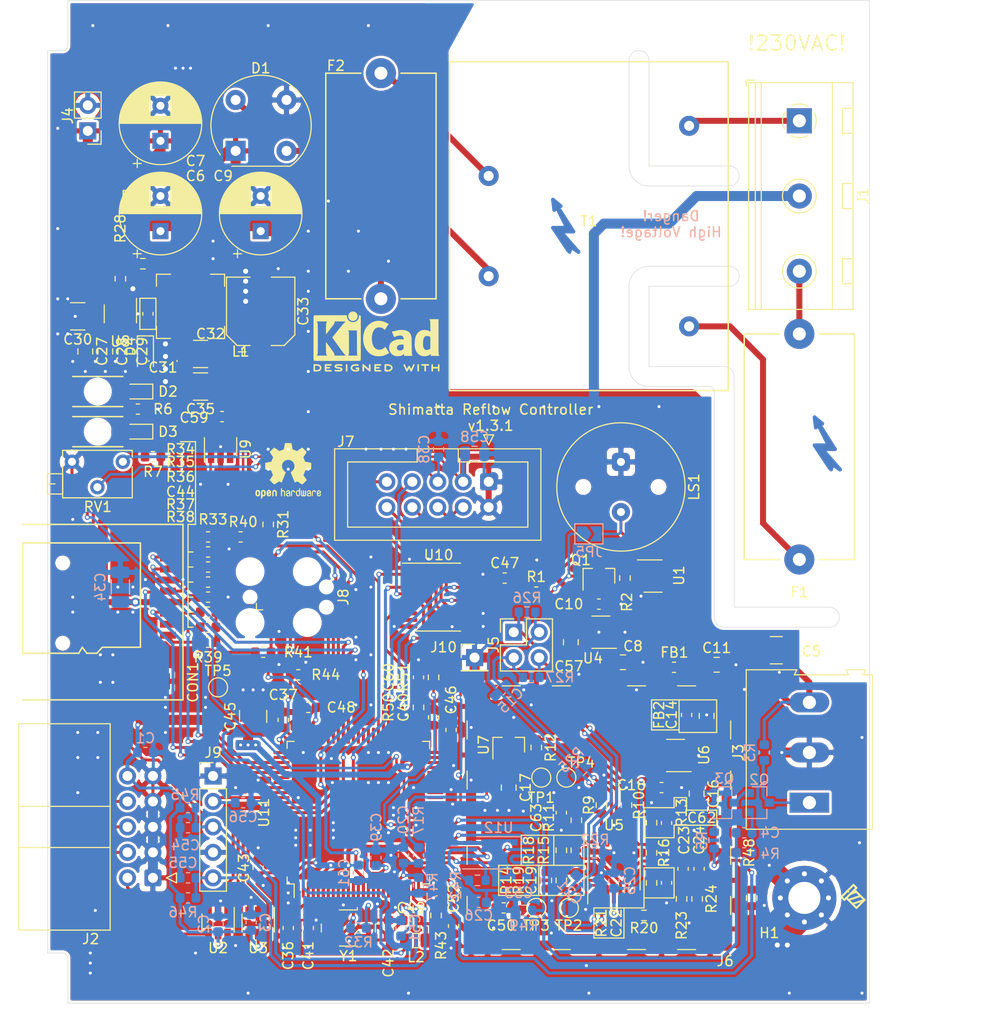
<source format=kicad_pcb>
(kicad_pcb (version 20171130) (host pcbnew 5.1.10)

  (general
    (thickness 1.6)
    (drawings 114)
    (tracks 1744)
    (zones 0)
    (modules 166)
    (nets 98)
  )

  (page A4)
  (layers
    (0 F.Cu signal)
    (31 B.Cu signal)
    (32 B.Adhes user)
    (33 F.Adhes user)
    (34 B.Paste user)
    (35 F.Paste user)
    (36 B.SilkS user)
    (37 F.SilkS user)
    (38 B.Mask user)
    (39 F.Mask user)
    (40 Dwgs.User user)
    (41 Cmts.User user)
    (42 Eco1.User user)
    (43 Eco2.User user)
    (44 Edge.Cuts user)
    (45 Margin user)
    (46 B.CrtYd user)
    (47 F.CrtYd user)
    (48 B.Fab user)
    (49 F.Fab user)
  )

  (setup
    (last_trace_width 0.25)
    (user_trace_width 0.3)
    (user_trace_width 0.4)
    (user_trace_width 0.6)
    (user_trace_width 1)
    (user_trace_width 2)
    (trace_clearance 0.2)
    (zone_clearance 0.25)
    (zone_45_only no)
    (trace_min 0.21)
    (via_size 0.5)
    (via_drill 0.3)
    (via_min_size 0.4)
    (via_min_drill 0.3)
    (user_via 0.9 0.5)
    (uvia_size 0.3)
    (uvia_drill 0.1)
    (uvias_allowed no)
    (uvia_min_size 0.2)
    (uvia_min_drill 0.1)
    (edge_width 0.05)
    (segment_width 0.2)
    (pcb_text_width 0.3)
    (pcb_text_size 1.5 1.5)
    (mod_edge_width 0.12)
    (mod_text_size 1 1)
    (mod_text_width 0.15)
    (pad_size 1.15 2.7)
    (pad_drill 0)
    (pad_to_mask_clearance 0)
    (aux_axis_origin 13 13)
    (grid_origin 13 13)
    (visible_elements FFFFFF7F)
    (pcbplotparams
      (layerselection 0x010f0_ffffffff)
      (usegerberextensions true)
      (usegerberattributes true)
      (usegerberadvancedattributes false)
      (creategerberjobfile true)
      (excludeedgelayer true)
      (linewidth 0.100000)
      (plotframeref false)
      (viasonmask false)
      (mode 1)
      (useauxorigin false)
      (hpglpennumber 1)
      (hpglpenspeed 20)
      (hpglpendiameter 15.000000)
      (psnegative false)
      (psa4output false)
      (plotreference true)
      (plotvalue true)
      (plotinvisibletext false)
      (padsonsilk true)
      (subtractmaskfromsilk false)
      (outputformat 1)
      (mirror false)
      (drillshape 0)
      (scaleselection 1)
      (outputdirectory "gerber/"))
  )

  (net 0 "")
  (net 1 GND)
  (net 2 +8V)
  (net 3 +3V3)
  (net 4 +5V)
  (net 5 /Controller/ENC1)
  (net 6 /Controller/ENC2)
  (net 7 /Controller/VREF)
  (net 8 /Controller/SW1)
  (net 9 /Frontend/FORCE+)
  (net 10 /Frontend/FORCE-)
  (net 11 /Frontend/SENS+)
  (net 12 /Frontend/SENS-)
  (net 13 /Controller/SDIO_D1)
  (net 14 /Controller/SDIO_D0)
  (net 15 /Controller/SDIO_CLK)
  (net 16 /Controller/SDIO_CMD)
  (net 17 /Controller/SDIO_D3)
  (net 18 /Controller/SDIO_D2)
  (net 19 /Controller/TEMP_IN)
  (net 20 /L_Trafo)
  (net 21 /L_IN)
  (net 22 /N_IN)
  (net 23 /DIGIO3)
  (net 24 /DIGIO2)
  (net 25 /DIGIO1)
  (net 26 /DIGIO0)
  (net 27 /Controller/SWDIO)
  (net 28 /Controller/SWCLK)
  (net 29 /Controller/PC_RX)
  (net 30 /Controller/PC_TX)
  (net 31 /Controller/~RST)
  (net 32 /Controller/LCD_VO)
  (net 33 /Controller/LCD_RS)
  (net 34 /Controller/LCD_EN)
  (net 35 /Controller/LCD_D3)
  (net 36 /Controller/LCD_D0)
  (net 37 /Controller/LCD_D2)
  (net 38 /Controller/LCD_D1)
  (net 39 /OUT0)
  (net 40 /OUT3)
  (net 41 /OUT2)
  (net 42 /OUT1)
  (net 43 /Controller/VDDA)
  (net 44 +5VL)
  (net 45 /Controller/CARD_DETECT)
  (net 46 +3.3VA)
  (net 47 /Frontend/VREF_OP)
  (net 48 /DIGIO0_PROT)
  (net 49 /DIGIO1_PROT)
  (net 50 /DIGIO2_PROT)
  (net 51 /DIGIO3_PROT)
  (net 52 "Net-(C4-Pad2)")
  (net 53 "Net-(C14-Pad1)")
  (net 54 "Net-(C19-Pad1)")
  (net 55 "Net-(C22-Pad2)")
  (net 56 "Net-(C22-Pad1)")
  (net 57 "Net-(C23-Pad1)")
  (net 58 "Net-(C31-Pad1)")
  (net 59 "Net-(C42-Pad1)")
  (net 60 "Net-(D1-Pad4)")
  (net 61 "Net-(D1-Pad2)")
  (net 62 "Net-(D2-Pad1)")
  (net 63 "Net-(D3-Pad1)")
  (net 64 "Net-(F2-Pad2)")
  (net 65 "Net-(J3-Pad1)")
  (net 66 "Net-(Q2-Pad2)")
  (net 67 "Net-(Q3-Pad1)")
  (net 68 /Controller/SSR_SAFETY_ENABLE)
  (net 69 /Controller/E_~CS)
  (net 70 /Controller/E_SCK)
  (net 71 /Controller/E_MISO)
  (net 72 /Controller/E_MOSI)
  (net 73 "Net-(Q1-Pad3)")
  (net 74 "/Digital Power Supply/DCDC_SW")
  (net 75 /Controller/EXT_WTCHDG_TOGGL)
  (net 76 "Net-(C41-Pad1)")
  (net 77 "Net-(C46-Pad1)")
  (net 78 "Net-(C48-Pad1)")
  (net 79 "Net-(C52-Pad2)")
  (net 80 "Net-(R15-Pad1)")
  (net 81 "Net-(R20-Pad1)")
  (net 82 "Net-(R28-Pad1)")
  (net 83 "Net-(R31-Pad2)")
  (net 84 "Net-(U10-Pad17)")
  (net 85 "Net-(U10-Pad15)")
  (net 86 "Net-(U10-Pad8)")
  (net 87 "Net-(U10-Pad6)")
  (net 88 "Net-(U10-Pad4)")
  (net 89 "Net-(U10-Pad2)")
  (net 90 "Net-(C10-Pad2)")
  (net 91 "Net-(JP5-Pad2)")
  (net 92 "Net-(JP5-Pad1)")
  (net 93 "Net-(C60-Pad1)")
  (net 94 "Net-(C62-Pad2)")
  (net 95 "Net-(C62-Pad1)")
  (net 96 "Net-(C63-Pad2)")
  (net 97 "Net-(C63-Pad1)")

  (net_class Default "This is the default net class."
    (clearance 0.2)
    (trace_width 0.25)
    (via_dia 0.5)
    (via_drill 0.3)
    (uvia_dia 0.3)
    (uvia_drill 0.1)
    (diff_pair_width 0.3)
    (diff_pair_gap 0.25)
    (add_net +3.3VA)
    (add_net +3V3)
    (add_net +5V)
    (add_net +5VL)
    (add_net +8V)
    (add_net /Controller/CARD_DETECT)
    (add_net /Controller/ENC1)
    (add_net /Controller/ENC2)
    (add_net /Controller/EXT_WTCHDG_TOGGL)
    (add_net /Controller/E_MISO)
    (add_net /Controller/E_MOSI)
    (add_net /Controller/E_SCK)
    (add_net /Controller/E_~CS)
    (add_net /Controller/LCD_D0)
    (add_net /Controller/LCD_D1)
    (add_net /Controller/LCD_D2)
    (add_net /Controller/LCD_D3)
    (add_net /Controller/LCD_EN)
    (add_net /Controller/LCD_RS)
    (add_net /Controller/LCD_VO)
    (add_net /Controller/PC_RX)
    (add_net /Controller/PC_TX)
    (add_net /Controller/SDIO_CLK)
    (add_net /Controller/SDIO_CMD)
    (add_net /Controller/SDIO_D0)
    (add_net /Controller/SDIO_D1)
    (add_net /Controller/SDIO_D2)
    (add_net /Controller/SDIO_D3)
    (add_net /Controller/SSR_SAFETY_ENABLE)
    (add_net /Controller/SW1)
    (add_net /Controller/SWCLK)
    (add_net /Controller/SWDIO)
    (add_net /Controller/TEMP_IN)
    (add_net /Controller/VDDA)
    (add_net /Controller/VREF)
    (add_net /Controller/~RST)
    (add_net /DIGIO0)
    (add_net /DIGIO0_PROT)
    (add_net /DIGIO1)
    (add_net /DIGIO1_PROT)
    (add_net /DIGIO2)
    (add_net /DIGIO2_PROT)
    (add_net /DIGIO3)
    (add_net /DIGIO3_PROT)
    (add_net "/Digital Power Supply/DCDC_SW")
    (add_net /Frontend/FORCE+)
    (add_net /Frontend/FORCE-)
    (add_net /Frontend/SENS+)
    (add_net /Frontend/SENS-)
    (add_net /Frontend/VREF_OP)
    (add_net /OUT0)
    (add_net /OUT1)
    (add_net /OUT2)
    (add_net /OUT3)
    (add_net GND)
    (add_net "Net-(C10-Pad2)")
    (add_net "Net-(C14-Pad1)")
    (add_net "Net-(C19-Pad1)")
    (add_net "Net-(C22-Pad1)")
    (add_net "Net-(C22-Pad2)")
    (add_net "Net-(C23-Pad1)")
    (add_net "Net-(C31-Pad1)")
    (add_net "Net-(C4-Pad2)")
    (add_net "Net-(C41-Pad1)")
    (add_net "Net-(C42-Pad1)")
    (add_net "Net-(C46-Pad1)")
    (add_net "Net-(C48-Pad1)")
    (add_net "Net-(C52-Pad2)")
    (add_net "Net-(C60-Pad1)")
    (add_net "Net-(C62-Pad1)")
    (add_net "Net-(C62-Pad2)")
    (add_net "Net-(C63-Pad1)")
    (add_net "Net-(C63-Pad2)")
    (add_net "Net-(D1-Pad2)")
    (add_net "Net-(D1-Pad4)")
    (add_net "Net-(D2-Pad1)")
    (add_net "Net-(D3-Pad1)")
    (add_net "Net-(F2-Pad2)")
    (add_net "Net-(J3-Pad1)")
    (add_net "Net-(J8-Pad5)")
    (add_net "Net-(J8-Pad6)")
    (add_net "Net-(J8-Pad8)")
    (add_net "Net-(JP5-Pad1)")
    (add_net "Net-(JP5-Pad2)")
    (add_net "Net-(Q1-Pad3)")
    (add_net "Net-(Q2-Pad2)")
    (add_net "Net-(Q3-Pad1)")
    (add_net "Net-(R15-Pad1)")
    (add_net "Net-(R20-Pad1)")
    (add_net "Net-(R28-Pad1)")
    (add_net "Net-(R31-Pad2)")
    (add_net "Net-(U1-Pad1)")
    (add_net "Net-(U10-Pad15)")
    (add_net "Net-(U10-Pad17)")
    (add_net "Net-(U10-Pad2)")
    (add_net "Net-(U10-Pad4)")
    (add_net "Net-(U10-Pad6)")
    (add_net "Net-(U10-Pad7)")
    (add_net "Net-(U10-Pad8)")
    (add_net "Net-(U10-Pad9)")
    (add_net "Net-(U11-Pad1)")
    (add_net "Net-(U11-Pad15)")
    (add_net "Net-(U11-Pad16)")
    (add_net "Net-(U11-Pad17)")
    (add_net "Net-(U11-Pad18)")
    (add_net "Net-(U11-Pad2)")
    (add_net "Net-(U11-Pad3)")
    (add_net "Net-(U11-Pad33)")
    (add_net "Net-(U11-Pad38)")
    (add_net "Net-(U11-Pad4)")
    (add_net "Net-(U11-Pad40)")
    (add_net "Net-(U11-Pad41)")
    (add_net "Net-(U11-Pad42)")
    (add_net "Net-(U11-Pad43)")
    (add_net "Net-(U11-Pad44)")
    (add_net "Net-(U11-Pad45)")
    (add_net "Net-(U11-Pad46)")
    (add_net "Net-(U11-Pad47)")
    (add_net "Net-(U11-Pad48)")
    (add_net "Net-(U11-Pad5)")
    (add_net "Net-(U11-Pad51)")
    (add_net "Net-(U11-Pad52)")
    (add_net "Net-(U11-Pad53)")
    (add_net "Net-(U11-Pad54)")
    (add_net "Net-(U11-Pad60)")
    (add_net "Net-(U11-Pad61)")
    (add_net "Net-(U11-Pad62)")
    (add_net "Net-(U11-Pad63)")
    (add_net "Net-(U11-Pad64)")
    (add_net "Net-(U11-Pad7)")
    (add_net "Net-(U11-Pad70)")
    (add_net "Net-(U11-Pad71)")
    (add_net "Net-(U11-Pad77)")
    (add_net "Net-(U11-Pad8)")
    (add_net "Net-(U11-Pad81)")
    (add_net "Net-(U11-Pad82)")
    (add_net "Net-(U11-Pad84)")
    (add_net "Net-(U11-Pad86)")
    (add_net "Net-(U11-Pad9)")
    (add_net "Net-(U11-Pad95)")
    (add_net "Net-(U11-Pad96)")
    (add_net "Net-(U11-Pad97)")
    (add_net "Net-(U11-Pad98)")
    (add_net "Net-(U6-Pad4)")
    (add_net "Net-(U9-Pad3)")
  )

  (net_class HV ""
    (clearance 2.55)
    (trace_width 1)
    (via_dia 0.5)
    (via_drill 0.3)
    (uvia_dia 0.3)
    (uvia_drill 0.1)
    (diff_pair_width 0.21)
    (diff_pair_gap 0.25)
    (add_net /L_IN)
    (add_net /L_Trafo)
    (add_net /N_IN)
  )

  (module Capacitor_SMD:C_0805_2012Metric (layer F.Cu) (tedit 604A72F6) (tstamp 604AF313)
    (at 23.75 48 270)
    (descr "Capacitor SMD 0805 (2012 Metric), square (rectangular) end terminal, IPC_7351 nominal, (Body size source: IPC-SM-782 page 76, https://www.pcb-3d.com/wordpress/wp-content/uploads/ipc-sm-782a_amendment_1_and_2.pdf, https://docs.google.com/spreadsheets/d/1BsfQQcO9C6DZCsRaXUlFlo91Tg2WpOkGARC1WS5S8t0/edit?usp=sharing), generated with kicad-footprint-generator")
    (tags capacitor)
    (path /5FB6E41F/5FB7DB9E)
    (attr smd)
    (fp_text reference C29 (at 0 -1.68 90) (layer F.SilkS)
      (effects (font (size 1 1) (thickness 0.15)))
    )
    (fp_text value 100n (at 0 1.68 90) (layer F.Fab)
      (effects (font (size 1 1) (thickness 0.15)))
    )
    (fp_line (start -1 0.625) (end -1 -0.625) (layer F.Fab) (width 0.1))
    (fp_line (start -1 -0.625) (end 1 -0.625) (layer F.Fab) (width 0.1))
    (fp_line (start 1 -0.625) (end 1 0.625) (layer F.Fab) (width 0.1))
    (fp_line (start 1 0.625) (end -1 0.625) (layer F.Fab) (width 0.1))
    (fp_line (start -0.261252 -0.735) (end 0.261252 -0.735) (layer F.SilkS) (width 0.12))
    (fp_line (start -0.261252 0.735) (end 0.261252 0.735) (layer F.SilkS) (width 0.12))
    (fp_line (start -1.7 0.98) (end -1.7 -0.98) (layer F.CrtYd) (width 0.05))
    (fp_line (start -1.7 -0.98) (end 1.7 -0.98) (layer F.CrtYd) (width 0.05))
    (fp_line (start 1.7 -0.98) (end 1.7 0.98) (layer F.CrtYd) (width 0.05))
    (fp_line (start 1.7 0.98) (end -1.7 0.98) (layer F.CrtYd) (width 0.05))
    (fp_text user %R (at 0 0 90) (layer F.Fab)
      (effects (font (size 0.5 0.5) (thickness 0.08)))
    )
    (pad 2 smd roundrect (at 0.95 0 270) (size 1 1.45) (layers F.Cu F.Paste F.Mask) (roundrect_rratio 0.25)
      (net 1 GND))
    (pad 1 smd roundrect (at -0.95 0 270) (size 1 1.45) (layers F.Cu F.Paste F.Mask) (roundrect_rratio 0.25)
      (net 2 +8V) (zone_connect 2))
    (model ${KISYS3DMOD}/Capacitor_SMD.3dshapes/C_0805_2012Metric.wrl
      (at (xyz 0 0 0))
      (scale (xyz 1 1 1))
      (rotate (xyz 0 0 0))
    )
  )

  (module Capacitor_SMD:C_0805_2012Metric (layer F.Cu) (tedit 604A72EC) (tstamp 604AF302)
    (at 21.75 48 270)
    (descr "Capacitor SMD 0805 (2012 Metric), square (rectangular) end terminal, IPC_7351 nominal, (Body size source: IPC-SM-782 page 76, https://www.pcb-3d.com/wordpress/wp-content/uploads/ipc-sm-782a_amendment_1_and_2.pdf, https://docs.google.com/spreadsheets/d/1BsfQQcO9C6DZCsRaXUlFlo91Tg2WpOkGARC1WS5S8t0/edit?usp=sharing), generated with kicad-footprint-generator")
    (tags capacitor)
    (path /5FB6E41F/5FB7D1DC)
    (attr smd)
    (fp_text reference C28 (at 0 -1.68 90) (layer F.SilkS)
      (effects (font (size 1 1) (thickness 0.15)))
    )
    (fp_text value 100n (at 0 1.68 90) (layer F.Fab)
      (effects (font (size 1 1) (thickness 0.15)))
    )
    (fp_line (start -1 0.625) (end -1 -0.625) (layer F.Fab) (width 0.1))
    (fp_line (start -1 -0.625) (end 1 -0.625) (layer F.Fab) (width 0.1))
    (fp_line (start 1 -0.625) (end 1 0.625) (layer F.Fab) (width 0.1))
    (fp_line (start 1 0.625) (end -1 0.625) (layer F.Fab) (width 0.1))
    (fp_line (start -0.261252 -0.735) (end 0.261252 -0.735) (layer F.SilkS) (width 0.12))
    (fp_line (start -0.261252 0.735) (end 0.261252 0.735) (layer F.SilkS) (width 0.12))
    (fp_line (start -1.7 0.98) (end -1.7 -0.98) (layer F.CrtYd) (width 0.05))
    (fp_line (start -1.7 -0.98) (end 1.7 -0.98) (layer F.CrtYd) (width 0.05))
    (fp_line (start 1.7 -0.98) (end 1.7 0.98) (layer F.CrtYd) (width 0.05))
    (fp_line (start 1.7 0.98) (end -1.7 0.98) (layer F.CrtYd) (width 0.05))
    (fp_text user %R (at 0 0 90) (layer F.Fab)
      (effects (font (size 0.5 0.5) (thickness 0.08)))
    )
    (pad 2 smd roundrect (at 0.95 0 270) (size 1 1.45) (layers F.Cu F.Paste F.Mask) (roundrect_rratio 0.25)
      (net 1 GND))
    (pad 1 smd roundrect (at -0.95 0 270) (size 1 1.45) (layers F.Cu F.Paste F.Mask) (roundrect_rratio 0.25)
      (net 2 +8V) (zone_connect 2))
    (model ${KISYS3DMOD}/Capacitor_SMD.3dshapes/C_0805_2012Metric.wrl
      (at (xyz 0 0 0))
      (scale (xyz 1 1 1))
      (rotate (xyz 0 0 0))
    )
  )

  (module Capacitor_SMD:C_0805_2012Metric (layer F.Cu) (tedit 604A7307) (tstamp 604AF2F1)
    (at 19.75 48 270)
    (descr "Capacitor SMD 0805 (2012 Metric), square (rectangular) end terminal, IPC_7351 nominal, (Body size source: IPC-SM-782 page 76, https://www.pcb-3d.com/wordpress/wp-content/uploads/ipc-sm-782a_amendment_1_and_2.pdf, https://docs.google.com/spreadsheets/d/1BsfQQcO9C6DZCsRaXUlFlo91Tg2WpOkGARC1WS5S8t0/edit?usp=sharing), generated with kicad-footprint-generator")
    (tags capacitor)
    (path /5FB6E41F/5FB7CC6B)
    (attr smd)
    (fp_text reference C27 (at 0 -1.68 90) (layer F.SilkS)
      (effects (font (size 1 1) (thickness 0.15)))
    )
    (fp_text value 100n (at 0 1.68 90) (layer F.Fab)
      (effects (font (size 1 1) (thickness 0.15)))
    )
    (fp_line (start -1 0.625) (end -1 -0.625) (layer F.Fab) (width 0.1))
    (fp_line (start -1 -0.625) (end 1 -0.625) (layer F.Fab) (width 0.1))
    (fp_line (start 1 -0.625) (end 1 0.625) (layer F.Fab) (width 0.1))
    (fp_line (start 1 0.625) (end -1 0.625) (layer F.Fab) (width 0.1))
    (fp_line (start -0.261252 -0.735) (end 0.261252 -0.735) (layer F.SilkS) (width 0.12))
    (fp_line (start -0.261252 0.735) (end 0.261252 0.735) (layer F.SilkS) (width 0.12))
    (fp_line (start -1.7 0.98) (end -1.7 -0.98) (layer F.CrtYd) (width 0.05))
    (fp_line (start -1.7 -0.98) (end 1.7 -0.98) (layer F.CrtYd) (width 0.05))
    (fp_line (start 1.7 -0.98) (end 1.7 0.98) (layer F.CrtYd) (width 0.05))
    (fp_line (start 1.7 0.98) (end -1.7 0.98) (layer F.CrtYd) (width 0.05))
    (fp_text user %R (at 0 0 90) (layer F.Fab)
      (effects (font (size 0.5 0.5) (thickness 0.08)))
    )
    (pad 2 smd roundrect (at 0.95 0 270) (size 1 1.45) (layers F.Cu F.Paste F.Mask) (roundrect_rratio 0.25)
      (net 1 GND))
    (pad 1 smd roundrect (at -0.95 0 270) (size 1 1.45) (layers F.Cu F.Paste F.Mask) (roundrect_rratio 0.25)
      (net 2 +8V) (zone_connect 2))
    (model ${KISYS3DMOD}/Capacitor_SMD.3dshapes/C_0805_2012Metric.wrl
      (at (xyz 0 0 0))
      (scale (xyz 1 1 1))
      (rotate (xyz 0 0 0))
    )
  )

  (module shimatta_tht:BV-EI-305-XXXX locked (layer F.Cu) (tedit 60034E03) (tstamp 5FD3143E)
    (at 70 35.5 180)
    (path /5D6EA3F7)
    (fp_text reference T1 (at 0 0.5) (layer F.SilkS)
      (effects (font (size 1 1) (thickness 0.15)))
    )
    (fp_text value BV-EI-305-2050 (at 0 -0.5) (layer F.Fab)
      (effects (font (size 1 1) (thickness 0.15)))
    )
    (fp_line (start 13.9 -16.4) (end 13.9 16.4) (layer F.SilkS) (width 0.15))
    (fp_line (start -13.9 16.4) (end 13.9 16.4) (layer F.SilkS) (width 0.15))
    (fp_line (start -13.9 -16.4) (end -13.9 16.4) (layer F.SilkS) (width 0.15))
    (fp_line (start -13.9 -16.4) (end 13.9 -16.4) (layer F.SilkS) (width 0.15))
    (pad 1 thru_hole circle (at -10 10 180) (size 2 2) (drill 1) (layers *.Cu *.Mask)
      (net 22 /N_IN))
    (pad 2 thru_hole circle (at -10 -10 180) (size 2 2) (drill 1) (layers *.Cu *.Mask)
      (net 20 /L_Trafo))
    (pad 3 thru_hole circle (at 10 5 180) (size 2 2) (drill 1) (layers *.Cu *.Mask)
      (net 64 "Net-(F2-Pad2)"))
    (pad 4 thru_hole circle (at 10 -5 180) (size 2 2) (drill 1) (layers *.Cu *.Mask)
      (net 61 "Net-(D1-Pad2)"))
    (model ${KISYS3DMOD}/tht.shapes3d/BV-EI-305-XXXX.wrl
      (at (xyz 0 0 0))
      (scale (xyz 0.3937 0.3937 0.3937))
      (rotate (xyz 0 0 0))
    )
  )

  (module Capacitor_SMD:C_0603_1608Metric (layer F.Cu) (tedit 5F68FEEE) (tstamp 5FD64B98)
    (at 67.25 94 270)
    (descr "Capacitor SMD 0603 (1608 Metric), square (rectangular) end terminal, IPC_7351 nominal, (Body size source: IPC-SM-782 page 76, https://www.pcb-3d.com/wordpress/wp-content/uploads/ipc-sm-782a_amendment_1_and_2.pdf), generated with kicad-footprint-generator")
    (tags capacitor)
    (path /5D8C5188/5FE2133C)
    (attr smd)
    (fp_text reference C63 (at 0.5 2.5 90) (layer F.SilkS)
      (effects (font (size 1 1) (thickness 0.15)))
    )
    (fp_text value DNP (at 0 1.43 90) (layer F.Fab)
      (effects (font (size 1 1) (thickness 0.15)))
    )
    (fp_line (start -0.8 0.4) (end -0.8 -0.4) (layer F.Fab) (width 0.1))
    (fp_line (start -0.8 -0.4) (end 0.8 -0.4) (layer F.Fab) (width 0.1))
    (fp_line (start 0.8 -0.4) (end 0.8 0.4) (layer F.Fab) (width 0.1))
    (fp_line (start 0.8 0.4) (end -0.8 0.4) (layer F.Fab) (width 0.1))
    (fp_line (start -0.14058 -0.51) (end 0.14058 -0.51) (layer F.SilkS) (width 0.12))
    (fp_line (start -0.14058 0.51) (end 0.14058 0.51) (layer F.SilkS) (width 0.12))
    (fp_line (start -1.48 0.73) (end -1.48 -0.73) (layer F.CrtYd) (width 0.05))
    (fp_line (start -1.48 -0.73) (end 1.48 -0.73) (layer F.CrtYd) (width 0.05))
    (fp_line (start 1.48 -0.73) (end 1.48 0.73) (layer F.CrtYd) (width 0.05))
    (fp_line (start 1.48 0.73) (end -1.48 0.73) (layer F.CrtYd) (width 0.05))
    (fp_text user %R (at 0 0 90) (layer F.Fab)
      (effects (font (size 0.4 0.4) (thickness 0.06)))
    )
    (pad 2 smd roundrect (at 0.775 0 270) (size 0.9 0.95) (layers F.Cu F.Paste F.Mask) (roundrect_rratio 0.25)
      (net 96 "Net-(C63-Pad2)"))
    (pad 1 smd roundrect (at -0.775 0 270) (size 0.9 0.95) (layers F.Cu F.Paste F.Mask) (roundrect_rratio 0.25)
      (net 97 "Net-(C63-Pad1)"))
    (model ${KISYS3DMOD}/Capacitor_SMD.3dshapes/C_0603_1608Metric.wrl
      (at (xyz 0 0 0))
      (scale (xyz 1 1 1))
      (rotate (xyz 0 0 0))
    )
  )

  (module Capacitor_SMD:C_0603_1608Metric (layer F.Cu) (tedit 5F68FEEE) (tstamp 5FD64B87)
    (at 77.75 95.025 270)
    (descr "Capacitor SMD 0603 (1608 Metric), square (rectangular) end terminal, IPC_7351 nominal, (Body size source: IPC-SM-782 page 76, https://www.pcb-3d.com/wordpress/wp-content/uploads/ipc-sm-782a_amendment_1_and_2.pdf), generated with kicad-footprint-generator")
    (tags capacitor)
    (path /5D8C5188/5FE331AE)
    (attr smd)
    (fp_text reference C62 (at -0.525 -3.5 180) (layer F.SilkS)
      (effects (font (size 1 1) (thickness 0.15)))
    )
    (fp_text value DNP (at 0 1.43 90) (layer F.Fab)
      (effects (font (size 1 1) (thickness 0.15)))
    )
    (fp_line (start -0.8 0.4) (end -0.8 -0.4) (layer F.Fab) (width 0.1))
    (fp_line (start -0.8 -0.4) (end 0.8 -0.4) (layer F.Fab) (width 0.1))
    (fp_line (start 0.8 -0.4) (end 0.8 0.4) (layer F.Fab) (width 0.1))
    (fp_line (start 0.8 0.4) (end -0.8 0.4) (layer F.Fab) (width 0.1))
    (fp_line (start -0.14058 -0.51) (end 0.14058 -0.51) (layer F.SilkS) (width 0.12))
    (fp_line (start -0.14058 0.51) (end 0.14058 0.51) (layer F.SilkS) (width 0.12))
    (fp_line (start -1.48 0.73) (end -1.48 -0.73) (layer F.CrtYd) (width 0.05))
    (fp_line (start -1.48 -0.73) (end 1.48 -0.73) (layer F.CrtYd) (width 0.05))
    (fp_line (start 1.48 -0.73) (end 1.48 0.73) (layer F.CrtYd) (width 0.05))
    (fp_line (start 1.48 0.73) (end -1.48 0.73) (layer F.CrtYd) (width 0.05))
    (fp_text user %R (at 0 0 90) (layer F.Fab)
      (effects (font (size 0.4 0.4) (thickness 0.06)))
    )
    (pad 2 smd roundrect (at 0.775 0 270) (size 0.9 0.95) (layers F.Cu F.Paste F.Mask) (roundrect_rratio 0.25)
      (net 94 "Net-(C62-Pad2)"))
    (pad 1 smd roundrect (at -0.775 0 270) (size 0.9 0.95) (layers F.Cu F.Paste F.Mask) (roundrect_rratio 0.25)
      (net 95 "Net-(C62-Pad1)"))
    (model ${KISYS3DMOD}/Capacitor_SMD.3dshapes/C_0603_1608Metric.wrl
      (at (xyz 0 0 0))
      (scale (xyz 1 1 1))
      (rotate (xyz 0 0 0))
    )
  )

  (module Capacitor_SMD:C_0603_1608Metric (layer B.Cu) (tedit 5F68FEEE) (tstamp 5FD2F3FD)
    (at 47 100 270)
    (descr "Capacitor SMD 0603 (1608 Metric), square (rectangular) end terminal, IPC_7351 nominal, (Body size source: IPC-SM-782 page 76, https://www.pcb-3d.com/wordpress/wp-content/uploads/ipc-sm-782a_amendment_1_and_2.pdf), generated with kicad-footprint-generator")
    (tags capacitor)
    (path /5D77EC9D/5FD72F9A)
    (attr smd)
    (fp_text reference C61 (at 0 1.43 90) (layer B.SilkS)
      (effects (font (size 1 1) (thickness 0.15)) (justify mirror))
    )
    (fp_text value 100n (at 0 -1.43 90) (layer B.Fab)
      (effects (font (size 1 1) (thickness 0.15)) (justify mirror))
    )
    (fp_line (start -0.8 -0.4) (end -0.8 0.4) (layer B.Fab) (width 0.1))
    (fp_line (start -0.8 0.4) (end 0.8 0.4) (layer B.Fab) (width 0.1))
    (fp_line (start 0.8 0.4) (end 0.8 -0.4) (layer B.Fab) (width 0.1))
    (fp_line (start 0.8 -0.4) (end -0.8 -0.4) (layer B.Fab) (width 0.1))
    (fp_line (start -0.14058 0.51) (end 0.14058 0.51) (layer B.SilkS) (width 0.12))
    (fp_line (start -0.14058 -0.51) (end 0.14058 -0.51) (layer B.SilkS) (width 0.12))
    (fp_line (start -1.48 -0.73) (end -1.48 0.73) (layer B.CrtYd) (width 0.05))
    (fp_line (start -1.48 0.73) (end 1.48 0.73) (layer B.CrtYd) (width 0.05))
    (fp_line (start 1.48 0.73) (end 1.48 -0.73) (layer B.CrtYd) (width 0.05))
    (fp_line (start 1.48 -0.73) (end -1.48 -0.73) (layer B.CrtYd) (width 0.05))
    (fp_text user %R (at 0 0 90) (layer B.Fab)
      (effects (font (size 0.4 0.4) (thickness 0.06)) (justify mirror))
    )
    (pad 2 smd roundrect (at 0.775 0 270) (size 0.9 0.95) (layers B.Cu B.Paste B.Mask) (roundrect_rratio 0.25)
      (net 1 GND))
    (pad 1 smd roundrect (at -0.775 0 270) (size 0.9 0.95) (layers B.Cu B.Paste B.Mask) (roundrect_rratio 0.25)
      (net 3 +3V3))
    (model ${KISYS3DMOD}/Capacitor_SMD.3dshapes/C_0603_1608Metric.wrl
      (at (xyz 0 0 0))
      (scale (xyz 1 1 1))
      (rotate (xyz 0 0 0))
    )
  )

  (module shimatta_buzzer:PKM13EPYH4002-B0 (layer F.Cu) (tedit 5FCFC26C) (tstamp 5FCC3E58)
    (at 73.198 61.514 270)
    (tags buzzer,piezo)
    (path /5D891662)
    (fp_text reference LS1 (at 0 -7.3 90) (layer F.SilkS)
      (effects (font (size 1 1) (thickness 0.15)))
    )
    (fp_text value Buzzer (at 0 0 180) (layer F.Fab)
      (effects (font (size 1 1) (thickness 0.15)))
    )
    (fp_circle (center 0 0) (end 6.5 0) (layer F.Fab) (width 0.12))
    (fp_circle (center 0 0) (end 6.5 0) (layer F.CrtYd) (width 0.12))
    (fp_circle (center 0 0) (end 6.4 0) (layer F.SilkS) (width 0.12))
    (pad "" np_thru_hole circle (at 0 -3.75 270) (size 1.1 1.1) (drill 1.1) (layers *.Cu *.Mask))
    (pad "" np_thru_hole circle (at 0 3.75 270) (size 1.1 1.1) (drill 1.1) (layers *.Cu *.Mask))
    (pad 2 thru_hole circle (at 2.5 0 270) (size 1.8 1.8) (drill 0.8) (layers *.Cu *.Mask)
      (net 91 "Net-(JP5-Pad2)"))
    (pad 1 thru_hole roundrect (at -2.5 0 270) (size 1.8 1.8) (drill 0.8) (layers *.Cu *.Mask) (roundrect_rratio 0.25)
      (net 1 GND))
    (model ${KISYS3DMOD}/buzzer.shapes3d/PKM13EPYH4002-B0.wrl
      (at (xyz 0 0 0))
      (scale (xyz 0.3937 0.3937 0.3937))
      (rotate (xyz 0 0 0))
    )
  )

  (module Resistor_SMD:R_0603_1608Metric (layer F.Cu) (tedit 5F68FEEE) (tstamp 5FCDB62B)
    (at 54.5 80.5 270)
    (descr "Resistor SMD 0603 (1608 Metric), square (rectangular) end terminal, IPC_7351 nominal, (Body size source: IPC-SM-782 page 72, https://www.pcb-3d.com/wordpress/wp-content/uploads/ipc-sm-782a_amendment_1_and_2.pdf), generated with kicad-footprint-generator")
    (tags resistor)
    (path /5D77EC9D/5FD62ABC)
    (attr smd)
    (fp_text reference R51 (at 0 3 90) (layer F.SilkS)
      (effects (font (size 1 1) (thickness 0.15)))
    )
    (fp_text value 10k (at -2.25 0 90) (layer F.Fab)
      (effects (font (size 1 1) (thickness 0.15)))
    )
    (fp_line (start 1.48 0.73) (end -1.48 0.73) (layer F.CrtYd) (width 0.05))
    (fp_line (start 1.48 -0.73) (end 1.48 0.73) (layer F.CrtYd) (width 0.05))
    (fp_line (start -1.48 -0.73) (end 1.48 -0.73) (layer F.CrtYd) (width 0.05))
    (fp_line (start -1.48 0.73) (end -1.48 -0.73) (layer F.CrtYd) (width 0.05))
    (fp_line (start -0.237258 0.5225) (end 0.237258 0.5225) (layer F.SilkS) (width 0.12))
    (fp_line (start -0.237258 -0.5225) (end 0.237258 -0.5225) (layer F.SilkS) (width 0.12))
    (fp_line (start 0.8 0.4125) (end -0.8 0.4125) (layer F.Fab) (width 0.1))
    (fp_line (start 0.8 -0.4125) (end 0.8 0.4125) (layer F.Fab) (width 0.1))
    (fp_line (start -0.8 -0.4125) (end 0.8 -0.4125) (layer F.Fab) (width 0.1))
    (fp_line (start -0.8 0.4125) (end -0.8 -0.4125) (layer F.Fab) (width 0.1))
    (fp_text user %R (at 0 0 90) (layer F.Fab)
      (effects (font (size 0.4 0.4) (thickness 0.06)))
    )
    (pad 2 smd roundrect (at 0.825 0 270) (size 0.8 0.95) (layers F.Cu F.Paste F.Mask) (roundrect_rratio 0.25)
      (net 93 "Net-(C60-Pad1)"))
    (pad 1 smd roundrect (at -0.825 0 270) (size 0.8 0.95) (layers F.Cu F.Paste F.Mask) (roundrect_rratio 0.25)
      (net 1 GND))
    (model ${KISYS3DMOD}/Resistor_SMD.3dshapes/R_0603_1608Metric.wrl
      (at (xyz 0 0 0))
      (scale (xyz 1 1 1))
      (rotate (xyz 0 0 0))
    )
  )

  (module Resistor_SMD:R_0603_1608Metric (layer F.Cu) (tedit 5F68FEEE) (tstamp 5FCDB61A)
    (at 53 83.5 270)
    (descr "Resistor SMD 0603 (1608 Metric), square (rectangular) end terminal, IPC_7351 nominal, (Body size source: IPC-SM-782 page 72, https://www.pcb-3d.com/wordpress/wp-content/uploads/ipc-sm-782a_amendment_1_and_2.pdf), generated with kicad-footprint-generator")
    (tags resistor)
    (path /5D77EC9D/5FD5CEDB)
    (attr smd)
    (fp_text reference R50 (at 0 3 90) (layer F.SilkS)
      (effects (font (size 1 1) (thickness 0.15)))
    )
    (fp_text value 10k (at 0 1.43 90) (layer F.Fab)
      (effects (font (size 1 1) (thickness 0.15)))
    )
    (fp_line (start 1.48 0.73) (end -1.48 0.73) (layer F.CrtYd) (width 0.05))
    (fp_line (start 1.48 -0.73) (end 1.48 0.73) (layer F.CrtYd) (width 0.05))
    (fp_line (start -1.48 -0.73) (end 1.48 -0.73) (layer F.CrtYd) (width 0.05))
    (fp_line (start -1.48 0.73) (end -1.48 -0.73) (layer F.CrtYd) (width 0.05))
    (fp_line (start -0.237258 0.5225) (end 0.237258 0.5225) (layer F.SilkS) (width 0.12))
    (fp_line (start -0.237258 -0.5225) (end 0.237258 -0.5225) (layer F.SilkS) (width 0.12))
    (fp_line (start 0.8 0.4125) (end -0.8 0.4125) (layer F.Fab) (width 0.1))
    (fp_line (start 0.8 -0.4125) (end 0.8 0.4125) (layer F.Fab) (width 0.1))
    (fp_line (start -0.8 -0.4125) (end 0.8 -0.4125) (layer F.Fab) (width 0.1))
    (fp_line (start -0.8 0.4125) (end -0.8 -0.4125) (layer F.Fab) (width 0.1))
    (fp_text user %R (at 0 0 90) (layer F.Fab)
      (effects (font (size 0.4 0.4) (thickness 0.06)))
    )
    (pad 2 smd roundrect (at 0.825 0 270) (size 0.8 0.95) (layers F.Cu F.Paste F.Mask) (roundrect_rratio 0.25)
      (net 3 +3V3))
    (pad 1 smd roundrect (at -0.825 0 270) (size 0.8 0.95) (layers F.Cu F.Paste F.Mask) (roundrect_rratio 0.25)
      (net 93 "Net-(C60-Pad1)"))
    (model ${KISYS3DMOD}/Resistor_SMD.3dshapes/R_0603_1608Metric.wrl
      (at (xyz 0 0 0))
      (scale (xyz 1 1 1))
      (rotate (xyz 0 0 0))
    )
  )

  (module Capacitor_SMD:C_0603_1608Metric (layer F.Cu) (tedit 5F68FEEE) (tstamp 5FCDA8B7)
    (at 53 80.5 90)
    (descr "Capacitor SMD 0603 (1608 Metric), square (rectangular) end terminal, IPC_7351 nominal, (Body size source: IPC-SM-782 page 76, https://www.pcb-3d.com/wordpress/wp-content/uploads/ipc-sm-782a_amendment_1_and_2.pdf), generated with kicad-footprint-generator")
    (tags capacitor)
    (path /5D77EC9D/5FE39FAF)
    (attr smd)
    (fp_text reference C60 (at 0 -3 90) (layer F.SilkS)
      (effects (font (size 1 1) (thickness 0.15)))
    )
    (fp_text value 100n (at 2.75 0 90) (layer F.Fab)
      (effects (font (size 1 1) (thickness 0.15)))
    )
    (fp_line (start 1.48 0.73) (end -1.48 0.73) (layer F.CrtYd) (width 0.05))
    (fp_line (start 1.48 -0.73) (end 1.48 0.73) (layer F.CrtYd) (width 0.05))
    (fp_line (start -1.48 -0.73) (end 1.48 -0.73) (layer F.CrtYd) (width 0.05))
    (fp_line (start -1.48 0.73) (end -1.48 -0.73) (layer F.CrtYd) (width 0.05))
    (fp_line (start -0.14058 0.51) (end 0.14058 0.51) (layer F.SilkS) (width 0.12))
    (fp_line (start -0.14058 -0.51) (end 0.14058 -0.51) (layer F.SilkS) (width 0.12))
    (fp_line (start 0.8 0.4) (end -0.8 0.4) (layer F.Fab) (width 0.1))
    (fp_line (start 0.8 -0.4) (end 0.8 0.4) (layer F.Fab) (width 0.1))
    (fp_line (start -0.8 -0.4) (end 0.8 -0.4) (layer F.Fab) (width 0.1))
    (fp_line (start -0.8 0.4) (end -0.8 -0.4) (layer F.Fab) (width 0.1))
    (fp_text user %R (at 0 0 90) (layer F.Fab)
      (effects (font (size 0.4 0.4) (thickness 0.06)))
    )
    (pad 2 smd roundrect (at 0.775 0 90) (size 0.9 0.95) (layers F.Cu F.Paste F.Mask) (roundrect_rratio 0.25)
      (net 1 GND))
    (pad 1 smd roundrect (at -0.775 0 90) (size 0.9 0.95) (layers F.Cu F.Paste F.Mask) (roundrect_rratio 0.25)
      (net 93 "Net-(C60-Pad1)"))
    (model ${KISYS3DMOD}/Capacitor_SMD.3dshapes/C_0603_1608Metric.wrl
      (at (xyz 0 0 0))
      (scale (xyz 1 1 1))
      (rotate (xyz 0 0 0))
    )
  )

  (module Jumper:SolderJumper-2_P1.3mm_Open_TrianglePad1.0x1.5mm (layer B.Cu) (tedit 5A64794F) (tstamp 5FCF9810)
    (at 70 66.2)
    (descr "SMD Solder Jumper, 1x1.5mm Triangular Pads, 0.3mm gap, open")
    (tags "solder jumper open")
    (path /600F11A8)
    (attr virtual)
    (fp_text reference JP5 (at 0 1.8) (layer B.SilkS)
      (effects (font (size 1 1) (thickness 0.15)) (justify mirror))
    )
    (fp_text value DNP (at 0 -1.9) (layer B.Fab)
      (effects (font (size 1 1) (thickness 0.15)) (justify mirror))
    )
    (fp_line (start 1.65 -1.25) (end -1.65 -1.25) (layer B.CrtYd) (width 0.05))
    (fp_line (start 1.65 -1.25) (end 1.65 1.25) (layer B.CrtYd) (width 0.05))
    (fp_line (start -1.65 1.25) (end -1.65 -1.25) (layer B.CrtYd) (width 0.05))
    (fp_line (start -1.65 1.25) (end 1.65 1.25) (layer B.CrtYd) (width 0.05))
    (fp_line (start -1.4 1) (end 1.4 1) (layer B.SilkS) (width 0.12))
    (fp_line (start 1.4 1) (end 1.4 -1) (layer B.SilkS) (width 0.12))
    (fp_line (start 1.4 -1) (end -1.4 -1) (layer B.SilkS) (width 0.12))
    (fp_line (start -1.4 -1) (end -1.4 1) (layer B.SilkS) (width 0.12))
    (pad 1 smd custom (at -0.725 0) (size 0.3 0.3) (layers B.Cu B.Mask)
      (net 92 "Net-(JP5-Pad1)") (zone_connect 2)
      (options (clearance outline) (anchor rect))
      (primitives
        (gr_poly (pts
           (xy -0.5 0.75) (xy 0.5 0.75) (xy 1 0) (xy 0.5 -0.75) (xy -0.5 -0.75)
) (width 0))
      ))
    (pad 2 smd custom (at 0.725 0) (size 0.3 0.3) (layers B.Cu B.Mask)
      (net 91 "Net-(JP5-Pad2)") (zone_connect 2)
      (options (clearance outline) (anchor rect))
      (primitives
        (gr_poly (pts
           (xy -0.65 0.75) (xy 0.5 0.75) (xy 0.5 -0.75) (xy -0.65 -0.75) (xy -0.15 0)
) (width 0))
      ))
  )

  (module Capacitor_SMD:C_0603_1608Metric (layer F.Cu) (tedit 5F68FEEE) (tstamp 5FCF2BEC)
    (at 33.4 54.5)
    (descr "Capacitor SMD 0603 (1608 Metric), square (rectangular) end terminal, IPC_7351 nominal, (Body size source: IPC-SM-782 page 76, https://www.pcb-3d.com/wordpress/wp-content/uploads/ipc-sm-782a_amendment_1_and_2.pdf), generated with kicad-footprint-generator")
    (tags capacitor)
    (path /5D77EC9D/5FFAEEF2)
    (attr smd)
    (fp_text reference C59 (at -2.8 0.1) (layer F.SilkS)
      (effects (font (size 1 1) (thickness 0.15)))
    )
    (fp_text value 100n (at -0.15 1.25) (layer F.Fab)
      (effects (font (size 1 1) (thickness 0.15)))
    )
    (fp_line (start 1.48 0.73) (end -1.48 0.73) (layer F.CrtYd) (width 0.05))
    (fp_line (start 1.48 -0.73) (end 1.48 0.73) (layer F.CrtYd) (width 0.05))
    (fp_line (start -1.48 -0.73) (end 1.48 -0.73) (layer F.CrtYd) (width 0.05))
    (fp_line (start -1.48 0.73) (end -1.48 -0.73) (layer F.CrtYd) (width 0.05))
    (fp_line (start -0.14058 0.51) (end 0.14058 0.51) (layer F.SilkS) (width 0.12))
    (fp_line (start -0.14058 -0.51) (end 0.14058 -0.51) (layer F.SilkS) (width 0.12))
    (fp_line (start 0.8 0.4) (end -0.8 0.4) (layer F.Fab) (width 0.1))
    (fp_line (start 0.8 -0.4) (end 0.8 0.4) (layer F.Fab) (width 0.1))
    (fp_line (start -0.8 -0.4) (end 0.8 -0.4) (layer F.Fab) (width 0.1))
    (fp_line (start -0.8 0.4) (end -0.8 -0.4) (layer F.Fab) (width 0.1))
    (fp_text user %R (at 0 0) (layer F.Fab)
      (effects (font (size 0.4 0.4) (thickness 0.06)))
    )
    (pad 2 smd roundrect (at 0.775 0) (size 0.9 0.95) (layers F.Cu F.Paste F.Mask) (roundrect_rratio 0.25)
      (net 1 GND))
    (pad 1 smd roundrect (at -0.775 0) (size 0.9 0.95) (layers F.Cu F.Paste F.Mask) (roundrect_rratio 0.25)
      (net 3 +3V3))
    (model ${KISYS3DMOD}/Capacitor_SMD.3dshapes/C_0603_1608Metric.wrl
      (at (xyz 0 0 0))
      (scale (xyz 1 1 1))
      (rotate (xyz 0 0 0))
    )
  )

  (module Capacitor_SMD:C_0805_2012Metric (layer B.Cu) (tedit 5F68FEEE) (tstamp 5FCEA5B5)
    (at 58.6 58.2 180)
    (descr "Capacitor SMD 0805 (2012 Metric), square (rectangular) end terminal, IPC_7351 nominal, (Body size source: IPC-SM-782 page 76, https://www.pcb-3d.com/wordpress/wp-content/uploads/ipc-sm-782a_amendment_1_and_2.pdf, https://docs.google.com/spreadsheets/d/1BsfQQcO9C6DZCsRaXUlFlo91Tg2WpOkGARC1WS5S8t0/edit?usp=sharing), generated with kicad-footprint-generator")
    (tags capacitor)
    (path /5D77EC9D/5FEFE3CF)
    (attr smd)
    (fp_text reference C58 (at 0 1.68) (layer B.SilkS)
      (effects (font (size 1 1) (thickness 0.15)) (justify mirror))
    )
    (fp_text value 1u (at 0 -1.68) (layer B.Fab)
      (effects (font (size 1 1) (thickness 0.15)) (justify mirror))
    )
    (fp_line (start 1.7 -0.98) (end -1.7 -0.98) (layer B.CrtYd) (width 0.05))
    (fp_line (start 1.7 0.98) (end 1.7 -0.98) (layer B.CrtYd) (width 0.05))
    (fp_line (start -1.7 0.98) (end 1.7 0.98) (layer B.CrtYd) (width 0.05))
    (fp_line (start -1.7 -0.98) (end -1.7 0.98) (layer B.CrtYd) (width 0.05))
    (fp_line (start -0.261252 -0.735) (end 0.261252 -0.735) (layer B.SilkS) (width 0.12))
    (fp_line (start -0.261252 0.735) (end 0.261252 0.735) (layer B.SilkS) (width 0.12))
    (fp_line (start 1 -0.625) (end -1 -0.625) (layer B.Fab) (width 0.1))
    (fp_line (start 1 0.625) (end 1 -0.625) (layer B.Fab) (width 0.1))
    (fp_line (start -1 0.625) (end 1 0.625) (layer B.Fab) (width 0.1))
    (fp_line (start -1 -0.625) (end -1 0.625) (layer B.Fab) (width 0.1))
    (fp_text user %R (at 0 0) (layer B.Fab)
      (effects (font (size 0.5 0.5) (thickness 0.08)) (justify mirror))
    )
    (pad 2 smd roundrect (at 0.95 0 180) (size 1 1.45) (layers B.Cu B.Paste B.Mask) (roundrect_rratio 0.25)
      (net 44 +5VL))
    (pad 1 smd roundrect (at -0.95 0 180) (size 1 1.45) (layers B.Cu B.Paste B.Mask) (roundrect_rratio 0.25)
      (net 1 GND))
    (model ${KISYS3DMOD}/Capacitor_SMD.3dshapes/C_0805_2012Metric.wrl
      (at (xyz 0 0 0))
      (scale (xyz 1 1 1))
      (rotate (xyz 0 0 0))
    )
  )

  (module Capacitor_SMD:C_0805_2012Metric (layer F.Cu) (tedit 5F68FEEE) (tstamp 5FCE5B90)
    (at 73.4 79)
    (descr "Capacitor SMD 0805 (2012 Metric), square (rectangular) end terminal, IPC_7351 nominal, (Body size source: IPC-SM-782 page 76, https://www.pcb-3d.com/wordpress/wp-content/uploads/ipc-sm-782a_amendment_1_and_2.pdf, https://docs.google.com/spreadsheets/d/1BsfQQcO9C6DZCsRaXUlFlo91Tg2WpOkGARC1WS5S8t0/edit?usp=sharing), generated with kicad-footprint-generator")
    (tags capacitor)
    (path /5D992429)
    (attr smd)
    (fp_text reference C8 (at 1 -1.6) (layer F.SilkS)
      (effects (font (size 1 1) (thickness 0.15)))
    )
    (fp_text value 100n (at 0 1.68) (layer F.Fab)
      (effects (font (size 1 1) (thickness 0.15)))
    )
    (fp_line (start 1.7 0.98) (end -1.7 0.98) (layer F.CrtYd) (width 0.05))
    (fp_line (start 1.7 -0.98) (end 1.7 0.98) (layer F.CrtYd) (width 0.05))
    (fp_line (start -1.7 -0.98) (end 1.7 -0.98) (layer F.CrtYd) (width 0.05))
    (fp_line (start -1.7 0.98) (end -1.7 -0.98) (layer F.CrtYd) (width 0.05))
    (fp_line (start -0.261252 0.735) (end 0.261252 0.735) (layer F.SilkS) (width 0.12))
    (fp_line (start -0.261252 -0.735) (end 0.261252 -0.735) (layer F.SilkS) (width 0.12))
    (fp_line (start 1 0.625) (end -1 0.625) (layer F.Fab) (width 0.1))
    (fp_line (start 1 -0.625) (end 1 0.625) (layer F.Fab) (width 0.1))
    (fp_line (start -1 -0.625) (end 1 -0.625) (layer F.Fab) (width 0.1))
    (fp_line (start -1 0.625) (end -1 -0.625) (layer F.Fab) (width 0.1))
    (fp_text user %R (at 0 0) (layer F.Fab)
      (effects (font (size 0.5 0.5) (thickness 0.08)))
    )
    (pad 2 smd roundrect (at 0.95 0) (size 1 1.45) (layers F.Cu F.Paste F.Mask) (roundrect_rratio 0.25)
      (net 1 GND))
    (pad 1 smd roundrect (at -0.95 0) (size 1 1.45) (layers F.Cu F.Paste F.Mask) (roundrect_rratio 0.25)
      (net 2 +8V))
    (model ${KISYS3DMOD}/Capacitor_SMD.3dshapes/C_0805_2012Metric.wrl
      (at (xyz 0 0 0))
      (scale (xyz 1 1 1))
      (rotate (xyz 0 0 0))
    )
  )

  (module Package_TO_SOT_SMD:SOT-23-5 (layer F.Cu) (tedit 5A02FF57) (tstamp 5FCDC79F)
    (at 71.2 76 180)
    (descr "5-pin SOT23 package")
    (tags SOT-23-5)
    (path /5FD96B77)
    (attr smd)
    (fp_text reference U4 (at 0.8 -2.6) (layer F.SilkS)
      (effects (font (size 1 1) (thickness 0.15)))
    )
    (fp_text value LP2985-5.0 (at -5.55 0) (layer F.Fab)
      (effects (font (size 1 1) (thickness 0.15)))
    )
    (fp_line (start 0.9 -1.55) (end 0.9 1.55) (layer F.Fab) (width 0.1))
    (fp_line (start 0.9 1.55) (end -0.9 1.55) (layer F.Fab) (width 0.1))
    (fp_line (start -0.9 -0.9) (end -0.9 1.55) (layer F.Fab) (width 0.1))
    (fp_line (start 0.9 -1.55) (end -0.25 -1.55) (layer F.Fab) (width 0.1))
    (fp_line (start -0.9 -0.9) (end -0.25 -1.55) (layer F.Fab) (width 0.1))
    (fp_line (start -1.9 1.8) (end -1.9 -1.8) (layer F.CrtYd) (width 0.05))
    (fp_line (start 1.9 1.8) (end -1.9 1.8) (layer F.CrtYd) (width 0.05))
    (fp_line (start 1.9 -1.8) (end 1.9 1.8) (layer F.CrtYd) (width 0.05))
    (fp_line (start -1.9 -1.8) (end 1.9 -1.8) (layer F.CrtYd) (width 0.05))
    (fp_line (start 0.9 -1.61) (end -1.55 -1.61) (layer F.SilkS) (width 0.12))
    (fp_line (start -0.9 1.61) (end 0.9 1.61) (layer F.SilkS) (width 0.12))
    (fp_text user %R (at 0 0 90) (layer F.Fab)
      (effects (font (size 0.5 0.5) (thickness 0.075)))
    )
    (pad 5 smd rect (at 1.1 -0.95 180) (size 1.06 0.65) (layers F.Cu F.Paste F.Mask)
      (net 44 +5VL))
    (pad 4 smd rect (at 1.1 0.95 180) (size 1.06 0.65) (layers F.Cu F.Paste F.Mask)
      (net 90 "Net-(C10-Pad2)"))
    (pad 3 smd rect (at -1.1 0.95 180) (size 1.06 0.65) (layers F.Cu F.Paste F.Mask)
      (net 2 +8V))
    (pad 2 smd rect (at -1.1 0 180) (size 1.06 0.65) (layers F.Cu F.Paste F.Mask)
      (net 1 GND))
    (pad 1 smd rect (at -1.1 -0.95 180) (size 1.06 0.65) (layers F.Cu F.Paste F.Mask)
      (net 2 +8V))
    (model ${KISYS3DMOD}/Package_TO_SOT_SMD.3dshapes/SOT-23-5.wrl
      (at (xyz 0 0 0))
      (scale (xyz 1 1 1))
      (rotate (xyz 0 0 0))
    )
  )

  (module Capacitor_SMD:C_0805_2012Metric (layer F.Cu) (tedit 5F68FEEE) (tstamp 5FCDB92C)
    (at 68.2 77 270)
    (descr "Capacitor SMD 0805 (2012 Metric), square (rectangular) end terminal, IPC_7351 nominal, (Body size source: IPC-SM-782 page 76, https://www.pcb-3d.com/wordpress/wp-content/uploads/ipc-sm-782a_amendment_1_and_2.pdf, https://docs.google.com/spreadsheets/d/1BsfQQcO9C6DZCsRaXUlFlo91Tg2WpOkGARC1WS5S8t0/edit?usp=sharing), generated with kicad-footprint-generator")
    (tags capacitor)
    (path /5FEA6BEA)
    (attr smd)
    (fp_text reference C57 (at 2.4 0.2 180) (layer F.SilkS)
      (effects (font (size 1 1) (thickness 0.15)))
    )
    (fp_text value 2u2 (at 0 -1.3 90) (layer F.Fab)
      (effects (font (size 1 1) (thickness 0.15)))
    )
    (fp_line (start 1.7 0.98) (end -1.7 0.98) (layer F.CrtYd) (width 0.05))
    (fp_line (start 1.7 -0.98) (end 1.7 0.98) (layer F.CrtYd) (width 0.05))
    (fp_line (start -1.7 -0.98) (end 1.7 -0.98) (layer F.CrtYd) (width 0.05))
    (fp_line (start -1.7 0.98) (end -1.7 -0.98) (layer F.CrtYd) (width 0.05))
    (fp_line (start -0.261252 0.735) (end 0.261252 0.735) (layer F.SilkS) (width 0.12))
    (fp_line (start -0.261252 -0.735) (end 0.261252 -0.735) (layer F.SilkS) (width 0.12))
    (fp_line (start 1 0.625) (end -1 0.625) (layer F.Fab) (width 0.1))
    (fp_line (start 1 -0.625) (end 1 0.625) (layer F.Fab) (width 0.1))
    (fp_line (start -1 -0.625) (end 1 -0.625) (layer F.Fab) (width 0.1))
    (fp_line (start -1 0.625) (end -1 -0.625) (layer F.Fab) (width 0.1))
    (fp_text user %R (at 0 0 90) (layer F.Fab)
      (effects (font (size 0.5 0.5) (thickness 0.08)))
    )
    (pad 2 smd roundrect (at 0.95 0 270) (size 1 1.45) (layers F.Cu F.Paste F.Mask) (roundrect_rratio 0.25)
      (net 1 GND))
    (pad 1 smd roundrect (at -0.95 0 270) (size 1 1.45) (layers F.Cu F.Paste F.Mask) (roundrect_rratio 0.25)
      (net 44 +5VL))
    (model ${KISYS3DMOD}/Capacitor_SMD.3dshapes/C_0805_2012Metric.wrl
      (at (xyz 0 0 0))
      (scale (xyz 1 1 1))
      (rotate (xyz 0 0 0))
    )
  )

  (module Capacitor_SMD:C_0603_1608Metric (layer F.Cu) (tedit 5F68FEEE) (tstamp 5FCDB32D)
    (at 71 73.2 180)
    (descr "Capacitor SMD 0603 (1608 Metric), square (rectangular) end terminal, IPC_7351 nominal, (Body size source: IPC-SM-782 page 76, https://www.pcb-3d.com/wordpress/wp-content/uploads/ipc-sm-782a_amendment_1_and_2.pdf), generated with kicad-footprint-generator")
    (tags capacitor)
    (path /5FDDF514)
    (attr smd)
    (fp_text reference C10 (at 3 0) (layer F.SilkS)
      (effects (font (size 1 1) (thickness 0.15)))
    )
    (fp_text value 10n (at 0 1.43) (layer F.Fab)
      (effects (font (size 1 1) (thickness 0.15)))
    )
    (fp_line (start 1.48 0.73) (end -1.48 0.73) (layer F.CrtYd) (width 0.05))
    (fp_line (start 1.48 -0.73) (end 1.48 0.73) (layer F.CrtYd) (width 0.05))
    (fp_line (start -1.48 -0.73) (end 1.48 -0.73) (layer F.CrtYd) (width 0.05))
    (fp_line (start -1.48 0.73) (end -1.48 -0.73) (layer F.CrtYd) (width 0.05))
    (fp_line (start -0.14058 0.51) (end 0.14058 0.51) (layer F.SilkS) (width 0.12))
    (fp_line (start -0.14058 -0.51) (end 0.14058 -0.51) (layer F.SilkS) (width 0.12))
    (fp_line (start 0.8 0.4) (end -0.8 0.4) (layer F.Fab) (width 0.1))
    (fp_line (start 0.8 -0.4) (end 0.8 0.4) (layer F.Fab) (width 0.1))
    (fp_line (start -0.8 -0.4) (end 0.8 -0.4) (layer F.Fab) (width 0.1))
    (fp_line (start -0.8 0.4) (end -0.8 -0.4) (layer F.Fab) (width 0.1))
    (fp_text user %R (at 0 0) (layer F.Fab)
      (effects (font (size 0.4 0.4) (thickness 0.06)))
    )
    (pad 2 smd roundrect (at 0.775 0 180) (size 0.9 0.95) (layers F.Cu F.Paste F.Mask) (roundrect_rratio 0.25)
      (net 90 "Net-(C10-Pad2)"))
    (pad 1 smd roundrect (at -0.775 0 180) (size 0.9 0.95) (layers F.Cu F.Paste F.Mask) (roundrect_rratio 0.25)
      (net 1 GND))
    (model ${KISYS3DMOD}/Capacitor_SMD.3dshapes/C_0603_1608Metric.wrl
      (at (xyz 0 0 0))
      (scale (xyz 1 1 1))
      (rotate (xyz 0 0 0))
    )
  )

  (module Capacitor_SMD:C_0805_2012Metric (layer F.Cu) (tedit 5F68FEEE) (tstamp 5DEF1000)
    (at 82.75 79.25)
    (descr "Capacitor SMD 0805 (2012 Metric), square (rectangular) end terminal, IPC_7351 nominal, (Body size source: IPC-SM-782 page 76, https://www.pcb-3d.com/wordpress/wp-content/uploads/ipc-sm-782a_amendment_1_and_2.pdf, https://docs.google.com/spreadsheets/d/1BsfQQcO9C6DZCsRaXUlFlo91Tg2WpOkGARC1WS5S8t0/edit?usp=sharing), generated with kicad-footprint-generator")
    (tags capacitor)
    (path /5D99DEEA)
    (attr smd)
    (fp_text reference C11 (at 0 -1.68) (layer F.SilkS)
      (effects (font (size 1 1) (thickness 0.15)))
    )
    (fp_text value 1u (at 0 -1.25) (layer F.Fab)
      (effects (font (size 1 1) (thickness 0.15)))
    )
    (fp_line (start -1 0.625) (end -1 -0.625) (layer F.Fab) (width 0.1))
    (fp_line (start -1 -0.625) (end 1 -0.625) (layer F.Fab) (width 0.1))
    (fp_line (start 1 -0.625) (end 1 0.625) (layer F.Fab) (width 0.1))
    (fp_line (start 1 0.625) (end -1 0.625) (layer F.Fab) (width 0.1))
    (fp_line (start -0.261252 -0.735) (end 0.261252 -0.735) (layer F.SilkS) (width 0.12))
    (fp_line (start -0.261252 0.735) (end 0.261252 0.735) (layer F.SilkS) (width 0.12))
    (fp_line (start -1.7 0.98) (end -1.7 -0.98) (layer F.CrtYd) (width 0.05))
    (fp_line (start -1.7 -0.98) (end 1.7 -0.98) (layer F.CrtYd) (width 0.05))
    (fp_line (start 1.7 -0.98) (end 1.7 0.98) (layer F.CrtYd) (width 0.05))
    (fp_line (start 1.7 0.98) (end -1.7 0.98) (layer F.CrtYd) (width 0.05))
    (fp_text user %R (at 0 0) (layer F.Fab)
      (effects (font (size 0.5 0.5) (thickness 0.08)))
    )
    (pad 2 smd roundrect (at 0.95 0) (size 1 1.45) (layers F.Cu F.Paste F.Mask) (roundrect_rratio 0.25)
      (net 1 GND))
    (pad 1 smd roundrect (at -0.95 0) (size 1 1.45) (layers F.Cu F.Paste F.Mask) (roundrect_rratio 0.25)
      (net 4 +5V))
    (model ${KISYS3DMOD}/Capacitor_SMD.3dshapes/C_0805_2012Metric.wrl
      (at (xyz 0 0 0))
      (scale (xyz 1 1 1))
      (rotate (xyz 0 0 0))
    )
  )

  (module Inductor_SMD:L_0603_1608Metric (layer F.Cu) (tedit 5F68FEF0) (tstamp 5DEF12C3)
    (at 78.5 79.5 180)
    (descr "Inductor SMD 0603 (1608 Metric), square (rectangular) end terminal, IPC_7351 nominal, (Body size source: http://www.tortai-tech.com/upload/download/2011102023233369053.pdf), generated with kicad-footprint-generator")
    (tags inductor)
    (path /5D99D868)
    (attr smd)
    (fp_text reference FB1 (at -0.032 1.476) (layer F.SilkS)
      (effects (font (size 1 1) (thickness 0.15)))
    )
    (fp_text value "600 Z" (at 0 1.43) (layer F.Fab)
      (effects (font (size 1 1) (thickness 0.15)))
    )
    (fp_line (start 1.48 0.73) (end -1.48 0.73) (layer F.CrtYd) (width 0.05))
    (fp_line (start 1.48 -0.73) (end 1.48 0.73) (layer F.CrtYd) (width 0.05))
    (fp_line (start -1.48 -0.73) (end 1.48 -0.73) (layer F.CrtYd) (width 0.05))
    (fp_line (start -1.48 0.73) (end -1.48 -0.73) (layer F.CrtYd) (width 0.05))
    (fp_line (start -0.162779 0.51) (end 0.162779 0.51) (layer F.SilkS) (width 0.12))
    (fp_line (start -0.162779 -0.51) (end 0.162779 -0.51) (layer F.SilkS) (width 0.12))
    (fp_line (start 0.8 0.4) (end -0.8 0.4) (layer F.Fab) (width 0.1))
    (fp_line (start 0.8 -0.4) (end 0.8 0.4) (layer F.Fab) (width 0.1))
    (fp_line (start -0.8 -0.4) (end 0.8 -0.4) (layer F.Fab) (width 0.1))
    (fp_line (start -0.8 0.4) (end -0.8 -0.4) (layer F.Fab) (width 0.1))
    (fp_text user %R (at 0 0) (layer F.Fab)
      (effects (font (size 0.4 0.4) (thickness 0.06)))
    )
    (pad 2 smd roundrect (at 0.7875 0 180) (size 0.875 0.95) (layers F.Cu F.Paste F.Mask) (roundrect_rratio 0.25)
      (net 44 +5VL))
    (pad 1 smd roundrect (at -0.7875 0 180) (size 0.875 0.95) (layers F.Cu F.Paste F.Mask) (roundrect_rratio 0.25)
      (net 4 +5V))
    (model ${KISYS3DMOD}/Inductor_SMD.3dshapes/L_0603_1608Metric.wrl
      (at (xyz 0 0 0))
      (scale (xyz 1 1 1))
      (rotate (xyz 0 0 0))
    )
  )

  (module Capacitor_SMD:C_0805_2012Metric (layer F.Cu) (tedit 5F68FEEE) (tstamp 5FBE6FC9)
    (at 62 91.5 270)
    (descr "Capacitor SMD 0805 (2012 Metric), square (rectangular) end terminal, IPC_7351 nominal, (Body size source: IPC-SM-782 page 76, https://www.pcb-3d.com/wordpress/wp-content/uploads/ipc-sm-782a_amendment_1_and_2.pdf, https://docs.google.com/spreadsheets/d/1BsfQQcO9C6DZCsRaXUlFlo91Tg2WpOkGARC1WS5S8t0/edit?usp=sharing), generated with kicad-footprint-generator")
    (tags capacitor)
    (path /5D8C5188/5E55CA76)
    (attr smd)
    (fp_text reference C17 (at 0 -1.68 90) (layer F.SilkS)
      (effects (font (size 1 1) (thickness 0.15)))
    )
    (fp_text value 10u (at 0 1.68 90) (layer F.Fab)
      (effects (font (size 1 1) (thickness 0.15)))
    )
    (fp_line (start -1 0.625) (end -1 -0.625) (layer F.Fab) (width 0.1))
    (fp_line (start -1 -0.625) (end 1 -0.625) (layer F.Fab) (width 0.1))
    (fp_line (start 1 -0.625) (end 1 0.625) (layer F.Fab) (width 0.1))
    (fp_line (start 1 0.625) (end -1 0.625) (layer F.Fab) (width 0.1))
    (fp_line (start -0.261252 -0.735) (end 0.261252 -0.735) (layer F.SilkS) (width 0.12))
    (fp_line (start -0.261252 0.735) (end 0.261252 0.735) (layer F.SilkS) (width 0.12))
    (fp_line (start -1.7 0.98) (end -1.7 -0.98) (layer F.CrtYd) (width 0.05))
    (fp_line (start -1.7 -0.98) (end 1.7 -0.98) (layer F.CrtYd) (width 0.05))
    (fp_line (start 1.7 -0.98) (end 1.7 0.98) (layer F.CrtYd) (width 0.05))
    (fp_line (start 1.7 0.98) (end -1.7 0.98) (layer F.CrtYd) (width 0.05))
    (fp_text user %R (at 0 0 90) (layer F.Fab)
      (effects (font (size 0.5 0.5) (thickness 0.08)))
    )
    (pad 2 smd roundrect (at 0.95 0 270) (size 1 1.45) (layers F.Cu F.Paste F.Mask) (roundrect_rratio 0.25)
      (net 1 GND))
    (pad 1 smd roundrect (at -0.95 0 270) (size 1 1.45) (layers F.Cu F.Paste F.Mask) (roundrect_rratio 0.25)
      (net 47 /Frontend/VREF_OP))
    (model ${KISYS3DMOD}/Capacitor_SMD.3dshapes/C_0805_2012Metric.wrl
      (at (xyz 0 0 0))
      (scale (xyz 1 1 1))
      (rotate (xyz 0 0 0))
    )
  )

  (module Connector_PinHeader_2.54mm:PinHeader_1x01_P2.54mm_Vertical (layer F.Cu) (tedit 59FED5CC) (tstamp 5FCA948C)
    (at 58.593 78.532)
    (descr "Through hole straight pin header, 1x01, 2.54mm pitch, single row")
    (tags "Through hole pin header THT 1x01 2.54mm single row")
    (path /5FCB5841)
    (fp_text reference J10 (at -3.093 -1.032) (layer F.SilkS)
      (effects (font (size 1 1) (thickness 0.15)))
    )
    (fp_text value Conn_01x01 (at -0.093 -6.032 90) (layer F.Fab)
      (effects (font (size 1 1) (thickness 0.15)))
    )
    (fp_line (start 1.8 -1.8) (end -1.8 -1.8) (layer F.CrtYd) (width 0.05))
    (fp_line (start 1.8 1.8) (end 1.8 -1.8) (layer F.CrtYd) (width 0.05))
    (fp_line (start -1.8 1.8) (end 1.8 1.8) (layer F.CrtYd) (width 0.05))
    (fp_line (start -1.8 -1.8) (end -1.8 1.8) (layer F.CrtYd) (width 0.05))
    (fp_line (start -1.33 -1.33) (end 0 -1.33) (layer F.SilkS) (width 0.12))
    (fp_line (start -1.33 0) (end -1.33 -1.33) (layer F.SilkS) (width 0.12))
    (fp_line (start -1.33 1.27) (end 1.33 1.27) (layer F.SilkS) (width 0.12))
    (fp_line (start 1.33 1.27) (end 1.33 1.33) (layer F.SilkS) (width 0.12))
    (fp_line (start -1.33 1.27) (end -1.33 1.33) (layer F.SilkS) (width 0.12))
    (fp_line (start -1.33 1.33) (end 1.33 1.33) (layer F.SilkS) (width 0.12))
    (fp_line (start -1.27 -0.635) (end -0.635 -1.27) (layer F.Fab) (width 0.1))
    (fp_line (start -1.27 1.27) (end -1.27 -0.635) (layer F.Fab) (width 0.1))
    (fp_line (start 1.27 1.27) (end -1.27 1.27) (layer F.Fab) (width 0.1))
    (fp_line (start 1.27 -1.27) (end 1.27 1.27) (layer F.Fab) (width 0.1))
    (fp_line (start -0.635 -1.27) (end 1.27 -1.27) (layer F.Fab) (width 0.1))
    (fp_text user %R (at 0 0 90) (layer F.Fab)
      (effects (font (size 1 1) (thickness 0.15)))
    )
    (pad 1 thru_hole rect (at 0 0) (size 1.7 1.7) (drill 1) (layers *.Cu *.Mask)
      (net 1 GND))
    (model ${KISYS3DMOD}/Connector_PinHeader_2.54mm.3dshapes/PinHeader_1x01_P2.54mm_Vertical.wrl
      (at (xyz 0 0 0))
      (scale (xyz 1 1 1))
      (rotate (xyz 0 0 0))
    )
  )

  (module Resistor_SMD:R_0603_1608Metric (layer B.Cu) (tedit 5F68FEEE) (tstamp 5FCA6BA2)
    (at 63.5 103.75 180)
    (descr "Resistor SMD 0603 (1608 Metric), square (rectangular) end terminal, IPC_7351 nominal, (Body size source: IPC-SM-782 page 72, https://www.pcb-3d.com/wordpress/wp-content/uploads/ipc-sm-782a_amendment_1_and_2.pdf), generated with kicad-footprint-generator")
    (tags resistor)
    (path /5FEA7746)
    (attr smd)
    (fp_text reference R49 (at 0 -1.5 180) (layer B.SilkS)
      (effects (font (size 1 1) (thickness 0.15)) (justify mirror))
    )
    (fp_text value 22k (at 0 -1.43) (layer B.Fab)
      (effects (font (size 1 1) (thickness 0.15)) (justify mirror))
    )
    (fp_line (start -0.8 -0.4125) (end -0.8 0.4125) (layer B.Fab) (width 0.1))
    (fp_line (start -0.8 0.4125) (end 0.8 0.4125) (layer B.Fab) (width 0.1))
    (fp_line (start 0.8 0.4125) (end 0.8 -0.4125) (layer B.Fab) (width 0.1))
    (fp_line (start 0.8 -0.4125) (end -0.8 -0.4125) (layer B.Fab) (width 0.1))
    (fp_line (start -0.237258 0.5225) (end 0.237258 0.5225) (layer B.SilkS) (width 0.12))
    (fp_line (start -0.237258 -0.5225) (end 0.237258 -0.5225) (layer B.SilkS) (width 0.12))
    (fp_line (start -1.48 -0.73) (end -1.48 0.73) (layer B.CrtYd) (width 0.05))
    (fp_line (start -1.48 0.73) (end 1.48 0.73) (layer B.CrtYd) (width 0.05))
    (fp_line (start 1.48 0.73) (end 1.48 -0.73) (layer B.CrtYd) (width 0.05))
    (fp_line (start 1.48 -0.73) (end -1.48 -0.73) (layer B.CrtYd) (width 0.05))
    (fp_text user %R (at 0 0) (layer B.Fab)
      (effects (font (size 0.4 0.4) (thickness 0.06)) (justify mirror))
    )
    (pad 2 smd roundrect (at 0.825 0 180) (size 0.8 0.95) (layers B.Cu B.Paste B.Mask) (roundrect_rratio 0.25)
      (net 1 GND))
    (pad 1 smd roundrect (at -0.825 0 180) (size 0.8 0.95) (layers B.Cu B.Paste B.Mask) (roundrect_rratio 0.25)
      (net 39 /OUT0))
    (model ${KISYS3DMOD}/Resistor_SMD.3dshapes/R_0603_1608Metric.wrl
      (at (xyz 0 0 0))
      (scale (xyz 1 1 1))
      (rotate (xyz 0 0 0))
    )
  )

  (module Resistor_SMD:R_0603_1608Metric (layer F.Cu) (tedit 5F68FEEE) (tstamp 5FCA6B91)
    (at 86.25 102.5 90)
    (descr "Resistor SMD 0603 (1608 Metric), square (rectangular) end terminal, IPC_7351 nominal, (Body size source: IPC-SM-782 page 72, https://www.pcb-3d.com/wordpress/wp-content/uploads/ipc-sm-782a_amendment_1_and_2.pdf), generated with kicad-footprint-generator")
    (tags resistor)
    (path /5FE64C65)
    (attr smd)
    (fp_text reference R48 (at 4.5 -0.25 90) (layer F.SilkS)
      (effects (font (size 1 1) (thickness 0.15)))
    )
    (fp_text value 22k (at 0 1.43 90) (layer F.Fab)
      (effects (font (size 1 1) (thickness 0.15)))
    )
    (fp_line (start -0.8 0.4125) (end -0.8 -0.4125) (layer F.Fab) (width 0.1))
    (fp_line (start -0.8 -0.4125) (end 0.8 -0.4125) (layer F.Fab) (width 0.1))
    (fp_line (start 0.8 -0.4125) (end 0.8 0.4125) (layer F.Fab) (width 0.1))
    (fp_line (start 0.8 0.4125) (end -0.8 0.4125) (layer F.Fab) (width 0.1))
    (fp_line (start -0.237258 -0.5225) (end 0.237258 -0.5225) (layer F.SilkS) (width 0.12))
    (fp_line (start -0.237258 0.5225) (end 0.237258 0.5225) (layer F.SilkS) (width 0.12))
    (fp_line (start -1.48 0.73) (end -1.48 -0.73) (layer F.CrtYd) (width 0.05))
    (fp_line (start -1.48 -0.73) (end 1.48 -0.73) (layer F.CrtYd) (width 0.05))
    (fp_line (start 1.48 -0.73) (end 1.48 0.73) (layer F.CrtYd) (width 0.05))
    (fp_line (start 1.48 0.73) (end -1.48 0.73) (layer F.CrtYd) (width 0.05))
    (fp_text user %R (at 0 0 90) (layer F.Fab)
      (effects (font (size 0.4 0.4) (thickness 0.06)))
    )
    (pad 2 smd roundrect (at 0.825 0 90) (size 0.8 0.95) (layers F.Cu F.Paste F.Mask) (roundrect_rratio 0.25)
      (net 68 /Controller/SSR_SAFETY_ENABLE))
    (pad 1 smd roundrect (at -0.825 0 90) (size 0.8 0.95) (layers F.Cu F.Paste F.Mask) (roundrect_rratio 0.25)
      (net 1 GND))
    (model ${KISYS3DMOD}/Resistor_SMD.3dshapes/R_0603_1608Metric.wrl
      (at (xyz 0 0 0))
      (scale (xyz 1 1 1))
      (rotate (xyz 0 0 0))
    )
  )

  (module Capacitor_SMD:C_0603_1608Metric (layer B.Cu) (tedit 5FC80D21) (tstamp 6047DEE2)
    (at 59 102.95 180)
    (descr "Capacitor SMD 0603 (1608 Metric), square (rectangular) end terminal, IPC_7351 nominal, (Body size source: IPC-SM-782 page 76, https://www.pcb-3d.com/wordpress/wp-content/uploads/ipc-sm-782a_amendment_1_and_2.pdf), generated with kicad-footprint-generator")
    (tags capacitor)
    (path /5D77EC9D/5FE1A5FC)
    (attr smd)
    (fp_text reference C26 (at 0 -1.3) (layer B.SilkS)
      (effects (font (size 1 1) (thickness 0.15)) (justify mirror))
    )
    (fp_text value 100n (at 0 -1.43) (layer B.Fab)
      (effects (font (size 1 1) (thickness 0.15)) (justify mirror))
    )
    (fp_line (start -0.8 -0.4) (end -0.8 0.4) (layer B.Fab) (width 0.1))
    (fp_line (start -0.8 0.4) (end 0.8 0.4) (layer B.Fab) (width 0.1))
    (fp_line (start 0.8 0.4) (end 0.8 -0.4) (layer B.Fab) (width 0.1))
    (fp_line (start 0.8 -0.4) (end -0.8 -0.4) (layer B.Fab) (width 0.1))
    (fp_line (start -0.14058 0.51) (end 0.14058 0.51) (layer B.SilkS) (width 0.12))
    (fp_line (start -0.14058 -0.51) (end 0.14058 -0.51) (layer B.SilkS) (width 0.12))
    (fp_line (start -1.48 -0.73) (end -1.48 0.73) (layer B.CrtYd) (width 0.05))
    (fp_line (start -1.48 0.73) (end 1.48 0.73) (layer B.CrtYd) (width 0.05))
    (fp_line (start 1.48 0.73) (end 1.48 -0.73) (layer B.CrtYd) (width 0.05))
    (fp_line (start 1.48 -0.73) (end -1.48 -0.73) (layer B.CrtYd) (width 0.05))
    (fp_text user %R (at 0 0) (layer B.Fab)
      (effects (font (size 0.4 0.4) (thickness 0.06)) (justify mirror))
    )
    (pad 2 smd roundrect (at 0.775 0 180) (size 0.9 0.95) (layers B.Cu B.Paste B.Mask) (roundrect_rratio 0.25)
      (net 1 GND) (zone_connect 2))
    (pad 1 smd roundrect (at -0.775 0 180) (size 0.9 0.95) (layers B.Cu B.Paste B.Mask) (roundrect_rratio 0.25)
      (net 3 +3V3))
    (model ${KISYS3DMOD}/Capacitor_SMD.3dshapes/C_0603_1608Metric.wrl
      (at (xyz 0 0 0))
      (scale (xyz 1 1 1))
      (rotate (xyz 0 0 0))
    )
  )

  (module Connector_IDC:IDC-Header_2x05_P2.54mm_Vertical (layer F.Cu) (tedit 5EAC9A07) (tstamp 5FC5138E)
    (at 60 61 270)
    (descr "Through hole IDC box header, 2x05, 2.54mm pitch, DIN 41651 / IEC 60603-13, double rows, https://docs.google.com/spreadsheets/d/16SsEcesNF15N3Lb4niX7dcUr-NY5_MFPQhobNuNppn4/edit#gid=0")
    (tags "Through hole vertical IDC box header THT 2x05 2.54mm double row")
    (path /5D77EC9D/5E102471)
    (fp_text reference J7 (at -4 14.25 180) (layer F.SilkS)
      (effects (font (size 1 1) (thickness 0.15)))
    )
    (fp_text value LCD (at -2.25 5 180) (layer F.Fab)
      (effects (font (size 1 1) (thickness 0.15)))
    )
    (fp_line (start -3.18 -4.1) (end -2.18 -5.1) (layer F.Fab) (width 0.1))
    (fp_line (start -2.18 -5.1) (end 5.72 -5.1) (layer F.Fab) (width 0.1))
    (fp_line (start 5.72 -5.1) (end 5.72 15.26) (layer F.Fab) (width 0.1))
    (fp_line (start 5.72 15.26) (end -3.18 15.26) (layer F.Fab) (width 0.1))
    (fp_line (start -3.18 15.26) (end -3.18 -4.1) (layer F.Fab) (width 0.1))
    (fp_line (start -3.18 3.03) (end -1.98 3.03) (layer F.Fab) (width 0.1))
    (fp_line (start -1.98 3.03) (end -1.98 -3.91) (layer F.Fab) (width 0.1))
    (fp_line (start -1.98 -3.91) (end 4.52 -3.91) (layer F.Fab) (width 0.1))
    (fp_line (start 4.52 -3.91) (end 4.52 14.07) (layer F.Fab) (width 0.1))
    (fp_line (start 4.52 14.07) (end -1.98 14.07) (layer F.Fab) (width 0.1))
    (fp_line (start -1.98 14.07) (end -1.98 7.13) (layer F.Fab) (width 0.1))
    (fp_line (start -1.98 7.13) (end -1.98 7.13) (layer F.Fab) (width 0.1))
    (fp_line (start -1.98 7.13) (end -3.18 7.13) (layer F.Fab) (width 0.1))
    (fp_line (start -3.29 -5.21) (end 5.83 -5.21) (layer F.SilkS) (width 0.12))
    (fp_line (start 5.83 -5.21) (end 5.83 15.37) (layer F.SilkS) (width 0.12))
    (fp_line (start 5.83 15.37) (end -3.29 15.37) (layer F.SilkS) (width 0.12))
    (fp_line (start -3.29 15.37) (end -3.29 -5.21) (layer F.SilkS) (width 0.12))
    (fp_line (start -3.29 3.03) (end -1.98 3.03) (layer F.SilkS) (width 0.12))
    (fp_line (start -1.98 3.03) (end -1.98 -3.91) (layer F.SilkS) (width 0.12))
    (fp_line (start -1.98 -3.91) (end 4.52 -3.91) (layer F.SilkS) (width 0.12))
    (fp_line (start 4.52 -3.91) (end 4.52 14.07) (layer F.SilkS) (width 0.12))
    (fp_line (start 4.52 14.07) (end -1.98 14.07) (layer F.SilkS) (width 0.12))
    (fp_line (start -1.98 14.07) (end -1.98 7.13) (layer F.SilkS) (width 0.12))
    (fp_line (start -1.98 7.13) (end -1.98 7.13) (layer F.SilkS) (width 0.12))
    (fp_line (start -1.98 7.13) (end -3.29 7.13) (layer F.SilkS) (width 0.12))
    (fp_line (start -3.68 0) (end -4.68 -0.5) (layer F.SilkS) (width 0.12))
    (fp_line (start -4.68 -0.5) (end -4.68 0.5) (layer F.SilkS) (width 0.12))
    (fp_line (start -4.68 0.5) (end -3.68 0) (layer F.SilkS) (width 0.12))
    (fp_line (start -3.68 -5.6) (end -3.68 15.76) (layer F.CrtYd) (width 0.05))
    (fp_line (start -3.68 15.76) (end 6.22 15.76) (layer F.CrtYd) (width 0.05))
    (fp_line (start 6.22 15.76) (end 6.22 -5.6) (layer F.CrtYd) (width 0.05))
    (fp_line (start 6.22 -5.6) (end -3.68 -5.6) (layer F.CrtYd) (width 0.05))
    (fp_text user %R (at -4 0) (layer F.Fab)
      (effects (font (size 1 1) (thickness 0.15)))
    )
    (pad 10 thru_hole circle (at 2.54 10.16 270) (size 1.7 1.7) (drill 1) (layers *.Cu *.Mask)
      (net 38 /Controller/LCD_D1))
    (pad 8 thru_hole circle (at 2.54 7.62 270) (size 1.7 1.7) (drill 1) (layers *.Cu *.Mask)
      (net 36 /Controller/LCD_D0))
    (pad 6 thru_hole circle (at 2.54 5.08 270) (size 1.7 1.7) (drill 1) (layers *.Cu *.Mask)
      (net 34 /Controller/LCD_EN))
    (pad 4 thru_hole circle (at 2.54 2.54 270) (size 1.7 1.7) (drill 1) (layers *.Cu *.Mask)
      (net 33 /Controller/LCD_RS))
    (pad 2 thru_hole circle (at 2.54 0 270) (size 1.7 1.7) (drill 1) (layers *.Cu *.Mask)
      (net 1 GND))
    (pad 9 thru_hole circle (at 0 10.16 270) (size 1.7 1.7) (drill 1) (layers *.Cu *.Mask)
      (net 37 /Controller/LCD_D2))
    (pad 7 thru_hole circle (at 0 7.62 270) (size 1.7 1.7) (drill 1) (layers *.Cu *.Mask)
      (net 35 /Controller/LCD_D3))
    (pad 5 thru_hole circle (at 0 5.08 270) (size 1.7 1.7) (drill 1) (layers *.Cu *.Mask)
      (net 32 /Controller/LCD_VO))
    (pad 3 thru_hole circle (at 0 2.54 270) (size 1.7 1.7) (drill 1) (layers *.Cu *.Mask)
      (net 44 +5VL))
    (pad 1 thru_hole roundrect (at 0 0 270) (size 1.7 1.7) (drill 1) (layers *.Cu *.Mask) (roundrect_rratio 0.1470588235294118)
      (net 1 GND))
    (model ${KISYS3DMOD}/Connector_IDC.3dshapes/IDC-Header_2x05_P2.54mm_Vertical.wrl
      (at (xyz 0 0 0))
      (scale (xyz 1 1 1))
      (rotate (xyz 0 0 0))
    )
  )

  (module TestPoint:TestPoint_Pad_D1.5mm (layer F.Cu) (tedit 5FC2AA24) (tstamp 5FC31120)
    (at 33 81.5)
    (descr "SMD pad as test Point, diameter 1.5mm")
    (tags "test point SMD pad")
    (path /5D8C5188/5FC480E3)
    (attr virtual)
    (fp_text reference TP5 (at 0 -1.648) (layer F.SilkS)
      (effects (font (size 1 1) (thickness 0.15)))
    )
    (fp_text value GND (at 0 1.5) (layer F.Fab)
      (effects (font (size 1 1) (thickness 0.15)))
    )
    (fp_circle (center 0 0) (end 0 0.95) (layer F.SilkS) (width 0.12))
    (fp_circle (center 0 0) (end 1.25 0) (layer F.CrtYd) (width 0.05))
    (fp_text user %R (at 0 0) (layer F.Fab)
      (effects (font (size 1 1) (thickness 0.15)))
    )
    (pad 1 smd circle (at 0 0) (size 1.5 1.5) (layers F.Cu F.Mask)
      (net 1 GND) (zone_connect 2))
  )

  (module TestPoint:TestPoint_Pad_D1.5mm (layer F.Cu) (tedit 5FC2A9A9) (tstamp 5FC314C6)
    (at 67.75 90.5)
    (descr "SMD pad as test Point, diameter 1.5mm")
    (tags "test point SMD pad")
    (path /5D8C5188/5FC423D1)
    (attr virtual)
    (fp_text reference TP4 (at 1.5 -1.5) (layer F.SilkS)
      (effects (font (size 1 1) (thickness 0.15)))
    )
    (fp_text value GND (at 1 0.75) (layer F.Fab)
      (effects (font (size 1 1) (thickness 0.15)))
    )
    (fp_circle (center 0 0) (end 0 0.95) (layer F.SilkS) (width 0.12))
    (fp_circle (center 0 0) (end 1.25 0) (layer F.CrtYd) (width 0.05))
    (fp_text user %R (at 1 -0.75) (layer F.Fab)
      (effects (font (size 1 1) (thickness 0.15)))
    )
    (pad 1 smd circle (at 0 0) (size 1.5 1.5) (layers F.Cu F.Mask)
      (net 1 GND) (zone_connect 2))
  )

  (module Symbol:Symbol_Highvoltage_Type1_CopperTop_Small (layer B.Cu) (tedit 0) (tstamp 5FC32259)
    (at 92.9 56.6)
    (descr "Symbol, Highvoltage, Type 1, Copper Top, Small,")
    (tags "Symbol, Highvoltage, Type 1, Copper Top, Small,")
    (attr virtual)
    (fp_text reference REF** (at 1.016 5.207) (layer B.SilkS) hide
      (effects (font (size 1 1) (thickness 0.15)) (justify mirror))
    )
    (fp_text value Symbol_Highvoltage_Type1_CopperTop_Small (at 0.508 -4.191) (layer B.Fab)
      (effects (font (size 1 1) (thickness 0.15)) (justify mirror))
    )
    (fp_line (start 1.397 2.794) (end 0 0.889) (layer B.Cu) (width 0.381))
    (fp_line (start 0 0.889) (end 1.27 0.889) (layer B.Cu) (width 0.381))
    (fp_line (start -0.254 -1.016) (end -0.381 -2.032) (layer B.Cu) (width 0.381))
    (fp_line (start -0.381 -2.032) (end 0.381 -1.397) (layer B.Cu) (width 0.381))
    (fp_line (start 0.381 -1.397) (end -0.127 -1.651) (layer B.Cu) (width 0.381))
    (fp_line (start -0.127 -1.651) (end 1.651 1.143) (layer B.Cu) (width 0.381))
    (fp_line (start 1.651 1.143) (end 0.381 1.143) (layer B.Cu) (width 0.381))
    (fp_line (start 0.381 1.143) (end 2.159 3.175) (layer B.Cu) (width 0.381))
    (fp_line (start 2.159 3.175) (end 1.397 2.667) (layer B.Cu) (width 0.381))
    (fp_line (start 1.397 2.667) (end 1.27 3.175) (layer B.Cu) (width 0.381))
    (fp_line (start 1.143 3.048) (end -0.381 0.762) (layer B.Cu) (width 0.381))
    (fp_line (start -0.381 0.762) (end 1.016 0.762) (layer B.Cu) (width 0.381))
    (fp_line (start 1.016 0.762) (end -0.127 -1.524) (layer B.Cu) (width 0.381))
    (fp_line (start -0.127 -1.524) (end -0.254 -1.016) (layer B.Cu) (width 0.381))
  )

  (module Symbol:Symbol_Highvoltage_Type1_CopperTop_Small (layer B.Cu) (tedit 0) (tstamp 5FC3BE9C)
    (at 66.8 34.9)
    (descr "Symbol, Highvoltage, Type 1, Copper Top, Small,")
    (tags "Symbol, Highvoltage, Type 1, Copper Top, Small,")
    (attr virtual)
    (fp_text reference "" (at 1.016 5.207) (layer B.SilkS) hide
      (effects (font (size 1 1) (thickness 0.15)) (justify mirror))
    )
    (fp_text value Symbol_Highvoltage_Type1_CopperTop_Small (at 0.508 -4.191) (layer B.Fab)
      (effects (font (size 1 1) (thickness 0.15)) (justify mirror))
    )
    (fp_line (start -0.127 -1.524) (end -0.254 -1.016) (layer B.Cu) (width 0.381))
    (fp_line (start 1.016 0.762) (end -0.127 -1.524) (layer B.Cu) (width 0.381))
    (fp_line (start -0.381 0.762) (end 1.016 0.762) (layer B.Cu) (width 0.381))
    (fp_line (start 1.143 3.048) (end -0.381 0.762) (layer B.Cu) (width 0.381))
    (fp_line (start 1.397 2.667) (end 1.27 3.175) (layer B.Cu) (width 0.381))
    (fp_line (start 2.159 3.175) (end 1.397 2.667) (layer B.Cu) (width 0.381))
    (fp_line (start 0.381 1.143) (end 2.159 3.175) (layer B.Cu) (width 0.381))
    (fp_line (start 1.651 1.143) (end 0.381 1.143) (layer B.Cu) (width 0.381))
    (fp_line (start -0.127 -1.651) (end 1.651 1.143) (layer B.Cu) (width 0.381))
    (fp_line (start 0.381 -1.397) (end -0.127 -1.651) (layer B.Cu) (width 0.381))
    (fp_line (start -0.381 -2.032) (end 0.381 -1.397) (layer B.Cu) (width 0.381))
    (fp_line (start -0.254 -1.016) (end -0.381 -2.032) (layer B.Cu) (width 0.381))
    (fp_line (start 0 0.889) (end 1.27 0.889) (layer B.Cu) (width 0.381))
    (fp_line (start 1.397 2.794) (end 0 0.889) (layer B.Cu) (width 0.381))
  )

  (module Symbol:OSHW-Logo2_7.3x6mm_SilkScreen (layer F.Cu) (tedit 0) (tstamp 5FC39B13)
    (at 40 59.9)
    (descr "Open Source Hardware Symbol")
    (tags "Logo Symbol OSHW")
    (attr virtual)
    (fp_text reference REF** (at 0 0) (layer F.SilkS) hide
      (effects (font (size 1 1) (thickness 0.15)))
    )
    (fp_text value OSHW-Logo2_7.3x6mm_SilkScreen (at 0.75 0) (layer F.Fab) hide
      (effects (font (size 1 1) (thickness 0.15)))
    )
    (fp_poly (pts (xy 0.10391 -2.757652) (xy 0.182454 -2.757222) (xy 0.239298 -2.756058) (xy 0.278105 -2.753793)
      (xy 0.302538 -2.75006) (xy 0.316262 -2.744494) (xy 0.32294 -2.736727) (xy 0.326236 -2.726395)
      (xy 0.326556 -2.725057) (xy 0.331562 -2.700921) (xy 0.340829 -2.653299) (xy 0.353392 -2.587259)
      (xy 0.368287 -2.507872) (xy 0.384551 -2.420204) (xy 0.385119 -2.417125) (xy 0.40141 -2.331211)
      (xy 0.416652 -2.255304) (xy 0.429861 -2.193955) (xy 0.440054 -2.151718) (xy 0.446248 -2.133145)
      (xy 0.446543 -2.132816) (xy 0.464788 -2.123747) (xy 0.502405 -2.108633) (xy 0.551271 -2.090738)
      (xy 0.551543 -2.090642) (xy 0.613093 -2.067507) (xy 0.685657 -2.038035) (xy 0.754057 -2.008403)
      (xy 0.757294 -2.006938) (xy 0.868702 -1.956374) (xy 1.115399 -2.12484) (xy 1.191077 -2.176197)
      (xy 1.259631 -2.222111) (xy 1.317088 -2.25997) (xy 1.359476 -2.287163) (xy 1.382825 -2.301079)
      (xy 1.385042 -2.302111) (xy 1.40201 -2.297516) (xy 1.433701 -2.275345) (xy 1.481352 -2.234553)
      (xy 1.546198 -2.174095) (xy 1.612397 -2.109773) (xy 1.676214 -2.046388) (xy 1.733329 -1.988549)
      (xy 1.780305 -1.939825) (xy 1.813703 -1.90379) (xy 1.830085 -1.884016) (xy 1.830694 -1.882998)
      (xy 1.832505 -1.869428) (xy 1.825683 -1.847267) (xy 1.80854 -1.813522) (xy 1.779393 -1.7652)
      (xy 1.736555 -1.699308) (xy 1.679448 -1.614483) (xy 1.628766 -1.539823) (xy 1.583461 -1.47286)
      (xy 1.54615 -1.417484) (xy 1.519452 -1.37758) (xy 1.505985 -1.357038) (xy 1.505137 -1.355644)
      (xy 1.506781 -1.335962) (xy 1.519245 -1.297707) (xy 1.540048 -1.248111) (xy 1.547462 -1.232272)
      (xy 1.579814 -1.16171) (xy 1.614328 -1.081647) (xy 1.642365 -1.012371) (xy 1.662568 -0.960955)
      (xy 1.678615 -0.921881) (xy 1.687888 -0.901459) (xy 1.689041 -0.899886) (xy 1.706096 -0.897279)
      (xy 1.746298 -0.890137) (xy 1.804302 -0.879477) (xy 1.874763 -0.866315) (xy 1.952335 -0.851667)
      (xy 2.031672 -0.836551) (xy 2.107431 -0.821982) (xy 2.174264 -0.808978) (xy 2.226828 -0.798555)
      (xy 2.259776 -0.79173) (xy 2.267857 -0.789801) (xy 2.276205 -0.785038) (xy 2.282506 -0.774282)
      (xy 2.287045 -0.753902) (xy 2.290104 -0.720266) (xy 2.291967 -0.669745) (xy 2.292918 -0.598708)
      (xy 2.29324 -0.503524) (xy 2.293257 -0.464508) (xy 2.293257 -0.147201) (xy 2.217057 -0.132161)
      (xy 2.174663 -0.124005) (xy 2.1114 -0.112101) (xy 2.034962 -0.097884) (xy 1.953043 -0.08279)
      (xy 1.9304 -0.078645) (xy 1.854806 -0.063947) (xy 1.788953 -0.049495) (xy 1.738366 -0.036625)
      (xy 1.708574 -0.026678) (xy 1.703612 -0.023713) (xy 1.691426 -0.002717) (xy 1.673953 0.037967)
      (xy 1.654577 0.090322) (xy 1.650734 0.1016) (xy 1.625339 0.171523) (xy 1.593817 0.250418)
      (xy 1.562969 0.321266) (xy 1.562817 0.321595) (xy 1.511447 0.432733) (xy 1.680399 0.681253)
      (xy 1.849352 0.929772) (xy 1.632429 1.147058) (xy 1.566819 1.211726) (xy 1.506979 1.268733)
      (xy 1.456267 1.315033) (xy 1.418046 1.347584) (xy 1.395675 1.363343) (xy 1.392466 1.364343)
      (xy 1.373626 1.356469) (xy 1.33518 1.334578) (xy 1.28133 1.301267) (xy 1.216276 1.259131)
      (xy 1.14594 1.211943) (xy 1.074555 1.16381) (xy 1.010908 1.121928) (xy 0.959041 1.088871)
      (xy 0.922995 1.067218) (xy 0.906867 1.059543) (xy 0.887189 1.066037) (xy 0.849875 1.08315)
      (xy 0.802621 1.107326) (xy 0.797612 1.110013) (xy 0.733977 1.141927) (xy 0.690341 1.157579)
      (xy 0.663202 1.157745) (xy 0.649057 1.143204) (xy 0.648975 1.143) (xy 0.641905 1.125779)
      (xy 0.625042 1.084899) (xy 0.599695 1.023525) (xy 0.567171 0.944819) (xy 0.528778 0.851947)
      (xy 0.485822 0.748072) (xy 0.444222 0.647502) (xy 0.398504 0.536516) (xy 0.356526 0.433703)
      (xy 0.319548 0.342215) (xy 0.288827 0.265201) (xy 0.265622 0.205815) (xy 0.25119 0.167209)
      (xy 0.246743 0.1528) (xy 0.257896 0.136272) (xy 0.287069 0.10993) (xy 0.325971 0.080887)
      (xy 0.436757 -0.010961) (xy 0.523351 -0.116241) (xy 0.584716 -0.232734) (xy 0.619815 -0.358224)
      (xy 0.627608 -0.490493) (xy 0.621943 -0.551543) (xy 0.591078 -0.678205) (xy 0.53792 -0.790059)
      (xy 0.465767 -0.885999) (xy 0.377917 -0.964924) (xy 0.277665 -1.02573) (xy 0.16831 -1.067313)
      (xy 0.053147 -1.088572) (xy -0.064525 -1.088401) (xy -0.18141 -1.065699) (xy -0.294211 -1.019362)
      (xy -0.399631 -0.948287) (xy -0.443632 -0.908089) (xy -0.528021 -0.804871) (xy -0.586778 -0.692075)
      (xy -0.620296 -0.57299) (xy -0.628965 -0.450905) (xy -0.613177 -0.329107) (xy -0.573322 -0.210884)
      (xy -0.509793 -0.099525) (xy -0.422979 0.001684) (xy -0.325971 0.080887) (xy -0.285563 0.111162)
      (xy -0.257018 0.137219) (xy -0.246743 0.152825) (xy -0.252123 0.169843) (xy -0.267425 0.2105)
      (xy -0.291388 0.271642) (xy -0.322756 0.350119) (xy -0.360268 0.44278) (xy -0.402667 0.546472)
      (xy -0.444337 0.647526) (xy -0.49031 0.758607) (xy -0.532893 0.861541) (xy -0.570779 0.953165)
      (xy -0.60266 1.030316) (xy -0.627229 1.089831) (xy -0.64318 1.128544) (xy -0.64909 1.143)
      (xy -0.663052 1.157685) (xy -0.69006 1.157642) (xy -0.733587 1.142099) (xy -0.79711 1.110284)
      (xy -0.797612 1.110013) (xy -0.84544 1.085323) (xy -0.884103 1.067338) (xy -0.905905 1.059614)
      (xy -0.906867 1.059543) (xy -0.923279 1.067378) (xy -0.959513 1.089165) (xy -1.011526 1.122328)
      (xy -1.075275 1.164291) (xy -1.14594 1.211943) (xy -1.217884 1.260191) (xy -1.282726 1.302151)
      (xy -1.336265 1.335227) (xy -1.374303 1.356821) (xy -1.392467 1.364343) (xy -1.409192 1.354457)
      (xy -1.44282 1.326826) (xy -1.48999 1.284495) (xy -1.547342 1.230505) (xy -1.611516 1.167899)
      (xy -1.632503 1.146983) (xy -1.849501 0.929623) (xy -1.684332 0.68722) (xy -1.634136 0.612781)
      (xy -1.590081 0.545972) (xy -1.554638 0.490665) (xy -1.530281 0.450729) (xy -1.519478 0.430036)
      (xy -1.519162 0.428563) (xy -1.524857 0.409058) (xy -1.540174 0.369822) (xy -1.562463 0.31743)
      (xy -1.578107 0.282355) (xy -1.607359 0.215201) (xy -1.634906 0.147358) (xy -1.656263 0.090034)
      (xy -1.662065 0.072572) (xy -1.678548 0.025938) (xy -1.69466 -0.010095) (xy -1.70351 -0.023713)
      (xy -1.72304 -0.032048) (xy -1.765666 -0.043863) (xy -1.825855 -0.057819) (xy -1.898078 -0.072578)
      (xy -1.9304 -0.078645) (xy -2.012478 -0.093727) (xy -2.091205 -0.108331) (xy -2.158891 -0.12102)
      (xy -2.20784 -0.130358) (xy -2.217057 -0.132161) (xy -2.293257 -0.147201) (xy -2.293257 -0.464508)
      (xy -2.293086 -0.568846) (xy -2.292384 -0.647787) (xy -2.290866 -0.704962) (xy -2.288251 -0.744001)
      (xy -2.284254 -0.768535) (xy -2.278591 -0.782195) (xy -2.27098 -0.788611) (xy -2.267857 -0.789801)
      (xy -2.249022 -0.79402) (xy -2.207412 -0.802438) (xy -2.14837 -0.814039) (xy -2.077243 -0.827805)
      (xy -1.999375 -0.84272) (xy -1.920113 -0.857768) (xy -1.844802 -0.871931) (xy -1.778787 -0.884194)
      (xy -1.727413 -0.893539) (xy -1.696025 -0.89895) (xy -1.689041 -0.899886) (xy -1.682715 -0.912404)
      (xy -1.66871 -0.945754) (xy -1.649645 -0.993623) (xy -1.642366 -1.012371) (xy -1.613004 -1.084805)
      (xy -1.578429 -1.16483) (xy -1.547463 -1.232272) (xy -1.524677 -1.283841) (xy -1.509518 -1.326215)
      (xy -1.504458 -1.352166) (xy -1.505264 -1.355644) (xy -1.515959 -1.372064) (xy -1.54038 -1.408583)
      (xy -1.575905 -1.461313) (xy -1.619913 -1.526365) (xy -1.669783 -1.599849) (xy -1.679644 -1.614355)
      (xy -1.737508 -1.700296) (xy -1.780044 -1.765739) (xy -1.808946 -1.813696) (xy -1.82591 -1.84718)
      (xy -1.832633 -1.869205) (xy -1.83081 -1.882783) (xy -1.830764 -1.882869) (xy -1.816414 -1.900703)
      (xy -1.784677 -1.935183) (xy -1.73899 -1.982732) (xy -1.682796 -2.039778) (xy -1.619532 -2.102745)
      (xy -1.612398 -2.109773) (xy -1.53267 -2.18698) (xy -1.471143 -2.24367) (xy -1.426579 -2.28089)
      (xy -1.397743 -2.299685) (xy -1.385042 -2.302111) (xy -1.366506 -2.291529) (xy -1.328039 -2.267084)
      (xy -1.273614 -2.231388) (xy -1.207202 -2.187053) (xy -1.132775 -2.136689) (xy -1.115399 -2.12484)
      (xy -0.868703 -1.956374) (xy -0.757294 -2.006938) (xy -0.689543 -2.036405) (xy -0.616817 -2.066041)
      (xy -0.554297 -2.08967) (xy -0.551543 -2.090642) (xy -0.50264 -2.108543) (xy -0.464943 -2.12368)
      (xy -0.446575 -2.13279) (xy -0.446544 -2.132816) (xy -0.440715 -2.149283) (xy -0.430808 -2.189781)
      (xy -0.417805 -2.249758) (xy -0.402691 -2.32466) (xy -0.386448 -2.409936) (xy -0.385119 -2.417125)
      (xy -0.368825 -2.504986) (xy -0.353867 -2.58474) (xy -0.341209 -2.651319) (xy -0.331814 -2.699653)
      (xy -0.326646 -2.724675) (xy -0.326556 -2.725057) (xy -0.323411 -2.735701) (xy -0.317296 -2.743738)
      (xy -0.304547 -2.749533) (xy -0.2815 -2.753453) (xy -0.244491 -2.755865) (xy -0.189856 -2.757135)
      (xy -0.113933 -2.757629) (xy -0.013056 -2.757714) (xy 0 -2.757714) (xy 0.10391 -2.757652)) (layer F.SilkS) (width 0.01))
    (fp_poly (pts (xy 3.153595 1.966966) (xy 3.211021 2.004497) (xy 3.238719 2.038096) (xy 3.260662 2.099064)
      (xy 3.262405 2.147308) (xy 3.258457 2.211816) (xy 3.109686 2.276934) (xy 3.037349 2.310202)
      (xy 2.990084 2.336964) (xy 2.965507 2.360144) (xy 2.961237 2.382667) (xy 2.974889 2.407455)
      (xy 2.989943 2.423886) (xy 3.033746 2.450235) (xy 3.081389 2.452081) (xy 3.125145 2.431546)
      (xy 3.157289 2.390752) (xy 3.163038 2.376347) (xy 3.190576 2.331356) (xy 3.222258 2.312182)
      (xy 3.265714 2.295779) (xy 3.265714 2.357966) (xy 3.261872 2.400283) (xy 3.246823 2.435969)
      (xy 3.21528 2.476943) (xy 3.210592 2.482267) (xy 3.175506 2.51872) (xy 3.145347 2.538283)
      (xy 3.107615 2.547283) (xy 3.076335 2.55023) (xy 3.020385 2.550965) (xy 2.980555 2.54166)
      (xy 2.955708 2.527846) (xy 2.916656 2.497467) (xy 2.889625 2.464613) (xy 2.872517 2.423294)
      (xy 2.863238 2.367521) (xy 2.859693 2.291305) (xy 2.85941 2.252622) (xy 2.860372 2.206247)
      (xy 2.948007 2.206247) (xy 2.949023 2.231126) (xy 2.951556 2.2352) (xy 2.968274 2.229665)
      (xy 3.004249 2.215017) (xy 3.052331 2.19419) (xy 3.062386 2.189714) (xy 3.123152 2.158814)
      (xy 3.156632 2.131657) (xy 3.16399 2.10622) (xy 3.146391 2.080481) (xy 3.131856 2.069109)
      (xy 3.07941 2.046364) (xy 3.030322 2.050122) (xy 2.989227 2.077884) (xy 2.960758 2.127152)
      (xy 2.951631 2.166257) (xy 2.948007 2.206247) (xy 2.860372 2.206247) (xy 2.861285 2.162249)
      (xy 2.868196 2.095384) (xy 2.881884 2.046695) (xy 2.904096 2.010849) (xy 2.936574 1.982513)
      (xy 2.950733 1.973355) (xy 3.015053 1.949507) (xy 3.085473 1.948006) (xy 3.153595 1.966966)) (layer F.SilkS) (width 0.01))
    (fp_poly (pts (xy 2.6526 1.958752) (xy 2.669948 1.966334) (xy 2.711356 1.999128) (xy 2.746765 2.046547)
      (xy 2.768664 2.097151) (xy 2.772229 2.122098) (xy 2.760279 2.156927) (xy 2.734067 2.175357)
      (xy 2.705964 2.186516) (xy 2.693095 2.188572) (xy 2.686829 2.173649) (xy 2.674456 2.141175)
      (xy 2.669028 2.126502) (xy 2.63859 2.075744) (xy 2.59452 2.050427) (xy 2.53801 2.051206)
      (xy 2.533825 2.052203) (xy 2.503655 2.066507) (xy 2.481476 2.094393) (xy 2.466327 2.139287)
      (xy 2.45725 2.204615) (xy 2.453286 2.293804) (xy 2.452914 2.341261) (xy 2.45273 2.416071)
      (xy 2.451522 2.467069) (xy 2.448309 2.499471) (xy 2.442109 2.518495) (xy 2.43194 2.529356)
      (xy 2.416819 2.537272) (xy 2.415946 2.53767) (xy 2.386828 2.549981) (xy 2.372403 2.554514)
      (xy 2.370186 2.540809) (xy 2.368289 2.502925) (xy 2.366847 2.445715) (xy 2.365998 2.374027)
      (xy 2.365829 2.321565) (xy 2.366692 2.220047) (xy 2.37007 2.143032) (xy 2.377142 2.086023)
      (xy 2.389088 2.044526) (xy 2.40709 2.014043) (xy 2.432327 1.99008) (xy 2.457247 1.973355)
      (xy 2.517171 1.951097) (xy 2.586911 1.946076) (xy 2.6526 1.958752)) (layer F.SilkS) (width 0.01))
    (fp_poly (pts (xy 2.144876 1.956335) (xy 2.186667 1.975344) (xy 2.219469 1.998378) (xy 2.243503 2.024133)
      (xy 2.260097 2.057358) (xy 2.270577 2.1028) (xy 2.276271 2.165207) (xy 2.278507 2.249327)
      (xy 2.278743 2.304721) (xy 2.278743 2.520826) (xy 2.241774 2.53767) (xy 2.212656 2.549981)
      (xy 2.198231 2.554514) (xy 2.195472 2.541025) (xy 2.193282 2.504653) (xy 2.191942 2.451542)
      (xy 2.191657 2.409372) (xy 2.190434 2.348447) (xy 2.187136 2.300115) (xy 2.182321 2.270518)
      (xy 2.178496 2.264229) (xy 2.152783 2.270652) (xy 2.112418 2.287125) (xy 2.065679 2.309458)
      (xy 2.020845 2.333457) (xy 1.986193 2.35493) (xy 1.970002 2.369685) (xy 1.969938 2.369845)
      (xy 1.97133 2.397152) (xy 1.983818 2.423219) (xy 2.005743 2.444392) (xy 2.037743 2.451474)
      (xy 2.065092 2.450649) (xy 2.103826 2.450042) (xy 2.124158 2.459116) (xy 2.136369 2.483092)
      (xy 2.137909 2.487613) (xy 2.143203 2.521806) (xy 2.129047 2.542568) (xy 2.092148 2.552462)
      (xy 2.052289 2.554292) (xy 1.980562 2.540727) (xy 1.943432 2.521355) (xy 1.897576 2.475845)
      (xy 1.873256 2.419983) (xy 1.871073 2.360957) (xy 1.891629 2.305953) (xy 1.922549 2.271486)
      (xy 1.95342 2.252189) (xy 2.001942 2.227759) (xy 2.058485 2.202985) (xy 2.06791 2.199199)
      (xy 2.130019 2.171791) (xy 2.165822 2.147634) (xy 2.177337 2.123619) (xy 2.16658 2.096635)
      (xy 2.148114 2.075543) (xy 2.104469 2.049572) (xy 2.056446 2.047624) (xy 2.012406 2.067637)
      (xy 1.980709 2.107551) (xy 1.976549 2.117848) (xy 1.952327 2.155724) (xy 1.916965 2.183842)
      (xy 1.872343 2.206917) (xy 1.872343 2.141485) (xy 1.874969 2.101506) (xy 1.88623 2.069997)
      (xy 1.911199 2.036378) (xy 1.935169 2.010484) (xy 1.972441 1.973817) (xy 2.001401 1.954121)
      (xy 2.032505 1.94622) (xy 2.067713 1.944914) (xy 2.144876 1.956335)) (layer F.SilkS) (width 0.01))
    (fp_poly (pts (xy 1.779833 1.958663) (xy 1.782048 1.99685) (xy 1.783784 2.054886) (xy 1.784899 2.12818)
      (xy 1.785257 2.205055) (xy 1.785257 2.465196) (xy 1.739326 2.511127) (xy 1.707675 2.539429)
      (xy 1.67989 2.550893) (xy 1.641915 2.550168) (xy 1.62684 2.548321) (xy 1.579726 2.542948)
      (xy 1.540756 2.539869) (xy 1.531257 2.539585) (xy 1.499233 2.541445) (xy 1.453432 2.546114)
      (xy 1.435674 2.548321) (xy 1.392057 2.551735) (xy 1.362745 2.54432) (xy 1.33368 2.521427)
      (xy 1.323188 2.511127) (xy 1.277257 2.465196) (xy 1.277257 1.978602) (xy 1.314226 1.961758)
      (xy 1.346059 1.949282) (xy 1.364683 1.944914) (xy 1.369458 1.958718) (xy 1.373921 1.997286)
      (xy 1.377775 2.056356) (xy 1.380722 2.131663) (xy 1.382143 2.195286) (xy 1.386114 2.445657)
      (xy 1.420759 2.450556) (xy 1.452268 2.447131) (xy 1.467708 2.436041) (xy 1.472023 2.415308)
      (xy 1.475708 2.371145) (xy 1.478469 2.309146) (xy 1.480012 2.234909) (xy 1.480235 2.196706)
      (xy 1.480457 1.976783) (xy 1.526166 1.960849) (xy 1.558518 1.950015) (xy 1.576115 1.944962)
      (xy 1.576623 1.944914) (xy 1.578388 1.958648) (xy 1.580329 1.99673) (xy 1.582282 2.054482)
      (xy 1.584084 2.127227) (xy 1.585343 2.195286) (xy 1.589314 2.445657) (xy 1.6764 2.445657)
      (xy 1.680396 2.21724) (xy 1.684392 1.988822) (xy 1.726847 1.966868) (xy 1.758192 1.951793)
      (xy 1.776744 1.944951) (xy 1.777279 1.944914) (xy 1.779833 1.958663)) (layer F.SilkS) (width 0.01))
    (fp_poly (pts (xy 1.190117 2.065358) (xy 1.189933 2.173837) (xy 1.189219 2.257287) (xy 1.187675 2.319704)
      (xy 1.185001 2.365085) (xy 1.180894 2.397429) (xy 1.175055 2.420733) (xy 1.167182 2.438995)
      (xy 1.161221 2.449418) (xy 1.111855 2.505945) (xy 1.049264 2.541377) (xy 0.980013 2.55409)
      (xy 0.910668 2.542463) (xy 0.869375 2.521568) (xy 0.826025 2.485422) (xy 0.796481 2.441276)
      (xy 0.778655 2.383462) (xy 0.770463 2.306313) (xy 0.769302 2.249714) (xy 0.769458 2.245647)
      (xy 0.870857 2.245647) (xy 0.871476 2.31055) (xy 0.874314 2.353514) (xy 0.88084 2.381622)
      (xy 0.892523 2.401953) (xy 0.906483 2.417288) (xy 0.953365 2.44689) (xy 1.003701 2.449419)
      (xy 1.051276 2.424705) (xy 1.054979 2.421356) (xy 1.070783 2.403935) (xy 1.080693 2.383209)
      (xy 1.086058 2.352362) (xy 1.088228 2.304577) (xy 1.088571 2.251748) (xy 1.087827 2.185381)
      (xy 1.084748 2.141106) (xy 1.078061 2.112009) (xy 1.066496 2.091173) (xy 1.057013 2.080107)
      (xy 1.01296 2.052198) (xy 0.962224 2.048843) (xy 0.913796 2.070159) (xy 0.90445 2.078073)
      (xy 0.88854 2.095647) (xy 0.87861 2.116587) (xy 0.873278 2.147782) (xy 0.871163 2.196122)
      (xy 0.870857 2.245647) (xy 0.769458 2.245647) (xy 0.77281 2.158568) (xy 0.784726 2.090086)
      (xy 0.807135 2.0386) (xy 0.842124 1.998443) (xy 0.869375 1.977861) (xy 0.918907 1.955625)
      (xy 0.976316 1.945304) (xy 1.029682 1.948067) (xy 1.059543 1.959212) (xy 1.071261 1.962383)
      (xy 1.079037 1.950557) (xy 1.084465 1.918866) (xy 1.088571 1.870593) (xy 1.093067 1.816829)
      (xy 1.099313 1.784482) (xy 1.110676 1.765985) (xy 1.130528 1.75377) (xy 1.143 1.748362)
      (xy 1.190171 1.728601) (xy 1.190117 2.065358)) (layer F.SilkS) (width 0.01))
    (fp_poly (pts (xy 0.529926 1.949755) (xy 0.595858 1.974084) (xy 0.649273 2.017117) (xy 0.670164 2.047409)
      (xy 0.692939 2.102994) (xy 0.692466 2.143186) (xy 0.668562 2.170217) (xy 0.659717 2.174813)
      (xy 0.62153 2.189144) (xy 0.602028 2.185472) (xy 0.595422 2.161407) (xy 0.595086 2.148114)
      (xy 0.582992 2.09921) (xy 0.551471 2.064999) (xy 0.507659 2.048476) (xy 0.458695 2.052634)
      (xy 0.418894 2.074227) (xy 0.40545 2.086544) (xy 0.395921 2.101487) (xy 0.389485 2.124075)
      (xy 0.385317 2.159328) (xy 0.382597 2.212266) (xy 0.380502 2.287907) (xy 0.37996 2.311857)
      (xy 0.377981 2.39379) (xy 0.375731 2.451455) (xy 0.372357 2.489608) (xy 0.367006 2.513004)
      (xy 0.358824 2.526398) (xy 0.346959 2.534545) (xy 0.339362 2.538144) (xy 0.307102 2.550452)
      (xy 0.288111 2.554514) (xy 0.281836 2.540948) (xy 0.278006 2.499934) (xy 0.2766 2.430999)
      (xy 0.277598 2.333669) (xy 0.277908 2.318657) (xy 0.280101 2.229859) (xy 0.282693 2.165019)
      (xy 0.286382 2.119067) (xy 0.291864 2.086935) (xy 0.299835 2.063553) (xy 0.310993 2.043852)
      (xy 0.31683 2.03541) (xy 0.350296 1.998057) (xy 0.387727 1.969003) (xy 0.392309 1.966467)
      (xy 0.459426 1.946443) (xy 0.529926 1.949755)) (layer F.SilkS) (width 0.01))
    (fp_poly (pts (xy 0.039744 1.950968) (xy 0.096616 1.972087) (xy 0.097267 1.972493) (xy 0.13244 1.99838)
      (xy 0.158407 2.028633) (xy 0.17667 2.068058) (xy 0.188732 2.121462) (xy 0.196096 2.193651)
      (xy 0.200264 2.289432) (xy 0.200629 2.303078) (xy 0.205876 2.508842) (xy 0.161716 2.531678)
      (xy 0.129763 2.54711) (xy 0.11047 2.554423) (xy 0.109578 2.554514) (xy 0.106239 2.541022)
      (xy 0.103587 2.504626) (xy 0.101956 2.451452) (xy 0.1016 2.408393) (xy 0.101592 2.338641)
      (xy 0.098403 2.294837) (xy 0.087288 2.273944) (xy 0.063501 2.272925) (xy 0.022296 2.288741)
      (xy -0.039914 2.317815) (xy -0.085659 2.341963) (xy -0.109187 2.362913) (xy -0.116104 2.385747)
      (xy -0.116114 2.386877) (xy -0.104701 2.426212) (xy -0.070908 2.447462) (xy -0.019191 2.450539)
      (xy 0.018061 2.450006) (xy 0.037703 2.460735) (xy 0.049952 2.486505) (xy 0.057002 2.519337)
      (xy 0.046842 2.537966) (xy 0.043017 2.540632) (xy 0.007001 2.55134) (xy -0.043434 2.552856)
      (xy -0.095374 2.545759) (xy -0.132178 2.532788) (xy -0.183062 2.489585) (xy -0.211986 2.429446)
      (xy -0.217714 2.382462) (xy -0.213343 2.340082) (xy -0.197525 2.305488) (xy -0.166203 2.274763)
      (xy -0.115322 2.24399) (xy -0.040824 2.209252) (xy -0.036286 2.207288) (xy 0.030821 2.176287)
      (xy 0.072232 2.150862) (xy 0.089981 2.128014) (xy 0.086107 2.104745) (xy 0.062643 2.078056)
      (xy 0.055627 2.071914) (xy 0.00863 2.0481) (xy -0.040067 2.049103) (xy -0.082478 2.072451)
      (xy -0.110616 2.115675) (xy -0.113231 2.12416) (xy -0.138692 2.165308) (xy -0.170999 2.185128)
      (xy -0.217714 2.20477) (xy -0.217714 2.15395) (xy -0.203504 2.080082) (xy -0.161325 2.012327)
      (xy -0.139376 1.989661) (xy -0.089483 1.960569) (xy -0.026033 1.9474) (xy 0.039744 1.950968)) (layer F.SilkS) (width 0.01))
    (fp_poly (pts (xy -0.624114 1.851289) (xy -0.619861 1.910613) (xy -0.614975 1.945572) (xy -0.608205 1.96082)
      (xy -0.598298 1.961015) (xy -0.595086 1.959195) (xy -0.552356 1.946015) (xy -0.496773 1.946785)
      (xy -0.440263 1.960333) (xy -0.404918 1.977861) (xy -0.368679 2.005861) (xy -0.342187 2.037549)
      (xy -0.324001 2.077813) (xy -0.312678 2.131543) (xy -0.306778 2.203626) (xy -0.304857 2.298951)
      (xy -0.304823 2.317237) (xy -0.3048 2.522646) (xy -0.350509 2.53858) (xy -0.382973 2.54942)
      (xy -0.400785 2.554468) (xy -0.401309 2.554514) (xy -0.403063 2.540828) (xy -0.404556 2.503076)
      (xy -0.405674 2.446224) (xy -0.406303 2.375234) (xy -0.4064 2.332073) (xy -0.406602 2.246973)
      (xy -0.407642 2.185981) (xy -0.410169 2.144177) (xy -0.414836 2.116642) (xy -0.422293 2.098456)
      (xy -0.433189 2.084698) (xy -0.439993 2.078073) (xy -0.486728 2.051375) (xy -0.537728 2.049375)
      (xy -0.583999 2.071955) (xy -0.592556 2.080107) (xy -0.605107 2.095436) (xy -0.613812 2.113618)
      (xy -0.619369 2.139909) (xy -0.622474 2.179562) (xy -0.623824 2.237832) (xy -0.624114 2.318173)
      (xy -0.624114 2.522646) (xy -0.669823 2.53858) (xy -0.702287 2.54942) (xy -0.720099 2.554468)
      (xy -0.720623 2.554514) (xy -0.721963 2.540623) (xy -0.723172 2.501439) (xy -0.724199 2.4407)
      (xy -0.724998 2.362141) (xy -0.725519 2.269498) (xy -0.725714 2.166509) (xy -0.725714 1.769342)
      (xy -0.678543 1.749444) (xy -0.631371 1.729547) (xy -0.624114 1.851289)) (layer F.SilkS) (width 0.01))
    (fp_poly (pts (xy -1.831697 1.931239) (xy -1.774473 1.969735) (xy -1.730251 2.025335) (xy -1.703833 2.096086)
      (xy -1.69849 2.148162) (xy -1.699097 2.169893) (xy -1.704178 2.186531) (xy -1.718145 2.201437)
      (xy -1.745411 2.217973) (xy -1.790388 2.239498) (xy -1.857489 2.269374) (xy -1.857829 2.269524)
      (xy -1.919593 2.297813) (xy -1.970241 2.322933) (xy -2.004596 2.342179) (xy -2.017482 2.352848)
      (xy -2.017486 2.352934) (xy -2.006128 2.376166) (xy -1.979569 2.401774) (xy -1.949077 2.420221)
      (xy -1.93363 2.423886) (xy -1.891485 2.411212) (xy -1.855192 2.379471) (xy -1.837483 2.344572)
      (xy -1.820448 2.318845) (xy -1.787078 2.289546) (xy -1.747851 2.264235) (xy -1.713244 2.250471)
      (xy -1.706007 2.249714) (xy -1.697861 2.26216) (xy -1.69737 2.293972) (xy -1.703357 2.336866)
      (xy -1.714643 2.382558) (xy -1.73005 2.422761) (xy -1.730829 2.424322) (xy -1.777196 2.489062)
      (xy -1.837289 2.533097) (xy -1.905535 2.554711) (xy -1.976362 2.552185) (xy -2.044196 2.523804)
      (xy -2.047212 2.521808) (xy -2.100573 2.473448) (xy -2.13566 2.410352) (xy -2.155078 2.327387)
      (xy -2.157684 2.304078) (xy -2.162299 2.194055) (xy -2.156767 2.142748) (xy -2.017486 2.142748)
      (xy -2.015676 2.174753) (xy -2.005778 2.184093) (xy -1.981102 2.177105) (xy -1.942205 2.160587)
      (xy -1.898725 2.139881) (xy -1.897644 2.139333) (xy -1.860791 2.119949) (xy -1.846 2.107013)
      (xy -1.849647 2.093451) (xy -1.865005 2.075632) (xy -1.904077 2.049845) (xy -1.946154 2.04795)
      (xy -1.983897 2.066717) (xy -2.009966 2.102915) (xy -2.017486 2.142748) (xy -2.156767 2.142748)
      (xy -2.152806 2.106027) (xy -2.12845 2.036212) (xy -2.094544 1.987302) (xy -2.033347 1.937878)
      (xy -1.965937 1.913359) (xy -1.89712 1.911797) (xy -1.831697 1.931239)) (layer F.SilkS) (width 0.01))
    (fp_poly (pts (xy -2.958885 1.921962) (xy -2.890855 1.957733) (xy -2.840649 2.015301) (xy -2.822815 2.052312)
      (xy -2.808937 2.107882) (xy -2.801833 2.178096) (xy -2.80116 2.254727) (xy -2.806573 2.329552)
      (xy -2.81773 2.394342) (xy -2.834286 2.440873) (xy -2.839374 2.448887) (xy -2.899645 2.508707)
      (xy -2.971231 2.544535) (xy -3.048908 2.55502) (xy -3.127452 2.53881) (xy -3.149311 2.529092)
      (xy -3.191878 2.499143) (xy -3.229237 2.459433) (xy -3.232768 2.454397) (xy -3.247119 2.430124)
      (xy -3.256606 2.404178) (xy -3.26221 2.370022) (xy -3.264914 2.321119) (xy -3.265701 2.250935)
      (xy -3.265714 2.2352) (xy -3.265678 2.230192) (xy -3.120571 2.230192) (xy -3.119727 2.29643)
      (xy -3.116404 2.340386) (xy -3.109417 2.368779) (xy -3.097584 2.388325) (xy -3.091543 2.394857)
      (xy -3.056814 2.41968) (xy -3.023097 2.418548) (xy -2.989005 2.397016) (xy -2.968671 2.374029)
      (xy -2.956629 2.340478) (xy -2.949866 2.287569) (xy -2.949402 2.281399) (xy -2.948248 2.185513)
      (xy -2.960312 2.114299) (xy -2.98543 2.068194) (xy -3.02344 2.047635) (xy -3.037008 2.046514)
      (xy -3.072636 2.052152) (xy -3.097006 2.071686) (xy -3.111907 2.109042) (xy -3.119125 2.16815)
      (xy -3.120571 2.230192) (xy -3.265678 2.230192) (xy -3.265174 2.160413) (xy -3.262904 2.108159)
      (xy -3.257932 2.071949) (xy -3.249287 2.045299) (xy -3.235995 2.021722) (xy -3.233057 2.017338)
      (xy -3.183687 1.958249) (xy -3.129891 1.923947) (xy -3.064398 1.910331) (xy -3.042158 1.909665)
      (xy -2.958885 1.921962)) (layer F.SilkS) (width 0.01))
    (fp_poly (pts (xy -1.283907 1.92778) (xy -1.237328 1.954723) (xy -1.204943 1.981466) (xy -1.181258 2.009484)
      (xy -1.164941 2.043748) (xy -1.154661 2.089227) (xy -1.149086 2.150892) (xy -1.146884 2.233711)
      (xy -1.146629 2.293246) (xy -1.146629 2.512391) (xy -1.208314 2.540044) (xy -1.27 2.567697)
      (xy -1.277257 2.32767) (xy -1.280256 2.238028) (xy -1.283402 2.172962) (xy -1.287299 2.128026)
      (xy -1.292553 2.09877) (xy -1.299769 2.080748) (xy -1.30955 2.069511) (xy -1.312688 2.067079)
      (xy -1.360239 2.048083) (xy -1.408303 2.0556) (xy -1.436914 2.075543) (xy -1.448553 2.089675)
      (xy -1.456609 2.10822) (xy -1.461729 2.136334) (xy -1.464559 2.179173) (xy -1.465744 2.241895)
      (xy -1.465943 2.307261) (xy -1.465982 2.389268) (xy -1.467386 2.447316) (xy -1.472086 2.486465)
      (xy -1.482013 2.51178) (xy -1.499097 2.528323) (xy -1.525268 2.541156) (xy -1.560225 2.554491)
      (xy -1.598404 2.569007) (xy -1.593859 2.311389) (xy -1.592029 2.218519) (xy -1.589888 2.149889)
      (xy -1.586819 2.100711) (xy -1.582206 2.066198) (xy -1.575432 2.041562) (xy -1.565881 2.022016)
      (xy -1.554366 2.00477) (xy -1.49881 1.94968) (xy -1.43102 1.917822) (xy -1.357287 1.910191)
      (xy -1.283907 1.92778)) (layer F.SilkS) (width 0.01))
    (fp_poly (pts (xy -2.400256 1.919918) (xy -2.344799 1.947568) (xy -2.295852 1.99848) (xy -2.282371 2.017338)
      (xy -2.267686 2.042015) (xy -2.258158 2.068816) (xy -2.252707 2.104587) (xy -2.250253 2.156169)
      (xy -2.249714 2.224267) (xy -2.252148 2.317588) (xy -2.260606 2.387657) (xy -2.276826 2.439931)
      (xy -2.302546 2.479869) (xy -2.339503 2.512929) (xy -2.342218 2.514886) (xy -2.37864 2.534908)
      (xy -2.422498 2.544815) (xy -2.478276 2.547257) (xy -2.568952 2.547257) (xy -2.56899 2.635283)
      (xy -2.569834 2.684308) (xy -2.574976 2.713065) (xy -2.588413 2.730311) (xy -2.614142 2.744808)
      (xy -2.620321 2.747769) (xy -2.649236 2.761648) (xy -2.671624 2.770414) (xy -2.688271 2.771171)
      (xy -2.699964 2.761023) (xy -2.70749 2.737073) (xy -2.711634 2.696426) (xy -2.713185 2.636186)
      (xy -2.712929 2.553455) (xy -2.711651 2.445339) (xy -2.711252 2.413) (xy -2.709815 2.301524)
      (xy -2.708528 2.228603) (xy -2.569029 2.228603) (xy -2.568245 2.290499) (xy -2.56476 2.330997)
      (xy -2.556876 2.357708) (xy -2.542895 2.378244) (xy -2.533403 2.38826) (xy -2.494596 2.417567)
      (xy -2.460237 2.419952) (xy -2.424784 2.39575) (xy -2.423886 2.394857) (xy -2.409461 2.376153)
      (xy -2.400687 2.350732) (xy -2.396261 2.311584) (xy -2.394882 2.251697) (xy -2.394857 2.23843)
      (xy -2.398188 2.155901) (xy -2.409031 2.098691) (xy -2.42866 2.063766) (xy -2.45835 2.048094)
      (xy -2.475509 2.046514) (xy -2.516234 2.053926) (xy -2.544168 2.07833) (xy -2.560983 2.12298)
      (xy -2.56835 2.19113) (xy -2.569029 2.228603) (xy -2.708528 2.228603) (xy -2.708292 2.215245)
      (xy -2.706323 2.150333) (xy -2.70355 2.102958) (xy -2.699612 2.06929) (xy -2.694151 2.045498)
      (xy -2.686808 2.027753) (xy -2.677223 2.012224) (xy -2.673113 2.006381) (xy -2.618595 1.951185)
      (xy -2.549664 1.91989) (xy -2.469928 1.911165) (xy -2.400256 1.919918)) (layer F.SilkS) (width 0.01))
  )

  (module Symbol:KiCad-Logo2_5mm_SilkScreen (layer F.Cu) (tedit 0) (tstamp 5FC39627)
    (at 48.8 47)
    (descr "KiCad Logo")
    (tags "Logo KiCad")
    (attr virtual)
    (fp_text reference REF** (at 0 -5.08) (layer F.SilkS) hide
      (effects (font (size 1 1) (thickness 0.15)))
    )
    (fp_text value KiCad-Logo2_5mm_SilkScreen (at 0 5.08) (layer F.Fab) hide
      (effects (font (size 1 1) (thickness 0.15)))
    )
    (fp_poly (pts (xy 6.228823 2.274533) (xy 6.260202 2.296776) (xy 6.287911 2.324485) (xy 6.287911 2.63392)
      (xy 6.287838 2.725799) (xy 6.287495 2.79784) (xy 6.286692 2.85278) (xy 6.285241 2.89336)
      (xy 6.282952 2.922317) (xy 6.279636 2.942391) (xy 6.275105 2.956321) (xy 6.269169 2.966845)
      (xy 6.264514 2.9731) (xy 6.233783 2.997673) (xy 6.198496 3.000341) (xy 6.166245 2.985271)
      (xy 6.155588 2.976374) (xy 6.148464 2.964557) (xy 6.144167 2.945526) (xy 6.141991 2.914992)
      (xy 6.141228 2.868662) (xy 6.141155 2.832871) (xy 6.141155 2.698045) (xy 5.644444 2.698045)
      (xy 5.644444 2.8207) (xy 5.643931 2.876787) (xy 5.641876 2.915333) (xy 5.637508 2.941361)
      (xy 5.630056 2.959897) (xy 5.621047 2.9731) (xy 5.590144 2.997604) (xy 5.555196 3.000506)
      (xy 5.521738 2.983089) (xy 5.512604 2.973959) (xy 5.506152 2.961855) (xy 5.501897 2.943001)
      (xy 5.499352 2.91362) (xy 5.498029 2.869937) (xy 5.497443 2.808175) (xy 5.497375 2.794)
      (xy 5.496891 2.677631) (xy 5.496641 2.581727) (xy 5.496723 2.504177) (xy 5.497231 2.442869)
      (xy 5.498262 2.39569) (xy 5.499913 2.36053) (xy 5.502279 2.335276) (xy 5.505457 2.317817)
      (xy 5.509544 2.306041) (xy 5.514634 2.297835) (xy 5.520266 2.291645) (xy 5.552128 2.271844)
      (xy 5.585357 2.274533) (xy 5.616735 2.296776) (xy 5.629433 2.311126) (xy 5.637526 2.326978)
      (xy 5.642042 2.349554) (xy 5.644006 2.384078) (xy 5.644444 2.435776) (xy 5.644444 2.551289)
      (xy 6.141155 2.551289) (xy 6.141155 2.432756) (xy 6.141662 2.378148) (xy 6.143698 2.341275)
      (xy 6.148035 2.317307) (xy 6.155447 2.301415) (xy 6.163733 2.291645) (xy 6.195594 2.271844)
      (xy 6.228823 2.274533)) (layer F.SilkS) (width 0.01))
    (fp_poly (pts (xy 4.963065 2.269163) (xy 5.041772 2.269542) (xy 5.102863 2.270333) (xy 5.148817 2.27167)
      (xy 5.182114 2.273683) (xy 5.205236 2.276506) (xy 5.220662 2.280269) (xy 5.230871 2.285105)
      (xy 5.235813 2.288822) (xy 5.261457 2.321358) (xy 5.264559 2.355138) (xy 5.248711 2.385826)
      (xy 5.238348 2.398089) (xy 5.227196 2.40645) (xy 5.211035 2.411657) (xy 5.185642 2.414457)
      (xy 5.146798 2.415596) (xy 5.09028 2.415821) (xy 5.07918 2.415822) (xy 4.933244 2.415822)
      (xy 4.933244 2.686756) (xy 4.933148 2.772154) (xy 4.932711 2.837864) (xy 4.931712 2.886774)
      (xy 4.929928 2.921773) (xy 4.927137 2.945749) (xy 4.923117 2.961593) (xy 4.917645 2.972191)
      (xy 4.910666 2.980267) (xy 4.877734 3.000112) (xy 4.843354 2.998548) (xy 4.812176 2.975906)
      (xy 4.809886 2.9731) (xy 4.802429 2.962492) (xy 4.796747 2.950081) (xy 4.792601 2.93285)
      (xy 4.78975 2.907784) (xy 4.787954 2.871867) (xy 4.786972 2.822083) (xy 4.786564 2.755417)
      (xy 4.786489 2.679589) (xy 4.786489 2.415822) (xy 4.647127 2.415822) (xy 4.587322 2.415418)
      (xy 4.545918 2.41384) (xy 4.518748 2.410547) (xy 4.501646 2.404992) (xy 4.490443 2.396631)
      (xy 4.489083 2.395178) (xy 4.472725 2.361939) (xy 4.474172 2.324362) (xy 4.492978 2.291645)
      (xy 4.50025 2.285298) (xy 4.509627 2.280266) (xy 4.523609 2.276396) (xy 4.544696 2.273537)
      (xy 4.575389 2.271535) (xy 4.618189 2.270239) (xy 4.675595 2.269498) (xy 4.75011 2.269158)
      (xy 4.844233 2.269068) (xy 4.86426 2.269067) (xy 4.963065 2.269163)) (layer F.SilkS) (width 0.01))
    (fp_poly (pts (xy 4.188614 2.275877) (xy 4.212327 2.290647) (xy 4.238978 2.312227) (xy 4.238978 2.633773)
      (xy 4.238893 2.72783) (xy 4.238529 2.801932) (xy 4.237724 2.858704) (xy 4.236313 2.900768)
      (xy 4.234133 2.930748) (xy 4.231021 2.951267) (xy 4.226814 2.964949) (xy 4.221348 2.974416)
      (xy 4.217472 2.979082) (xy 4.186034 2.999575) (xy 4.150233 2.998739) (xy 4.118873 2.981264)
      (xy 4.092222 2.959684) (xy 4.092222 2.312227) (xy 4.118873 2.290647) (xy 4.144594 2.274949)
      (xy 4.1656 2.269067) (xy 4.188614 2.275877)) (layer F.SilkS) (width 0.01))
    (fp_poly (pts (xy 3.744665 2.271034) (xy 3.764255 2.278035) (xy 3.76501 2.278377) (xy 3.791613 2.298678)
      (xy 3.80627 2.319561) (xy 3.809138 2.329352) (xy 3.808996 2.342361) (xy 3.804961 2.360895)
      (xy 3.796146 2.387257) (xy 3.781669 2.423752) (xy 3.760645 2.472687) (xy 3.732188 2.536365)
      (xy 3.695415 2.617093) (xy 3.675175 2.661216) (xy 3.638625 2.739985) (xy 3.604315 2.812423)
      (xy 3.573552 2.87588) (xy 3.547648 2.927708) (xy 3.52791 2.965259) (xy 3.51565 2.985884)
      (xy 3.513224 2.988733) (xy 3.482183 3.001302) (xy 3.447121 2.999619) (xy 3.419 2.984332)
      (xy 3.417854 2.983089) (xy 3.406668 2.966154) (xy 3.387904 2.93317) (xy 3.363875 2.88838)
      (xy 3.336897 2.836032) (xy 3.327201 2.816742) (xy 3.254014 2.67015) (xy 3.17424 2.829393)
      (xy 3.145767 2.884415) (xy 3.11935 2.932132) (xy 3.097148 2.968893) (xy 3.081319 2.991044)
      (xy 3.075954 2.995741) (xy 3.034257 3.002102) (xy 2.999849 2.988733) (xy 2.989728 2.974446)
      (xy 2.972214 2.942692) (xy 2.948735 2.896597) (xy 2.92072 2.839285) (xy 2.889599 2.77388)
      (xy 2.856799 2.703507) (xy 2.82375 2.631291) (xy 2.791881 2.560355) (xy 2.762619 2.493825)
      (xy 2.737395 2.434826) (xy 2.717636 2.386481) (xy 2.704772 2.351915) (xy 2.700231 2.334253)
      (xy 2.700277 2.333613) (xy 2.711326 2.311388) (xy 2.73341 2.288753) (xy 2.73471 2.287768)
      (xy 2.761853 2.272425) (xy 2.786958 2.272574) (xy 2.796368 2.275466) (xy 2.807834 2.281718)
      (xy 2.82001 2.294014) (xy 2.834357 2.314908) (xy 2.852336 2.346949) (xy 2.875407 2.392688)
      (xy 2.90503 2.454677) (xy 2.931745 2.511898) (xy 2.96248 2.578226) (xy 2.990021 2.637874)
      (xy 3.012938 2.687725) (xy 3.029798 2.724664) (xy 3.039173 2.745573) (xy 3.04054 2.748845)
      (xy 3.046689 2.743497) (xy 3.060822 2.721109) (xy 3.081057 2.684946) (xy 3.105515 2.638277)
      (xy 3.115248 2.619022) (xy 3.148217 2.554004) (xy 3.173643 2.506654) (xy 3.193612 2.474219)
      (xy 3.21021 2.453946) (xy 3.225524 2.443082) (xy 3.24164 2.438875) (xy 3.252143 2.4384)
      (xy 3.27067 2.440042) (xy 3.286904 2.446831) (xy 3.303035 2.461566) (xy 3.321251 2.487044)
      (xy 3.343739 2.526061) (xy 3.372689 2.581414) (xy 3.388662 2.612903) (xy 3.41457 2.663087)
      (xy 3.437167 2.704704) (xy 3.454458 2.734242) (xy 3.46445 2.748189) (xy 3.465809 2.74877)
      (xy 3.472261 2.737793) (xy 3.486708 2.70929) (xy 3.507703 2.666244) (xy 3.533797 2.611638)
      (xy 3.563546 2.548454) (xy 3.57818 2.517071) (xy 3.61625 2.436078) (xy 3.646905 2.373756)
      (xy 3.671737 2.328071) (xy 3.692337 2.296989) (xy 3.710298 2.278478) (xy 3.72721 2.270504)
      (xy 3.744665 2.271034)) (layer F.SilkS) (width 0.01))
    (fp_poly (pts (xy 1.018309 2.269275) (xy 1.147288 2.273636) (xy 1.256991 2.286861) (xy 1.349226 2.309741)
      (xy 1.425802 2.34307) (xy 1.488527 2.387638) (xy 1.539212 2.444236) (xy 1.579663 2.513658)
      (xy 1.580459 2.515351) (xy 1.604601 2.577483) (xy 1.613203 2.632509) (xy 1.606231 2.687887)
      (xy 1.583654 2.751073) (xy 1.579372 2.760689) (xy 1.550172 2.816966) (xy 1.517356 2.860451)
      (xy 1.475002 2.897417) (xy 1.41719 2.934135) (xy 1.413831 2.936052) (xy 1.363504 2.960227)
      (xy 1.306621 2.978282) (xy 1.239527 2.990839) (xy 1.158565 2.998522) (xy 1.060082 3.001953)
      (xy 1.025286 3.002251) (xy 0.859594 3.002845) (xy 0.836197 2.9731) (xy 0.829257 2.963319)
      (xy 0.823842 2.951897) (xy 0.819765 2.936095) (xy 0.816837 2.913175) (xy 0.814867 2.880396)
      (xy 0.814225 2.856089) (xy 0.970844 2.856089) (xy 1.064726 2.856089) (xy 1.119664 2.854483)
      (xy 1.17606 2.850255) (xy 1.222345 2.844292) (xy 1.225139 2.84379) (xy 1.307348 2.821736)
      (xy 1.371114 2.7886) (xy 1.418452 2.742847) (xy 1.451382 2.682939) (xy 1.457108 2.667061)
      (xy 1.462721 2.642333) (xy 1.460291 2.617902) (xy 1.448467 2.5854) (xy 1.44134 2.569434)
      (xy 1.418 2.527006) (xy 1.38988 2.49724) (xy 1.35894 2.476511) (xy 1.296966 2.449537)
      (xy 1.217651 2.429998) (xy 1.125253 2.418746) (xy 1.058333 2.41627) (xy 0.970844 2.415822)
      (xy 0.970844 2.856089) (xy 0.814225 2.856089) (xy 0.813668 2.835021) (xy 0.81305 2.774311)
      (xy 0.812825 2.695526) (xy 0.8128 2.63392) (xy 0.8128 2.324485) (xy 0.840509 2.296776)
      (xy 0.852806 2.285544) (xy 0.866103 2.277853) (xy 0.884672 2.27304) (xy 0.912786 2.270446)
      (xy 0.954717 2.26941) (xy 1.014737 2.26927) (xy 1.018309 2.269275)) (layer F.SilkS) (width 0.01))
    (fp_poly (pts (xy 0.230343 2.26926) (xy 0.306701 2.270174) (xy 0.365217 2.272311) (xy 0.408255 2.276175)
      (xy 0.438183 2.282267) (xy 0.457368 2.29109) (xy 0.468176 2.303146) (xy 0.472973 2.318939)
      (xy 0.474127 2.33897) (xy 0.474133 2.341335) (xy 0.473131 2.363992) (xy 0.468396 2.381503)
      (xy 0.457333 2.394574) (xy 0.437348 2.403913) (xy 0.405846 2.410227) (xy 0.360232 2.414222)
      (xy 0.297913 2.416606) (xy 0.216293 2.418086) (xy 0.191277 2.418414) (xy -0.0508 2.421467)
      (xy -0.054186 2.486378) (xy -0.057571 2.551289) (xy 0.110576 2.551289) (xy 0.176266 2.551531)
      (xy 0.223172 2.552556) (xy 0.255083 2.554811) (xy 0.275791 2.558742) (xy 0.289084 2.564798)
      (xy 0.298755 2.573424) (xy 0.298817 2.573493) (xy 0.316356 2.607112) (xy 0.315722 2.643448)
      (xy 0.297314 2.674423) (xy 0.293671 2.677607) (xy 0.280741 2.685812) (xy 0.263024 2.691521)
      (xy 0.23657 2.695162) (xy 0.197432 2.697167) (xy 0.141662 2.697964) (xy 0.105994 2.698045)
      (xy -0.056445 2.698045) (xy -0.056445 2.856089) (xy 0.190161 2.856089) (xy 0.27158 2.856231)
      (xy 0.33341 2.856814) (xy 0.378637 2.858068) (xy 0.410248 2.860227) (xy 0.431231 2.863523)
      (xy 0.444573 2.868189) (xy 0.453261 2.874457) (xy 0.45545 2.876733) (xy 0.471614 2.90828)
      (xy 0.472797 2.944168) (xy 0.459536 2.975285) (xy 0.449043 2.985271) (xy 0.438129 2.990769)
      (xy 0.421217 2.995022) (xy 0.395633 2.99818) (xy 0.358701 3.000392) (xy 0.307746 3.001806)
      (xy 0.240094 3.002572) (xy 0.153069 3.002838) (xy 0.133394 3.002845) (xy 0.044911 3.002787)
      (xy -0.023773 3.002467) (xy -0.075436 3.001667) (xy -0.112855 3.000167) (xy -0.13881 2.997749)
      (xy -0.156078 2.994194) (xy -0.167438 2.989282) (xy -0.175668 2.982795) (xy -0.180183 2.978138)
      (xy -0.186979 2.969889) (xy -0.192288 2.959669) (xy -0.196294 2.9448) (xy -0.199179 2.922602)
      (xy -0.201126 2.890393) (xy -0.202319 2.845496) (xy -0.202939 2.785228) (xy -0.203171 2.706911)
      (xy -0.2032 2.640994) (xy -0.203129 2.548628) (xy -0.202792 2.476117) (xy -0.202002 2.420737)
      (xy -0.200574 2.379765) (xy -0.198321 2.350478) (xy -0.195057 2.330153) (xy -0.190596 2.316066)
      (xy -0.184752 2.305495) (xy -0.179803 2.298811) (xy -0.156406 2.269067) (xy 0.133774 2.269067)
      (xy 0.230343 2.26926)) (layer F.SilkS) (width 0.01))
    (fp_poly (pts (xy -1.300114 2.273448) (xy -1.276548 2.287273) (xy -1.245735 2.309881) (xy -1.206078 2.342338)
      (xy -1.15598 2.385708) (xy -1.093843 2.441058) (xy -1.018072 2.509451) (xy -0.931334 2.588084)
      (xy -0.750711 2.751878) (xy -0.745067 2.532029) (xy -0.743029 2.456351) (xy -0.741063 2.399994)
      (xy -0.738734 2.359706) (xy -0.735606 2.332235) (xy -0.731245 2.314329) (xy -0.725216 2.302737)
      (xy -0.717084 2.294208) (xy -0.712772 2.290623) (xy -0.678241 2.27167) (xy -0.645383 2.274441)
      (xy -0.619318 2.290633) (xy -0.592667 2.312199) (xy -0.589352 2.627151) (xy -0.588435 2.719779)
      (xy -0.587968 2.792544) (xy -0.588113 2.848161) (xy -0.589032 2.889342) (xy -0.590887 2.918803)
      (xy -0.593839 2.939255) (xy -0.59805 2.953413) (xy -0.603682 2.963991) (xy -0.609927 2.972474)
      (xy -0.623439 2.988207) (xy -0.636883 2.998636) (xy -0.652124 3.002639) (xy -0.671026 2.999094)
      (xy -0.695455 2.986879) (xy -0.727273 2.964871) (xy -0.768348 2.931949) (xy -0.820542 2.886991)
      (xy -0.885722 2.828875) (xy -0.959556 2.762099) (xy -1.224845 2.521458) (xy -1.230489 2.740589)
      (xy -1.232531 2.816128) (xy -1.234502 2.872354) (xy -1.236839 2.912524) (xy -1.239981 2.939896)
      (xy -1.244364 2.957728) (xy -1.250424 2.969279) (xy -1.2586 2.977807) (xy -1.262784 2.981282)
      (xy -1.299765 3.000372) (xy -1.334708 2.997493) (xy -1.365136 2.9731) (xy -1.372097 2.963286)
      (xy -1.377523 2.951826) (xy -1.381603 2.935968) (xy -1.384529 2.912963) (xy -1.386492 2.880062)
      (xy -1.387683 2.834516) (xy -1.388292 2.773573) (xy -1.388511 2.694486) (xy -1.388534 2.635956)
      (xy -1.38846 2.544407) (xy -1.388113 2.472687) (xy -1.387301 2.418045) (xy -1.385833 2.377732)
      (xy -1.383519 2.348998) (xy -1.380167 2.329093) (xy -1.375588 2.315268) (xy -1.369589 2.304772)
      (xy -1.365136 2.298811) (xy -1.35385 2.284691) (xy -1.343301 2.274029) (xy -1.331893 2.267892)
      (xy -1.31803 2.267343) (xy -1.300114 2.273448)) (layer F.SilkS) (width 0.01))
    (fp_poly (pts (xy -1.950081 2.274599) (xy -1.881565 2.286095) (xy -1.828943 2.303967) (xy -1.794708 2.327499)
      (xy -1.785379 2.340924) (xy -1.775893 2.372148) (xy -1.782277 2.400395) (xy -1.80243 2.427182)
      (xy -1.833745 2.439713) (xy -1.879183 2.438696) (xy -1.914326 2.431906) (xy -1.992419 2.418971)
      (xy -2.072226 2.417742) (xy -2.161555 2.428241) (xy -2.186229 2.43269) (xy -2.269291 2.456108)
      (xy -2.334273 2.490945) (xy -2.380461 2.536604) (xy -2.407145 2.592494) (xy -2.412663 2.621388)
      (xy -2.409051 2.680012) (xy -2.385729 2.731879) (xy -2.344824 2.775978) (xy -2.288459 2.811299)
      (xy -2.21876 2.836829) (xy -2.137852 2.851559) (xy -2.04786 2.854478) (xy -1.95091 2.844575)
      (xy -1.945436 2.843641) (xy -1.906875 2.836459) (xy -1.885494 2.829521) (xy -1.876227 2.819227)
      (xy -1.874006 2.801976) (xy -1.873956 2.792841) (xy -1.873956 2.754489) (xy -1.942431 2.754489)
      (xy -2.0029 2.750347) (xy -2.044165 2.737147) (xy -2.068175 2.71373) (xy -2.076877 2.678936)
      (xy -2.076983 2.674394) (xy -2.071892 2.644654) (xy -2.054433 2.623419) (xy -2.021939 2.609366)
      (xy -1.971743 2.601173) (xy -1.923123 2.598161) (xy -1.852456 2.596433) (xy -1.801198 2.59907)
      (xy -1.766239 2.6088) (xy -1.74447 2.628353) (xy -1.73278 2.660456) (xy -1.72806 2.707838)
      (xy -1.7272 2.770071) (xy -1.728609 2.839535) (xy -1.732848 2.886786) (xy -1.739936 2.912012)
      (xy -1.741311 2.913988) (xy -1.780228 2.945508) (xy -1.837286 2.97047) (xy -1.908869 2.98834)
      (xy -1.991358 2.998586) (xy -2.081139 3.000673) (xy -2.174592 2.994068) (xy -2.229556 2.985956)
      (xy -2.315766 2.961554) (xy -2.395892 2.921662) (xy -2.462977 2.869887) (xy -2.473173 2.859539)
      (xy -2.506302 2.816035) (xy -2.536194 2.762118) (xy -2.559357 2.705592) (xy -2.572298 2.654259)
      (xy -2.573858 2.634544) (xy -2.567218 2.593419) (xy -2.549568 2.542252) (xy -2.524297 2.488394)
      (xy -2.494789 2.439195) (xy -2.468719 2.406334) (xy -2.407765 2.357452) (xy -2.328969 2.318545)
      (xy -2.235157 2.290494) (xy -2.12915 2.274179) (xy -2.032 2.270192) (xy -1.950081 2.274599)) (layer F.SilkS) (width 0.01))
    (fp_poly (pts (xy -2.923822 2.291645) (xy -2.917242 2.299218) (xy -2.912079 2.308987) (xy -2.908164 2.323571)
      (xy -2.905324 2.345585) (xy -2.903387 2.377648) (xy -2.902183 2.422375) (xy -2.901539 2.482385)
      (xy -2.901284 2.560294) (xy -2.901245 2.635956) (xy -2.901314 2.729802) (xy -2.901638 2.803689)
      (xy -2.902386 2.860232) (xy -2.903732 2.902049) (xy -2.905846 2.931757) (xy -2.9089 2.951973)
      (xy -2.913066 2.965314) (xy -2.918516 2.974398) (xy -2.923822 2.980267) (xy -2.956826 2.999947)
      (xy -2.991991 2.998181) (xy -3.023455 2.976717) (xy -3.030684 2.968337) (xy -3.036334 2.958614)
      (xy -3.040599 2.944861) (xy -3.043673 2.924389) (xy -3.045752 2.894512) (xy -3.04703 2.852541)
      (xy -3.047701 2.795789) (xy -3.047959 2.721567) (xy -3.048 2.637537) (xy -3.048 2.324485)
      (xy -3.020291 2.296776) (xy -2.986137 2.273463) (xy -2.953006 2.272623) (xy -2.923822 2.291645)) (layer F.SilkS) (width 0.01))
    (fp_poly (pts (xy -3.691703 2.270351) (xy -3.616888 2.275581) (xy -3.547306 2.28375) (xy -3.487002 2.29455)
      (xy -3.44002 2.307673) (xy -3.410406 2.322813) (xy -3.40586 2.327269) (xy -3.390054 2.36185)
      (xy -3.394847 2.397351) (xy -3.419364 2.427725) (xy -3.420534 2.428596) (xy -3.434954 2.437954)
      (xy -3.450008 2.442876) (xy -3.471005 2.443473) (xy -3.503257 2.439861) (xy -3.552073 2.432154)
      (xy -3.556 2.431505) (xy -3.628739 2.422569) (xy -3.707217 2.418161) (xy -3.785927 2.418119)
      (xy -3.859361 2.422279) (xy -3.922011 2.430479) (xy -3.96837 2.442557) (xy -3.971416 2.443771)
      (xy -4.005048 2.462615) (xy -4.016864 2.481685) (xy -4.007614 2.500439) (xy -3.978047 2.518337)
      (xy -3.928911 2.534837) (xy -3.860957 2.549396) (xy -3.815645 2.556406) (xy -3.721456 2.569889)
      (xy -3.646544 2.582214) (xy -3.587717 2.594449) (xy -3.541785 2.607661) (xy -3.505555 2.622917)
      (xy -3.475838 2.641285) (xy -3.449442 2.663831) (xy -3.42823 2.685971) (xy -3.403065 2.716819)
      (xy -3.390681 2.743345) (xy -3.386808 2.776026) (xy -3.386667 2.787995) (xy -3.389576 2.827712)
      (xy -3.401202 2.857259) (xy -3.421323 2.883486) (xy -3.462216 2.923576) (xy -3.507817 2.954149)
      (xy -3.561513 2.976203) (xy -3.626692 2.990735) (xy -3.706744 2.998741) (xy -3.805057 3.001218)
      (xy -3.821289 3.001177) (xy -3.886849 2.999818) (xy -3.951866 2.99673) (xy -4.009252 2.992356)
      (xy -4.051922 2.98714) (xy -4.055372 2.986541) (xy -4.097796 2.976491) (xy -4.13378 2.963796)
      (xy -4.15415 2.95219) (xy -4.173107 2.921572) (xy -4.174427 2.885918) (xy -4.158085 2.854144)
      (xy -4.154429 2.850551) (xy -4.139315 2.839876) (xy -4.120415 2.835276) (xy -4.091162 2.836059)
      (xy -4.055651 2.840127) (xy -4.01597 2.843762) (xy -3.960345 2.846828) (xy -3.895406 2.849053)
      (xy -3.827785 2.850164) (xy -3.81 2.850237) (xy -3.742128 2.849964) (xy -3.692454 2.848646)
      (xy -3.65661 2.845827) (xy -3.630224 2.84105) (xy -3.608926 2.833857) (xy -3.596126 2.827867)
      (xy -3.568 2.811233) (xy -3.550068 2.796168) (xy -3.547447 2.791897) (xy -3.552976 2.774263)
      (xy -3.57926 2.757192) (xy -3.624478 2.741458) (xy -3.686808 2.727838) (xy -3.705171 2.724804)
      (xy -3.80109 2.709738) (xy -3.877641 2.697146) (xy -3.93778 2.686111) (xy -3.98446 2.67572)
      (xy -4.020637 2.665056) (xy -4.049265 2.653205) (xy -4.073298 2.639251) (xy -4.095692 2.622281)
      (xy -4.119402 2.601378) (xy -4.12738 2.594049) (xy -4.155353 2.566699) (xy -4.17016 2.545029)
      (xy -4.175952 2.520232) (xy -4.176889 2.488983) (xy -4.166575 2.427705) (xy -4.135752 2.37564)
      (xy -4.084595 2.332958) (xy -4.013283 2.299825) (xy -3.9624 2.284964) (xy -3.9071 2.275366)
      (xy -3.840853 2.269936) (xy -3.767706 2.268367) (xy -3.691703 2.270351)) (layer F.SilkS) (width 0.01))
    (fp_poly (pts (xy -4.712794 2.269146) (xy -4.643386 2.269518) (xy -4.590997 2.270385) (xy -4.552847 2.271946)
      (xy -4.526159 2.274403) (xy -4.508153 2.277957) (xy -4.496049 2.28281) (xy -4.487069 2.289161)
      (xy -4.483818 2.292084) (xy -4.464043 2.323142) (xy -4.460482 2.358828) (xy -4.473491 2.39051)
      (xy -4.479506 2.396913) (xy -4.489235 2.403121) (xy -4.504901 2.40791) (xy -4.529408 2.411514)
      (xy -4.565661 2.414164) (xy -4.616565 2.416095) (xy -4.685026 2.417539) (xy -4.747617 2.418418)
      (xy -4.995334 2.421467) (xy -4.998719 2.486378) (xy -5.002105 2.551289) (xy -4.833958 2.551289)
      (xy -4.760959 2.551919) (xy -4.707517 2.554553) (xy -4.670628 2.560309) (xy -4.647288 2.570304)
      (xy -4.634494 2.585656) (xy -4.629242 2.607482) (xy -4.628445 2.627738) (xy -4.630923 2.652592)
      (xy -4.640277 2.670906) (xy -4.659383 2.683637) (xy -4.691118 2.691741) (xy -4.738359 2.696176)
      (xy -4.803983 2.697899) (xy -4.839801 2.698045) (xy -5.000978 2.698045) (xy -5.000978 2.856089)
      (xy -4.752622 2.856089) (xy -4.671213 2.856202) (xy -4.609342 2.856712) (xy -4.563968 2.85787)
      (xy -4.532054 2.85993) (xy -4.510559 2.863146) (xy -4.496443 2.867772) (xy -4.486668 2.874059)
      (xy -4.481689 2.878667) (xy -4.46461 2.90556) (xy -4.459111 2.929467) (xy -4.466963 2.958667)
      (xy -4.481689 2.980267) (xy -4.489546 2.987066) (xy -4.499688 2.992346) (xy -4.514844 2.996298)
      (xy -4.537741 2.999113) (xy -4.571109 3.000982) (xy -4.617675 3.002098) (xy -4.680167 3.002651)
      (xy -4.761314 3.002833) (xy -4.803422 3.002845) (xy -4.893598 3.002765) (xy -4.963924 3.002398)
      (xy -5.017129 3.001552) (xy -5.05594 3.000036) (xy -5.083087 2.997659) (xy -5.101298 2.994229)
      (xy -5.1133 2.989554) (xy -5.121822 2.983444) (xy -5.125156 2.980267) (xy -5.131755 2.97267)
      (xy -5.136927 2.96287) (xy -5.140846 2.948239) (xy -5.143684 2.926152) (xy -5.145615 2.893982)
      (xy -5.146812 2.849103) (xy -5.147448 2.788889) (xy -5.147697 2.710713) (xy -5.147734 2.637923)
      (xy -5.1477 2.544707) (xy -5.147465 2.471431) (xy -5.14683 2.415458) (xy -5.145594 2.374151)
      (xy -5.143556 2.344872) (xy -5.140517 2.324984) (xy -5.136277 2.31185) (xy -5.130635 2.302832)
      (xy -5.123391 2.295293) (xy -5.121606 2.293612) (xy -5.112945 2.286172) (xy -5.102882 2.280409)
      (xy -5.088625 2.276112) (xy -5.067383 2.273064) (xy -5.036364 2.271051) (xy -4.992777 2.26986)
      (xy -4.933831 2.269275) (xy -4.856734 2.269083) (xy -4.802001 2.269067) (xy -4.712794 2.269146)) (layer F.SilkS) (width 0.01))
    (fp_poly (pts (xy -6.121371 2.269066) (xy -6.081889 2.269467) (xy -5.9662 2.272259) (xy -5.869311 2.28055)
      (xy -5.787919 2.295232) (xy -5.718723 2.317193) (xy -5.65842 2.347322) (xy -5.603708 2.38651)
      (xy -5.584167 2.403532) (xy -5.55175 2.443363) (xy -5.52252 2.497413) (xy -5.499991 2.557323)
      (xy -5.487679 2.614739) (xy -5.4864 2.635956) (xy -5.494417 2.694769) (xy -5.515899 2.759013)
      (xy -5.546999 2.819821) (xy -5.583866 2.86833) (xy -5.589854 2.874182) (xy -5.640579 2.915321)
      (xy -5.696125 2.947435) (xy -5.759696 2.971365) (xy -5.834494 2.987953) (xy -5.923722 2.998041)
      (xy -6.030582 3.002469) (xy -6.079528 3.002845) (xy -6.141762 3.002545) (xy -6.185528 3.001292)
      (xy -6.214931 2.998554) (xy -6.234079 2.993801) (xy -6.247077 2.986501) (xy -6.254045 2.980267)
      (xy -6.260626 2.972694) (xy -6.265788 2.962924) (xy -6.269703 2.94834) (xy -6.272543 2.926326)
      (xy -6.27448 2.894264) (xy -6.275684 2.849536) (xy -6.276328 2.789526) (xy -6.276583 2.711617)
      (xy -6.276622 2.635956) (xy -6.27687 2.535041) (xy -6.276817 2.454427) (xy -6.275857 2.415822)
      (xy -6.129867 2.415822) (xy -6.129867 2.856089) (xy -6.036734 2.856004) (xy -5.980693 2.854396)
      (xy -5.921999 2.850256) (xy -5.873028 2.844464) (xy -5.871538 2.844226) (xy -5.792392 2.82509)
      (xy -5.731002 2.795287) (xy -5.684305 2.752878) (xy -5.654635 2.706961) (xy -5.636353 2.656026)
      (xy -5.637771 2.6082) (xy -5.658988 2.556933) (xy -5.700489 2.503899) (xy -5.757998 2.4646)
      (xy -5.83275 2.438331) (xy -5.882708 2.429035) (xy -5.939416 2.422507) (xy -5.999519 2.417782)
      (xy -6.050639 2.415817) (xy -6.053667 2.415808) (xy -6.129867 2.415822) (xy -6.275857 2.415822)
      (xy -6.27526 2.391851) (xy -6.270998 2.345055) (xy -6.26283 2.311778) (xy -6.249556 2.289759)
      (xy -6.229974 2.276739) (xy -6.202883 2.270457) (xy -6.167082 2.268653) (xy -6.121371 2.269066)) (layer F.SilkS) (width 0.01))
    (fp_poly (pts (xy -2.273043 -2.973429) (xy -2.176768 -2.949191) (xy -2.090184 -2.906359) (xy -2.015373 -2.846581)
      (xy -1.954418 -2.771506) (xy -1.909399 -2.68278) (xy -1.883136 -2.58647) (xy -1.877286 -2.489205)
      (xy -1.89214 -2.395346) (xy -1.92584 -2.307489) (xy -1.976528 -2.22823) (xy -2.042345 -2.160164)
      (xy -2.121434 -2.105888) (xy -2.211934 -2.067998) (xy -2.2632 -2.055574) (xy -2.307698 -2.048053)
      (xy -2.341999 -2.045081) (xy -2.37496 -2.046906) (xy -2.415434 -2.053775) (xy -2.448531 -2.06075)
      (xy -2.541947 -2.092259) (xy -2.625619 -2.143383) (xy -2.697665 -2.212571) (xy -2.7562 -2.298272)
      (xy -2.770148 -2.325511) (xy -2.786586 -2.361878) (xy -2.796894 -2.392418) (xy -2.80246 -2.42455)
      (xy -2.804669 -2.465693) (xy -2.804948 -2.511778) (xy -2.800861 -2.596135) (xy -2.787446 -2.665414)
      (xy -2.762256 -2.726039) (xy -2.722846 -2.784433) (xy -2.684298 -2.828698) (xy -2.612406 -2.894516)
      (xy -2.537313 -2.939947) (xy -2.454562 -2.96715) (xy -2.376928 -2.977424) (xy -2.273043 -2.973429)) (layer F.SilkS) (width 0.01))
    (fp_poly (pts (xy 6.186507 -0.527755) (xy 6.186526 -0.293338) (xy 6.186552 -0.080397) (xy 6.186625 0.112168)
      (xy 6.186782 0.285459) (xy 6.187064 0.440576) (xy 6.187509 0.57862) (xy 6.188156 0.700692)
      (xy 6.189045 0.807894) (xy 6.190213 0.901326) (xy 6.191701 0.98209) (xy 6.193546 1.051286)
      (xy 6.195789 1.110015) (xy 6.198469 1.159379) (xy 6.201623 1.200478) (xy 6.205292 1.234413)
      (xy 6.209513 1.262286) (xy 6.214327 1.285198) (xy 6.219773 1.304249) (xy 6.225888 1.32054)
      (xy 6.232712 1.335173) (xy 6.240285 1.349249) (xy 6.248645 1.363868) (xy 6.253839 1.372974)
      (xy 6.288104 1.433689) (xy 5.429955 1.433689) (xy 5.429955 1.337733) (xy 5.429224 1.29437)
      (xy 5.427272 1.261205) (xy 5.424463 1.243424) (xy 5.423221 1.241778) (xy 5.411799 1.248662)
      (xy 5.389084 1.266505) (xy 5.366385 1.285879) (xy 5.3118 1.326614) (xy 5.242321 1.367617)
      (xy 5.16527 1.405123) (xy 5.087965 1.435364) (xy 5.057113 1.445012) (xy 4.988616 1.459578)
      (xy 4.905764 1.469539) (xy 4.816371 1.474583) (xy 4.728248 1.474396) (xy 4.649207 1.468666)
      (xy 4.611511 1.462858) (xy 4.473414 1.424797) (xy 4.346113 1.367073) (xy 4.230292 1.290211)
      (xy 4.126637 1.194739) (xy 4.035833 1.081179) (xy 3.969031 0.970381) (xy 3.914164 0.853625)
      (xy 3.872163 0.734276) (xy 3.842167 0.608283) (xy 3.823311 0.471594) (xy 3.814732 0.320158)
      (xy 3.814006 0.242711) (xy 3.8161 0.185934) (xy 4.645217 0.185934) (xy 4.645424 0.279002)
      (xy 4.648337 0.366692) (xy 4.654 0.443772) (xy 4.662455 0.505009) (xy 4.665038 0.51735)
      (xy 4.69684 0.624633) (xy 4.738498 0.711658) (xy 4.790363 0.778642) (xy 4.852781 0.825805)
      (xy 4.9261 0.853365) (xy 5.010669 0.861541) (xy 5.106835 0.850551) (xy 5.170311 0.834829)
      (xy 5.219454 0.816639) (xy 5.273583 0.790791) (xy 5.314244 0.767089) (xy 5.3848 0.720721)
      (xy 5.3848 -0.42947) (xy 5.317392 -0.473038) (xy 5.238867 -0.51396) (xy 5.154681 -0.540611)
      (xy 5.069557 -0.552535) (xy 4.988216 -0.549278) (xy 4.91538 -0.530385) (xy 4.883426 -0.514816)
      (xy 4.825501 -0.471819) (xy 4.776544 -0.415047) (xy 4.73539 -0.342425) (xy 4.700874 -0.251879)
      (xy 4.671833 -0.141334) (xy 4.670552 -0.135467) (xy 4.660381 -0.073212) (xy 4.652739 0.004594)
      (xy 4.64767 0.09272) (xy 4.645217 0.185934) (xy 3.8161 0.185934) (xy 3.821857 0.029895)
      (xy 3.843802 -0.165941) (xy 3.879786 -0.344668) (xy 3.929759 -0.506155) (xy 3.993668 -0.650274)
      (xy 4.071462 -0.776894) (xy 4.163089 -0.885885) (xy 4.268497 -0.977117) (xy 4.313662 -1.008068)
      (xy 4.414611 -1.064215) (xy 4.517901 -1.103826) (xy 4.627989 -1.127986) (xy 4.74933 -1.137781)
      (xy 4.841836 -1.136735) (xy 4.97149 -1.125769) (xy 5.084084 -1.103954) (xy 5.182875 -1.070286)
      (xy 5.271121 -1.023764) (xy 5.319986 -0.989552) (xy 5.349353 -0.967638) (xy 5.371043 -0.952667)
      (xy 5.379253 -0.948267) (xy 5.380868 -0.959096) (xy 5.382159 -0.989749) (xy 5.383138 -1.037474)
      (xy 5.383817 -1.099521) (xy 5.38421 -1.173138) (xy 5.38433 -1.255573) (xy 5.384188 -1.344075)
      (xy 5.383797 -1.435893) (xy 5.383171 -1.528276) (xy 5.38232 -1.618472) (xy 5.38126 -1.703729)
      (xy 5.380001 -1.781297) (xy 5.378556 -1.848424) (xy 5.376938 -1.902359) (xy 5.375161 -1.94035)
      (xy 5.374669 -1.947333) (xy 5.367092 -2.017749) (xy 5.355531 -2.072898) (xy 5.337792 -2.120019)
      (xy 5.311682 -2.166353) (xy 5.305415 -2.175933) (xy 5.280983 -2.212622) (xy 6.186311 -2.212622)
      (xy 6.186507 -0.527755)) (layer F.SilkS) (width 0.01))
    (fp_poly (pts (xy 2.673574 -1.133448) (xy 2.825492 -1.113433) (xy 2.960756 -1.079798) (xy 3.080239 -1.032275)
      (xy 3.184815 -0.970595) (xy 3.262424 -0.907035) (xy 3.331265 -0.832901) (xy 3.385006 -0.753129)
      (xy 3.42791 -0.660909) (xy 3.443384 -0.617839) (xy 3.456244 -0.578858) (xy 3.467446 -0.542711)
      (xy 3.47712 -0.507566) (xy 3.485396 -0.47159) (xy 3.492403 -0.43295) (xy 3.498272 -0.389815)
      (xy 3.503131 -0.340351) (xy 3.50711 -0.282727) (xy 3.51034 -0.215109) (xy 3.512949 -0.135666)
      (xy 3.515067 -0.042564) (xy 3.516824 0.066027) (xy 3.518349 0.191942) (xy 3.519772 0.337012)
      (xy 3.521025 0.479778) (xy 3.522351 0.635968) (xy 3.523556 0.771239) (xy 3.524766 0.887246)
      (xy 3.526106 0.985645) (xy 3.5277 1.068093) (xy 3.529675 1.136246) (xy 3.532156 1.19176)
      (xy 3.535269 1.236292) (xy 3.539138 1.271498) (xy 3.543889 1.299034) (xy 3.549648 1.320556)
      (xy 3.556539 1.337722) (xy 3.564689 1.352186) (xy 3.574223 1.365606) (xy 3.585266 1.379638)
      (xy 3.589566 1.385071) (xy 3.605386 1.40791) (xy 3.612422 1.423463) (xy 3.612444 1.423922)
      (xy 3.601567 1.426121) (xy 3.570582 1.428147) (xy 3.521957 1.429942) (xy 3.458163 1.431451)
      (xy 3.381669 1.432616) (xy 3.294944 1.43338) (xy 3.200457 1.433686) (xy 3.18955 1.433689)
      (xy 2.766657 1.433689) (xy 2.763395 1.337622) (xy 2.760133 1.241556) (xy 2.698044 1.292543)
      (xy 2.600714 1.360057) (xy 2.490813 1.414749) (xy 2.404349 1.444978) (xy 2.335278 1.459666)
      (xy 2.251925 1.469659) (xy 2.162159 1.474646) (xy 2.073845 1.474313) (xy 1.994851 1.468351)
      (xy 1.958622 1.462638) (xy 1.818603 1.424776) (xy 1.692178 1.369932) (xy 1.58026 1.298924)
      (xy 1.483762 1.212568) (xy 1.4036 1.111679) (xy 1.340687 0.997076) (xy 1.296312 0.870984)
      (xy 1.283978 0.814401) (xy 1.276368 0.752202) (xy 1.272739 0.677363) (xy 1.272245 0.643467)
      (xy 1.27231 0.640282) (xy 2.032248 0.640282) (xy 2.041541 0.715333) (xy 2.069728 0.77916)
      (xy 2.118197 0.834798) (xy 2.123254 0.839211) (xy 2.171548 0.874037) (xy 2.223257 0.89662)
      (xy 2.283989 0.90854) (xy 2.359352 0.911383) (xy 2.377459 0.910978) (xy 2.431278 0.908325)
      (xy 2.471308 0.902909) (xy 2.506324 0.892745) (xy 2.545103 0.87585) (xy 2.555745 0.870672)
      (xy 2.616396 0.834844) (xy 2.663215 0.792212) (xy 2.675952 0.776973) (xy 2.720622 0.720462)
      (xy 2.720622 0.524586) (xy 2.720086 0.445939) (xy 2.718396 0.387988) (xy 2.715428 0.348875)
      (xy 2.711057 0.326741) (xy 2.706972 0.320274) (xy 2.691047 0.317111) (xy 2.657264 0.314488)
      (xy 2.61034 0.312655) (xy 2.554993 0.311857) (xy 2.546106 0.311842) (xy 2.42533 0.317096)
      (xy 2.32266 0.333263) (xy 2.236106 0.360961) (xy 2.163681 0.400808) (xy 2.108751 0.447758)
      (xy 2.064204 0.505645) (xy 2.03948 0.568693) (xy 2.032248 0.640282) (xy 1.27231 0.640282)
      (xy 1.274178 0.549712) (xy 1.282522 0.470812) (xy 1.298768 0.39959) (xy 1.324405 0.328864)
      (xy 1.348401 0.276493) (xy 1.40702 0.181196) (xy 1.485117 0.09317) (xy 1.580315 0.014017)
      (xy 1.690238 -0.05466) (xy 1.81251 -0.111259) (xy 1.944755 -0.154179) (xy 2.009422 -0.169118)
      (xy 2.145604 -0.191223) (xy 2.294049 -0.205806) (xy 2.445505 -0.212187) (xy 2.572064 -0.210555)
      (xy 2.73395 -0.203776) (xy 2.72653 -0.262755) (xy 2.707238 -0.361908) (xy 2.676104 -0.442628)
      (xy 2.632269 -0.505534) (xy 2.574871 -0.551244) (xy 2.503048 -0.580378) (xy 2.415941 -0.593553)
      (xy 2.312686 -0.591389) (xy 2.274711 -0.587388) (xy 2.13352 -0.56222) (xy 1.996707 -0.521186)
      (xy 1.902178 -0.483185) (xy 1.857018 -0.46381) (xy 1.818585 -0.44824) (xy 1.792234 -0.438595)
      (xy 1.784546 -0.436548) (xy 1.774802 -0.445626) (xy 1.758083 -0.474595) (xy 1.734232 -0.523783)
      (xy 1.703093 -0.593516) (xy 1.664507 -0.684121) (xy 1.65791 -0.699911) (xy 1.627853 -0.772228)
      (xy 1.600874 -0.837575) (xy 1.578136 -0.893094) (xy 1.560806 -0.935928) (xy 1.550048 -0.963219)
      (xy 1.546941 -0.972058) (xy 1.55694 -0.976813) (xy 1.583217 -0.98209) (xy 1.611489 -0.985769)
      (xy 1.641646 -0.990526) (xy 1.689433 -0.999972) (xy 1.750612 -1.01318) (xy 1.820946 -1.029224)
      (xy 1.896194 -1.04718) (xy 1.924755 -1.054203) (xy 2.029816 -1.079791) (xy 2.11748 -1.099853)
      (xy 2.192068 -1.115031) (xy 2.257903 -1.125965) (xy 2.319307 -1.133296) (xy 2.380602 -1.137665)
      (xy 2.44611 -1.139713) (xy 2.504128 -1.140111) (xy 2.673574 -1.133448)) (layer F.SilkS) (width 0.01))
    (fp_poly (pts (xy 0.328429 -2.050929) (xy 0.48857 -2.029755) (xy 0.65251 -1.989615) (xy 0.822313 -1.930111)
      (xy 1.000043 -1.850846) (xy 1.01131 -1.845301) (xy 1.069005 -1.817275) (xy 1.120552 -1.793198)
      (xy 1.162191 -1.774751) (xy 1.190162 -1.763614) (xy 1.199733 -1.761067) (xy 1.21895 -1.756059)
      (xy 1.223561 -1.751853) (xy 1.218458 -1.74142) (xy 1.202418 -1.715132) (xy 1.177288 -1.675743)
      (xy 1.144914 -1.626009) (xy 1.107143 -1.568685) (xy 1.065822 -1.506524) (xy 1.022798 -1.442282)
      (xy 0.979917 -1.378715) (xy 0.939026 -1.318575) (xy 0.901971 -1.26462) (xy 0.8706 -1.219603)
      (xy 0.846759 -1.186279) (xy 0.832294 -1.167403) (xy 0.830309 -1.165213) (xy 0.820191 -1.169862)
      (xy 0.79785 -1.187038) (xy 0.76728 -1.21356) (xy 0.751536 -1.228036) (xy 0.655047 -1.303318)
      (xy 0.548336 -1.358759) (xy 0.432832 -1.393859) (xy 0.309962 -1.40812) (xy 0.240561 -1.406949)
      (xy 0.119423 -1.389788) (xy 0.010205 -1.353906) (xy -0.087418 -1.299041) (xy -0.173772 -1.22493)
      (xy -0.249185 -1.131312) (xy -0.313982 -1.017924) (xy -0.351399 -0.931333) (xy -0.395252 -0.795634)
      (xy -0.427572 -0.64815) (xy -0.448443 -0.492686) (xy -0.457949 -0.333044) (xy -0.456173 -0.173027)
      (xy -0.443197 -0.016439) (xy -0.419106 0.132918) (xy -0.383982 0.27124) (xy -0.337908 0.394724)
      (xy -0.321627 0.428978) (xy -0.25338 0.543064) (xy -0.172921 0.639557) (xy -0.08143 0.71767)
      (xy 0.019911 0.776617) (xy 0.12992 0.815612) (xy 0.247415 0.833868) (xy 0.288883 0.835211)
      (xy 0.410441 0.82429) (xy 0.530878 0.791474) (xy 0.648666 0.737439) (xy 0.762277 0.662865)
      (xy 0.853685 0.584539) (xy 0.900215 0.540008) (xy 1.081483 0.837271) (xy 1.12658 0.911433)
      (xy 1.167819 0.979646) (xy 1.203735 1.039459) (xy 1.232866 1.08842) (xy 1.25375 1.124079)
      (xy 1.264924 1.143984) (xy 1.266375 1.147079) (xy 1.258146 1.156718) (xy 1.232567 1.173999)
      (xy 1.192873 1.197283) (xy 1.142297 1.224934) (xy 1.084074 1.255315) (xy 1.021437 1.28679)
      (xy 0.957621 1.317722) (xy 0.89586 1.346473) (xy 0.839388 1.371408) (xy 0.791438 1.390889)
      (xy 0.767986 1.399318) (xy 0.634221 1.437133) (xy 0.496327 1.462136) (xy 0.348622 1.47514)
      (xy 0.221833 1.477468) (xy 0.153878 1.476373) (xy 0.088277 1.474275) (xy 0.030847 1.471434)
      (xy -0.012597 1.468106) (xy -0.026702 1.466422) (xy -0.165716 1.437587) (xy -0.307243 1.392468)
      (xy -0.444725 1.33375) (xy -0.571606 1.26412) (xy -0.649111 1.211441) (xy -0.776519 1.103239)
      (xy -0.894822 0.976671) (xy -1.001828 0.834866) (xy -1.095348 0.680951) (xy -1.17319 0.518053)
      (xy -1.217044 0.400756) (xy -1.267292 0.217128) (xy -1.300791 0.022581) (xy -1.317551 -0.178675)
      (xy -1.317584 -0.382432) (xy -1.300899 -0.584479) (xy -1.267507 -0.780608) (xy -1.21742 -0.966609)
      (xy -1.213603 -0.978197) (xy -1.150719 -1.14025) (xy -1.073972 -1.288168) (xy -0.980758 -1.426135)
      (xy -0.868473 -1.558339) (xy -0.824608 -1.603601) (xy -0.688466 -1.727543) (xy -0.548509 -1.830085)
      (xy -0.402589 -1.912344) (xy -0.248558 -1.975436) (xy -0.084268 -2.020477) (xy 0.011289 -2.037967)
      (xy 0.170023 -2.053534) (xy 0.328429 -2.050929)) (layer F.SilkS) (width 0.01))
    (fp_poly (pts (xy -2.9464 -2.510946) (xy -2.935535 -2.397007) (xy -2.903918 -2.289384) (xy -2.853015 -2.190385)
      (xy -2.784293 -2.102316) (xy -2.699219 -2.027484) (xy -2.602232 -1.969616) (xy -2.495964 -1.929995)
      (xy -2.38895 -1.911427) (xy -2.2833 -1.912566) (xy -2.181125 -1.93207) (xy -2.084534 -1.968594)
      (xy -1.995638 -2.020795) (xy -1.916546 -2.087327) (xy -1.849369 -2.166848) (xy -1.796217 -2.258013)
      (xy -1.759199 -2.359477) (xy -1.740427 -2.469898) (xy -1.738489 -2.519794) (xy -1.738489 -2.607733)
      (xy -1.68656 -2.607733) (xy -1.650253 -2.604889) (xy -1.623355 -2.593089) (xy -1.596249 -2.569351)
      (xy -1.557867 -2.530969) (xy -1.557867 -0.339398) (xy -1.557876 -0.077261) (xy -1.557908 0.163241)
      (xy -1.557972 0.383048) (xy -1.558076 0.583101) (xy -1.558227 0.764344) (xy -1.558434 0.927716)
      (xy -1.558706 1.07416) (xy -1.55905 1.204617) (xy -1.559474 1.320029) (xy -1.559987 1.421338)
      (xy -1.560597 1.509484) (xy -1.561312 1.58541) (xy -1.56214 1.650057) (xy -1.563089 1.704367)
      (xy -1.564167 1.74928) (xy -1.565383 1.78574) (xy -1.566745 1.814687) (xy -1.568261 1.837063)
      (xy -1.569938 1.853809) (xy -1.571786 1.865868) (xy -1.573813 1.87418) (xy -1.576025 1.879687)
      (xy -1.577108 1.881537) (xy -1.581271 1.888549) (xy -1.584805 1.894996) (xy -1.588635 1.9009)
      (xy -1.593682 1.906286) (xy -1.600871 1.911178) (xy -1.611123 1.915598) (xy -1.625364 1.919572)
      (xy -1.644514 1.923121) (xy -1.669499 1.92627) (xy -1.70124 1.929042) (xy -1.740662 1.931461)
      (xy -1.788686 1.933551) (xy -1.846237 1.935335) (xy -1.914237 1.936837) (xy -1.99361 1.93808)
      (xy -2.085279 1.939089) (xy -2.190166 1.939885) (xy -2.309196 1.940494) (xy -2.44329 1.940939)
      (xy -2.593373 1.941243) (xy -2.760367 1.94143) (xy -2.945196 1.941524) (xy -3.148783 1.941548)
      (xy -3.37205 1.941525) (xy -3.615922 1.94148) (xy -3.881321 1.941437) (xy -3.919704 1.941432)
      (xy -4.186682 1.941389) (xy -4.432002 1.941318) (xy -4.656583 1.941213) (xy -4.861345 1.941066)
      (xy -5.047206 1.940869) (xy -5.215088 1.940616) (xy -5.365908 1.9403) (xy -5.500587 1.939913)
      (xy -5.620044 1.939447) (xy -5.725199 1.938897) (xy -5.816971 1.938253) (xy -5.896279 1.937511)
      (xy -5.964043 1.936661) (xy -6.021182 1.935697) (xy -6.068617 1.934611) (xy -6.107266 1.933397)
      (xy -6.138049 1.932047) (xy -6.161885 1.930555) (xy -6.179694 1.928911) (xy -6.192395 1.927111)
      (xy -6.200908 1.925145) (xy -6.205266 1.923477) (xy -6.213728 1.919906) (xy -6.221497 1.91727)
      (xy -6.228602 1.914634) (xy -6.235073 1.911062) (xy -6.240939 1.905621) (xy -6.246229 1.897375)
      (xy -6.250974 1.88539) (xy -6.255202 1.868731) (xy -6.258943 1.846463) (xy -6.262227 1.817652)
      (xy -6.265083 1.781363) (xy -6.26754 1.736661) (xy -6.269629 1.682611) (xy -6.271378 1.618279)
      (xy -6.272817 1.54273) (xy -6.273976 1.45503) (xy -6.274883 1.354243) (xy -6.275569 1.239434)
      (xy -6.276063 1.10967) (xy -6.276395 0.964015) (xy -6.276593 0.801535) (xy -6.276687 0.621295)
      (xy -6.276708 0.42236) (xy -6.276685 0.203796) (xy -6.276646 -0.035332) (xy -6.276622 -0.29596)
      (xy -6.276622 -0.338111) (xy -6.276636 -0.601008) (xy -6.276661 -0.842268) (xy -6.276671 -1.062835)
      (xy -6.276642 -1.263648) (xy -6.276548 -1.445651) (xy -6.276362 -1.609784) (xy -6.276059 -1.756989)
      (xy -6.275614 -1.888208) (xy -6.275034 -1.998133) (xy -5.972197 -1.998133) (xy -5.932407 -1.940289)
      (xy -5.921236 -1.924521) (xy -5.911166 -1.910559) (xy -5.902138 -1.897216) (xy -5.894097 -1.883307)
      (xy -5.886986 -1.867644) (xy -5.880747 -1.849042) (xy -5.875325 -1.826314) (xy -5.870662 -1.798273)
      (xy -5.866701 -1.763733) (xy -5.863385 -1.721508) (xy -5.860659 -1.670411) (xy -5.858464 -1.609256)
      (xy -5.856745 -1.536856) (xy -5.855444 -1.452025) (xy -5.854505 -1.353578) (xy -5.85387 -1.240326)
      (xy -5.853484 -1.111084) (xy -5.853288 -0.964666) (xy -5.853227 -0.799884) (xy -5.853243 -0.615553)
      (xy -5.85328 -0.410487) (xy -5.853289 -0.287867) (xy -5.853265 -0.070918) (xy -5.853231 0.124642)
      (xy -5.853243 0.299999) (xy -5.853358 0.456341) (xy -5.85363 0.594857) (xy -5.854118 0.716734)
      (xy -5.854876 0.82316) (xy -5.855962 0.915322) (xy -5.857431 0.994409) (xy -5.85934 1.061608)
      (xy -5.861744 1.118107) (xy -5.864701 1.165093) (xy -5.868266 1.203755) (xy -5.872495 1.23528)
      (xy -5.877446 1.260855) (xy -5.883173 1.28167) (xy -5.889733 1.298911) (xy -5.897183 1.313765)
      (xy -5.905579 1.327422) (xy -5.914976 1.341069) (xy -5.925432 1.355893) (xy -5.931523 1.364783)
      (xy -5.970296 1.4224) (xy -5.438732 1.4224) (xy -5.315483 1.422365) (xy -5.212987 1.422215)
      (xy -5.12942 1.421878) (xy -5.062956 1.421286) (xy -5.011771 1.420367) (xy -4.974041 1.419051)
      (xy -4.94794 1.417269) (xy -4.931644 1.414951) (xy -4.923328 1.412026) (xy -4.921168 1.408424)
      (xy -4.923339 1.404075) (xy -4.924535 1.402645) (xy -4.949685 1.365573) (xy -4.975583 1.312772)
      (xy -4.999192 1.25077) (xy -5.007461 1.224357) (xy -5.012078 1.206416) (xy -5.015979 1.185355)
      (xy -5.019248 1.159089) (xy -5.021966 1.125532) (xy -5.024215 1.082599) (xy -5.026077 1.028204)
      (xy -5.027636 0.960262) (xy -5.028972 0.876688) (xy -5.030169 0.775395) (xy -5.031308 0.6543)
      (xy -5.031685 0.6096) (xy -5.032702 0.484449) (xy -5.03346 0.380082) (xy -5.033903 0.294707)
      (xy -5.03397 0.226533) (xy -5.033605 0.173765) (xy -5.032748 0.134614) (xy -5.031341 0.107285)
      (xy -5.029325 0.089986) (xy -5.026643 0.080926) (xy -5.023236 0.078312) (xy -5.019044 0.080351)
      (xy -5.014571 0.084667) (xy -5.004216 0.097602) (xy -4.982158 0.126676) (xy -4.949957 0.169759)
      (xy -4.909174 0.224718) (xy -4.86137 0.289423) (xy -4.808105 0.361742) (xy -4.75094 0.439544)
      (xy -4.691437 0.520698) (xy -4.631155 0.603072) (xy -4.571655 0.684536) (xy -4.514498 0.762957)
      (xy -4.461245 0.836204) (xy -4.413457 0.902147) (xy -4.372693 0.958654) (xy -4.340516 1.003593)
      (xy -4.318485 1.034834) (xy -4.313917 1.041466) (xy -4.290996 1.078369) (xy -4.264188 1.126359)
      (xy -4.238789 1.175897) (xy -4.235568 1.182577) (xy -4.21389 1.230772) (xy -4.201304 1.268334)
      (xy -4.195574 1.30416) (xy -4.194456 1.3462) (xy -4.19509 1.4224) (xy -3.040651 1.4224)
      (xy -3.131815 1.328669) (xy -3.178612 1.278775) (xy -3.228899 1.222295) (xy -3.274944 1.168026)
      (xy -3.295369 1.142673) (xy -3.325807 1.103128) (xy -3.365862 1.049916) (xy -3.414361 0.984667)
      (xy -3.470135 0.909011) (xy -3.532011 0.824577) (xy -3.598819 0.732994) (xy -3.669387 0.635892)
      (xy -3.742545 0.534901) (xy -3.817121 0.43165) (xy -3.891944 0.327768) (xy -3.965843 0.224885)
      (xy -4.037646 0.124631) (xy -4.106184 0.028636) (xy -4.170284 -0.061473) (xy -4.228775 -0.144064)
      (xy -4.280486 -0.217508) (xy -4.324247 -0.280176) (xy -4.358885 -0.330439) (xy -4.38323 -0.366666)
      (xy -4.396111 -0.387229) (xy -4.397869 -0.391332) (xy -4.38991 -0.402658) (xy -4.369115 -0.429838)
      (xy -4.336847 -0.471171) (xy -4.29447 -0.524956) (xy -4.243347 -0.589494) (xy -4.184841 -0.663082)
      (xy -4.120314 -0.744022) (xy -4.051131 -0.830612) (xy -3.978653 -0.921152) (xy -3.904246 -1.01394)
      (xy -3.844517 -1.088298) (xy -2.833511 -1.088298) (xy -2.827602 -1.075341) (xy -2.813272 -1.053092)
      (xy -2.812225 -1.051609) (xy -2.793438 -1.021456) (xy -2.773791 -0.984625) (xy -2.769892 -0.976489)
      (xy -2.766356 -0.96806) (xy -2.76323 -0.957941) (xy -2.760486 -0.94474) (xy -2.758092 -0.927062)
      (xy -2.756019 -0.903516) (xy -2.754235 -0.872707) (xy -2.752712 -0.833243) (xy -2.751419 -0.783731)
      (xy -2.750326 -0.722777) (xy -2.749403 -0.648989) (xy -2.748619 -0.560972) (xy -2.747945 -0.457335)
      (xy -2.74735 -0.336684) (xy -2.746805 -0.197626) (xy -2.746279 -0.038768) (xy -2.745745 0.140089)
      (xy -2.745206 0.325207) (xy -2.744772 0.489145) (xy -2.744509 0.633303) (xy -2.744484 0.759079)
      (xy -2.744765 0.867871) (xy -2.745419 0.961077) (xy -2.746514 1.040097) (xy -2.748118 1.106328)
      (xy -2.750297 1.16117) (xy -2.753119 1.206021) (xy -2.756651 1.242278) (xy -2.760961 1.271341)
      (xy -2.766117 1.294609) (xy -2.772185 1.313479) (xy -2.779233 1.329351) (xy -2.787329 1.343622)
      (xy -2.79654 1.357691) (xy -2.80504 1.370158) (xy -2.822176 1.396452) (xy -2.832322 1.414037)
      (xy -2.833511 1.417257) (xy -2.822604 1.418334) (xy -2.791411 1.419335) (xy -2.742223 1.420235)
      (xy -2.677333 1.42101) (xy -2.59903 1.421637) (xy -2.509607 1.422091) (xy -2.411356 1.422349)
      (xy -2.342445 1.4224) (xy -2.237452 1.42218) (xy -2.14061 1.421548) (xy -2.054107 1.420549)
      (xy -1.980132 1.419227) (xy -1.920874 1.417626) (xy -1.87852 1.415791) (xy -1.85526 1.413765)
      (xy -1.851378 1.412493) (xy -1.859076 1.397591) (xy -1.867074 1.38956) (xy -1.880246 1.372434)
      (xy -1.897485 1.342183) (xy -1.909407 1.317622) (xy -1.936045 1.258711) (xy -1.93912 0.081845)
      (xy -1.942195 -1.095022) (xy -2.387853 -1.095022) (xy -2.48567 -1.094858) (xy -2.576064 -1.094389)
      (xy -2.65663 -1.093653) (xy -2.724962 -1.092684) (xy -2.778656 -1.09152) (xy -2.815305 -1.090197)
      (xy -2.832504 -1.088751) (xy -2.833511 -1.088298) (xy -3.844517 -1.088298) (xy -3.82927 -1.107278)
      (xy -3.75509 -1.199463) (xy -3.683069 -1.288796) (xy -3.614569 -1.373576) (xy -3.550955 -1.452102)
      (xy -3.493588 -1.522674) (xy -3.443833 -1.583591) (xy -3.403052 -1.633153) (xy -3.385888 -1.653822)
      (xy -3.299596 -1.754484) (xy -3.222997 -1.837741) (xy -3.154183 -1.905562) (xy -3.091248 -1.959911)
      (xy -3.081867 -1.967278) (xy -3.042356 -1.997883) (xy -4.174116 -1.998133) (xy -4.168827 -1.950156)
      (xy -4.17213 -1.892812) (xy -4.193661 -1.824537) (xy -4.233635 -1.744788) (xy -4.278943 -1.672505)
      (xy -4.295161 -1.64986) (xy -4.323214 -1.612304) (xy -4.36143 -1.561979) (xy -4.408137 -1.501027)
      (xy -4.461661 -1.431589) (xy -4.520331 -1.355806) (xy -4.582475 -1.27582) (xy -4.646421 -1.193772)
      (xy -4.710495 -1.111804) (xy -4.773027 -1.032057) (xy -4.832343 -0.956673) (xy -4.886771 -0.887793)
      (xy -4.934639 -0.827558) (xy -4.974275 -0.778111) (xy -5.004006 -0.741592) (xy -5.022161 -0.720142)
      (xy -5.02522 -0.716844) (xy -5.028079 -0.724851) (xy -5.030293 -0.755145) (xy -5.031857 -0.807444)
      (xy -5.032767 -0.881469) (xy -5.03302 -0.976937) (xy -5.032613 -1.093566) (xy -5.031704 -1.213555)
      (xy -5.030382 -1.345667) (xy -5.028857 -1.457406) (xy -5.026881 -1.550975) (xy -5.024206 -1.628581)
      (xy -5.020582 -1.692426) (xy -5.015761 -1.744717) (xy -5.009494 -1.787656) (xy -5.001532 -1.823449)
      (xy -4.991627 -1.8543) (xy -4.979531 -1.882414) (xy -4.964993 -1.909995) (xy -4.950311 -1.935034)
      (xy -4.912314 -1.998133) (xy -5.972197 -1.998133) (xy -6.275034 -1.998133) (xy -6.275001 -2.004383)
      (xy -6.274195 -2.106456) (xy -6.27317 -2.195367) (xy -6.2719 -2.272059) (xy -6.27036 -2.337473)
      (xy -6.268524 -2.392551) (xy -6.266367 -2.438235) (xy -6.263863 -2.475466) (xy -6.260987 -2.505187)
      (xy -6.257713 -2.528338) (xy -6.254015 -2.545861) (xy -6.249869 -2.558699) (xy -6.245247 -2.567792)
      (xy -6.240126 -2.574082) (xy -6.234478 -2.578512) (xy -6.228279 -2.582022) (xy -6.221504 -2.585555)
      (xy -6.215508 -2.589124) (xy -6.210275 -2.5917) (xy -6.202099 -2.594028) (xy -6.189886 -2.596122)
      (xy -6.172541 -2.597993) (xy -6.148969 -2.599653) (xy -6.118077 -2.601116) (xy -6.078768 -2.602392)
      (xy -6.02995 -2.603496) (xy -5.970527 -2.604439) (xy -5.899404 -2.605233) (xy -5.815488 -2.605891)
      (xy -5.717683 -2.606425) (xy -5.604894 -2.606847) (xy -5.476029 -2.607171) (xy -5.329991 -2.607408)
      (xy -5.165686 -2.60757) (xy -4.98202 -2.60767) (xy -4.777897 -2.60772) (xy -4.566753 -2.607733)
      (xy -2.9464 -2.607733) (xy -2.9464 -2.510946)) (layer F.SilkS) (width 0.01))
  )

  (module shimatta_artwork:screw_art_tiny (layer F.Cu) (tedit 5605587C) (tstamp 5FC36C9B)
    (at 96.5 102.5)
    (fp_text reference REF** (at 0 2.2) (layer F.SilkS) hide
      (effects (font (size 1 1) (thickness 0.15)))
    )
    (fp_text value screw_art_tiny (at 0 -2.5) (layer F.Fab) hide
      (effects (font (size 1 1) (thickness 0.15)))
    )
    (fp_line (start 0.2 1) (end 1 0.2) (layer F.SilkS) (width 0.2))
    (fp_line (start 1 0.2) (end 0 -0.8) (layer F.SilkS) (width 0.2))
    (fp_line (start 0 -0.8) (end 0.2 -1) (layer F.SilkS) (width 0.2))
    (fp_line (start 0.2 1) (end -0.8 0) (layer F.SilkS) (width 0.2))
    (fp_line (start -0.8 0) (end -1 0.2) (layer F.SilkS) (width 0.2))
    (fp_line (start -1 0.2) (end -1.3 -0.1) (layer F.SilkS) (width 0.2))
    (fp_line (start -1.3 -0.1) (end -0.1 -1.3) (layer F.SilkS) (width 0.2))
    (fp_line (start -0.1 -1.3) (end 0.2 -1) (layer F.SilkS) (width 0.2))
    (fp_line (start -0.8 0) (end 0 -0.8) (layer F.SilkS) (width 0.2))
    (fp_line (start -0.7 -0.7) (end -0.6 -0.6) (layer F.SilkS) (width 0.15))
    (fp_line (start 1 0.2) (end -0.2 0.6) (layer F.SilkS) (width 0.2))
    (fp_line (start 0.6 -0.2) (end -0.6 0.2) (layer F.SilkS) (width 0.2))
    (fp_line (start 0.2 -0.6) (end -0.4 -0.4) (layer F.SilkS) (width 0.2))
  )

  (module shimatta_artwork:shimatta_kanji_10mm_solder_mask (layer F.Cu) (tedit 0) (tstamp 5FC34763)
    (at 47.2 52.5)
    (fp_text reference G*** (at 0 0) (layer F.SilkS) hide
      (effects (font (size 1.524 1.524) (thickness 0.3)))
    )
    (fp_text value LOGO (at 0.75 0) (layer F.SilkS) hide
      (effects (font (size 1.524 1.524) (thickness 0.3)))
    )
    (fp_poly (pts (xy 4.714395 -0.8769) (xy 4.78388 -0.86582) (xy 4.833603 -0.850022) (xy 4.880848 -0.822861)
      (xy 4.911494 -0.788178) (xy 4.927906 -0.743153) (xy 4.929184 -0.735983) (xy 4.931062 -0.706971)
      (xy 4.923072 -0.684686) (xy 4.909667 -0.666836) (xy 4.890689 -0.647915) (xy 4.867692 -0.633696)
      (xy 4.836589 -0.622641) (xy 4.793292 -0.61321) (xy 4.747846 -0.605906) (xy 4.698694 -0.596073)
      (xy 4.636687 -0.579736) (xy 4.56674 -0.558508) (xy 4.493772 -0.534001) (xy 4.422699 -0.507827)
      (xy 4.358439 -0.4816) (xy 4.33068 -0.469102) (xy 4.294201 -0.452154) (xy 4.26504 -0.438885)
      (xy 4.247234 -0.431115) (xy 4.243722 -0.429846) (xy 4.237223 -0.437264) (xy 4.230421 -0.448742)
      (xy 4.222343 -0.465391) (xy 4.220308 -0.471528) (xy 4.22838 -0.477338) (xy 4.250854 -0.491193)
      (xy 4.28511 -0.511541) (xy 4.328532 -0.536827) (xy 4.378503 -0.565498) (xy 4.3815 -0.567205)
      (xy 4.431797 -0.596151) (xy 4.475684 -0.621993) (xy 4.51054 -0.643139) (xy 4.533742 -0.657996)
      (xy 4.542668 -0.664972) (xy 4.542692 -0.665093) (xy 4.533645 -0.668354) (xy 4.509335 -0.672122)
      (xy 4.474006 -0.675817) (xy 4.450366 -0.677683) (xy 4.407477 -0.679838) (xy 4.366101 -0.679733)
      (xy 4.322579 -0.676971) (xy 4.273248 -0.671155) (xy 4.214446 -0.66189) (xy 4.142511 -0.648779)
      (xy 4.090884 -0.638775) (xy 4.043506 -0.630043) (xy 4.002848 -0.623644) (xy 3.972838 -0.620119)
      (xy 3.957402 -0.620006) (xy 3.956557 -0.620334) (xy 3.949316 -0.633644) (xy 3.946769 -0.653242)
      (xy 3.948484 -0.666875) (xy 3.955898 -0.678254) (xy 3.972415 -0.69008) (xy 4.001436 -0.70505)
      (xy 4.027365 -0.717171) (xy 4.129523 -0.762172) (xy 4.225433 -0.800517) (xy 4.311563 -0.830862)
      (xy 4.377063 -0.850037) (xy 4.461816 -0.867431) (xy 4.549118 -0.877705) (xy 4.634726 -0.880862)
      (xy 4.714395 -0.8769)) (layer F.Mask) (width 0.01))
    (fp_poly (pts (xy 1.650604 -0.814886) (xy 1.727978 -0.808726) (xy 1.793053 -0.797831) (xy 1.81023 -0.793406)
      (xy 1.899824 -0.762403) (xy 1.974615 -0.724253) (xy 2.038733 -0.676652) (xy 2.066192 -0.650526)
      (xy 2.126167 -0.576177) (xy 2.168183 -0.494933) (xy 2.191898 -0.408341) (xy 2.19697 -0.317951)
      (xy 2.18306 -0.225312) (xy 2.169613 -0.180708) (xy 2.13113 -0.100113) (xy 2.075008 -0.025633)
      (xy 2.002339 0.042173) (xy 1.914215 0.102743) (xy 1.81173 0.155519) (xy 1.695975 0.199941)
      (xy 1.568043 0.235447) (xy 1.429027 0.26148) (xy 1.28002 0.277478) (xy 1.274885 0.277832)
      (xy 1.226047 0.281292) (xy 1.176022 0.285076) (xy 1.13415 0.288473) (xy 1.127125 0.289083)
      (xy 1.09417 0.291559) (xy 1.075622 0.290533) (xy 1.066443 0.284419) (xy 1.061595 0.271627)
      (xy 1.060707 0.268148) (xy 1.057065 0.247819) (xy 1.057784 0.238267) (xy 1.068405 0.235107)
      (xy 1.093771 0.229719) (xy 1.129348 0.223031) (xy 1.148625 0.219649) (xy 1.300226 0.187904)
      (xy 1.436364 0.147462) (xy 1.556594 0.098571) (xy 1.66047 0.041479) (xy 1.747548 -0.023568)
      (xy 1.817383 -0.096322) (xy 1.869531 -0.176536) (xy 1.872666 -0.182744) (xy 1.899898 -0.255177)
      (xy 1.91235 -0.329707) (xy 1.910903 -0.403571) (xy 1.896432 -0.474006) (xy 1.869818 -0.53825)
      (xy 1.831938 -0.593539) (xy 1.783671 -0.637111) (xy 1.725894 -0.666203) (xy 1.718193 -0.668641)
      (xy 1.664892 -0.679) (xy 1.600765 -0.683159) (xy 1.533513 -0.681115) (xy 1.470839 -0.672868)
      (xy 1.452141 -0.668701) (xy 1.395858 -0.650331) (xy 1.327701 -0.621188) (xy 1.250878 -0.582923)
      (xy 1.168596 -0.537185) (xy 1.084062 -0.485625) (xy 1.038539 -0.455898) (xy 0.99135 -0.424741)
      (xy 0.948533 -0.397241) (xy 0.913241 -0.375365) (xy 0.888627 -0.361079) (xy 0.879184 -0.356562)
      (xy 0.852674 -0.356911) (xy 0.816595 -0.369468) (xy 0.774454 -0.391923) (xy 0.729758 -0.421967)
      (xy 0.686017 -0.457291) (xy 0.646737 -0.495585) (xy 0.62117 -0.526415) (xy 0.588588 -0.577762)
      (xy 0.572878 -0.620344) (xy 0.573834 -0.654893) (xy 0.580838 -0.669906) (xy 0.594372 -0.685927)
      (xy 0.610035 -0.691787) (xy 0.631601 -0.687028) (xy 0.662843 -0.671194) (xy 0.686196 -0.657182)
      (xy 0.720932 -0.637671) (xy 0.751557 -0.626452) (xy 0.782484 -0.62365) (xy 0.818124 -0.62939)
      (xy 0.862886 -0.643797) (xy 0.912991 -0.663605) (xy 1.036058 -0.710583) (xy 1.16142 -0.751468)
      (xy 1.281419 -0.783832) (xy 1.319252 -0.792381) (xy 1.395255 -0.805058) (xy 1.479186 -0.813041)
      (xy 1.565988 -0.81632) (xy 1.650604 -0.814886)) (layer F.Mask) (width 0.01))
    (fp_poly (pts (xy -3.582865 -1.822007) (xy -3.515241 -1.814199) (xy -3.449153 -1.804227) (xy -3.389301 -1.792958)
      (xy -3.340383 -1.781261) (xy -3.311613 -1.771913) (xy -3.276141 -1.751813) (xy -3.259485 -1.728548)
      (xy -3.26152 -1.703747) (xy -3.282121 -1.67904) (xy -3.320478 -1.656363) (xy -3.360615 -1.638263)
      (xy -3.360615 -0.976923) (xy -3.050826 -0.976923) (xy -2.954163 -1.088964) (xy -2.919806 -1.128001)
      (xy -2.889329 -1.161159) (xy -2.865219 -1.185844) (xy -2.849965 -1.199462) (xy -2.846449 -1.20131)
      (xy -2.835962 -1.194912) (xy -2.814321 -1.177068) (xy -2.784203 -1.150137) (xy -2.748279 -1.116476)
      (xy -2.727541 -1.09646) (xy -2.67764 -1.046194) (xy -2.642082 -1.00633) (xy -2.619782 -0.975279)
      (xy -2.609656 -0.951451) (xy -2.610618 -0.933259) (xy -2.612926 -0.928632) (xy -2.624147 -0.925565)
      (xy -2.653815 -0.923044) (xy -2.702136 -0.921066) (xy -2.769318 -0.919623) (xy -2.855568 -0.918711)
      (xy -2.961091 -0.918323) (xy -2.989961 -0.918308) (xy -3.360615 -0.918308) (xy -3.360615 0.283308)
      (xy -3.129986 0.283308) (xy -3.033787 0.175846) (xy -2.999541 0.138053) (xy -2.969777 0.106078)
      (xy -2.946943 0.082482) (xy -2.933485 0.069827) (xy -2.93114 0.068385) (xy -2.919969 0.07459)
      (xy -2.897693 0.091366) (xy -2.86749 0.115947) (xy -2.832539 0.145572) (xy -2.796016 0.177478)
      (xy -2.761101 0.208901) (xy -2.730971 0.237078) (xy -2.708805 0.259246) (xy -2.700009 0.269337)
      (xy -2.683503 0.294256) (xy -2.67963 0.311194) (xy -2.683326 0.320827) (xy -2.686397 0.323798)
      (xy -2.692458 0.326396) (xy -2.702777 0.328652) (xy -2.718621 0.330596) (xy -2.741255 0.332258)
      (xy -2.771947 0.333668) (xy -2.811963 0.334857) (xy -2.862571 0.335854) (xy -2.925035 0.33669)
      (xy -3.000624 0.337395) (xy -3.090604 0.337999) (xy -3.196241 0.338533) (xy -3.318803 0.339025)
      (xy -3.459555 0.339508) (xy -3.469197 0.339539) (xy -3.610444 0.339985) (xy -3.733438 0.340335)
      (xy -3.839466 0.340559) (xy -3.929812 0.340631) (xy -4.005764 0.340522) (xy -4.068607 0.340206)
      (xy -4.119627 0.339653) (xy -4.16011 0.338837) (xy -4.191341 0.33773) (xy -4.214607 0.336304)
      (xy -4.231193 0.334532) (xy -4.242386 0.332386) (xy -4.24947 0.329837) (xy -4.253733 0.326859)
      (xy -4.256459 0.323424) (xy -4.256999 0.322575) (xy -4.266637 0.303256) (xy -4.269154 0.29321)
      (xy -4.259449 0.290091) (xy -4.230577 0.287546) (xy -4.182901 0.285586) (xy -4.116783 0.284223)
      (xy -4.032588 0.283468) (xy -3.961423 0.283308) (xy -3.653692 0.283308) (xy -3.653692 -0.918308)
      (xy -4.257138 -0.918308) (xy -4.272915 -0.942387) (xy -4.284228 -0.961246) (xy -4.288692 -0.971695)
      (xy -4.279306 -0.972955) (xy -4.252675 -0.974106) (xy -4.211094 -0.97511) (xy -4.156857 -0.975929)
      (xy -4.092259 -0.976526) (xy -4.019594 -0.976862) (xy -3.971192 -0.976923) (xy -3.653692 -0.976923)
      (xy -3.653692 -1.828829) (xy -3.582865 -1.822007)) (layer F.Mask) (width 0.01))
    (fp_poly (pts (xy 3.904032 -0.197936) (xy 3.910454 -0.175775) (xy 3.906745 -0.137905) (xy 3.901871 -0.115807)
      (xy 3.8929 -0.054548) (xy 3.899435 -0.003419) (xy 3.921958 0.039942) (xy 3.937317 0.05743)
      (xy 3.983651 0.090836) (xy 4.046963 0.115775) (xy 4.126609 0.132224) (xy 4.221946 0.140156)
      (xy 4.332331 0.139548) (xy 4.457122 0.130375) (xy 4.595675 0.112611) (xy 4.73652 0.08832)
      (xy 4.805929 0.077784) (xy 4.861782 0.076145) (xy 4.908114 0.083803) (xy 4.948965 0.101158)
      (xy 4.964712 0.11093) (xy 4.998848 0.141606) (xy 5.016099 0.178253) (xy 5.018518 0.225258)
      (xy 5.018467 0.225887) (xy 5.009775 0.268563) (xy 4.990561 0.30448) (xy 4.959619 0.334105)
      (xy 4.915748 0.357905) (xy 4.857744 0.376348) (xy 4.784402 0.389901) (xy 4.694521 0.39903)
      (xy 4.586896 0.404204) (xy 4.557346 0.404928) (xy 4.497057 0.405929) (xy 4.441733 0.406402)
      (xy 4.395039 0.406351) (xy 4.360638 0.405779) (xy 4.342423 0.404722) (xy 4.319441 0.401683)
      (xy 4.28352 0.39706) (xy 4.241108 0.391681) (xy 4.225192 0.389681) (xy 4.115447 0.369458)
      (xy 4.020455 0.338355) (xy 3.940676 0.296748) (xy 3.876572 0.245012) (xy 3.828605 0.183523)
      (xy 3.797235 0.112656) (xy 3.782923 0.032787) (xy 3.782704 0.029266) (xy 3.781224 -0.012946)
      (xy 3.783462 -0.043595) (xy 3.790646 -0.0705) (xy 3.802879 -0.099089) (xy 3.82194 -0.134092)
      (xy 3.843923 -0.166158) (xy 3.865367 -0.190943) (xy 3.882809 -0.2041) (xy 3.887353 -0.205154)
      (xy 3.904032 -0.197936)) (layer F.Mask) (width 0.01))
    (fp_poly (pts (xy 3.669072 -1.737221) (xy 3.723446 -1.720007) (xy 3.781495 -1.694026) (xy 3.838701 -1.661833)
      (xy 3.890541 -1.625982) (xy 3.932494 -1.589028) (xy 3.960041 -1.553525) (xy 3.960753 -1.552219)
      (xy 3.979622 -1.51702) (xy 3.909465 -1.365297) (xy 3.886433 -1.315156) (xy 3.866579 -1.271297)
      (xy 3.851243 -1.236734) (xy 3.841768 -1.214483) (xy 3.839308 -1.207595) (xy 3.847981 -1.202534)
      (xy 3.871822 -1.203135) (xy 3.907564 -1.208592) (xy 3.951939 -1.218096) (xy 4.00168 -1.230838)
      (xy 4.053518 -1.246011) (xy 4.104188 -1.262807) (xy 4.15042 -1.280417) (xy 4.172358 -1.289966)
      (xy 4.219217 -1.310539) (xy 4.254335 -1.322652) (xy 4.283112 -1.327224) (xy 4.310948 -1.325172)
      (xy 4.339677 -1.318416) (xy 4.383852 -1.298692) (xy 4.418931 -1.268658) (xy 4.442336 -1.232142)
      (xy 4.451487 -1.192974) (xy 4.446118 -1.160422) (xy 4.42479 -1.13) (xy 4.385074 -1.100403)
      (xy 4.328114 -1.072009) (xy 4.255054 -1.045195) (xy 4.16704 -1.020337) (xy 4.065217 -0.997812)
      (xy 3.950728 -0.977995) (xy 3.849841 -0.964231) (xy 3.748027 -0.951858) (xy 3.532052 -0.312294)
      (xy 3.495626 -0.204625) (xy 3.460792 -0.10204) (xy 3.428087 -0.0061) (xy 3.398047 0.081637)
      (xy 3.371212 0.159613) (xy 3.348117 0.226269) (xy 3.329301 0.280047) (xy 3.315301 0.319388)
      (xy 3.306653 0.342734) (xy 3.304216 0.348492) (xy 3.274098 0.384177) (xy 3.234429 0.404864)
      (xy 3.189514 0.40933) (xy 3.143659 0.396352) (xy 3.140829 0.394917) (xy 3.091868 0.359768)
      (xy 3.058822 0.313509) (xy 3.041487 0.255781) (xy 3.038541 0.214923) (xy 3.044134 0.164705)
      (xy 3.061975 0.111422) (xy 3.093319 0.052068) (xy 3.129539 -0.002619) (xy 3.158529 -0.046277)
      (xy 3.18709 -0.095478) (xy 3.216473 -0.152808) (xy 3.247929 -0.220855) (xy 3.282711 -0.302203)
      (xy 3.322068 -0.399441) (xy 3.324529 -0.405651) (xy 3.349288 -0.468852) (xy 3.375322 -0.536462)
      (xy 3.401694 -0.605925) (xy 3.427463 -0.674689) (xy 3.451691 -0.740198) (xy 3.47344 -0.799898)
      (xy 3.491769 -0.851234) (xy 3.505741 -0.891653) (xy 3.514415 -0.918599) (xy 3.516923 -0.929052)
      (xy 3.507672 -0.932617) (xy 3.481954 -0.935107) (xy 3.442819 -0.936341) (xy 3.396225 -0.93619)
      (xy 3.344671 -0.935607) (xy 3.307817 -0.936336) (xy 3.280835 -0.939051) (xy 3.258899 -0.944425)
      (xy 3.237179 -0.953132) (xy 3.221605 -0.960548) (xy 3.162098 -0.998983) (xy 3.110358 -1.050347)
      (xy 3.071208 -1.109416) (xy 3.0592 -1.136534) (xy 3.043898 -1.185663) (xy 3.038187 -1.223343)
      (xy 3.041298 -1.248209) (xy 3.052463 -1.2589) (xy 3.070913 -1.25405) (xy 3.09588 -1.232297)
      (xy 3.106299 -1.220086) (xy 3.140948 -1.184785) (xy 3.180552 -1.161374) (xy 3.229381 -1.148184)
      (xy 3.291704 -1.143542) (xy 3.302 -1.143479) (xy 3.358061 -1.144554) (xy 3.414457 -1.147456)
      (xy 3.467586 -1.151798) (xy 3.513847 -1.157193) (xy 3.549637 -1.163256) (xy 3.571356 -1.169599)
      (xy 3.575881 -1.172862) (xy 3.58065 -1.186705) (xy 3.588313 -1.215792) (xy 3.59801 -1.256194)
      (xy 3.608882 -1.303979) (xy 3.620069 -1.355218) (xy 3.630711 -1.40598) (xy 3.639949 -1.452335)
      (xy 3.646923 -1.490354) (xy 3.650558 -1.514241) (xy 3.652583 -1.537485) (xy 3.650057 -1.554486)
      (xy 3.640231 -1.570703) (xy 3.620353 -1.591593) (xy 3.603476 -1.607678) (xy 3.575042 -1.633585)
      (xy 3.549825 -1.654898) (xy 3.533063 -1.667199) (xy 3.53251 -1.667516) (xy 3.519407 -1.681919)
      (xy 3.522214 -1.698894) (xy 3.537965 -1.715961) (xy 3.563697 -1.730641) (xy 3.596443 -1.740453)
      (xy 3.622897 -1.743114) (xy 3.669072 -1.737221)) (layer F.Mask) (width 0.01))
    (fp_poly (pts (xy -4.450314 -1.843074) (xy -4.421207 -1.834144) (xy -4.382284 -1.821098) (xy -4.337733 -1.80544)
      (xy -4.291741 -1.788674) (xy -4.248497 -1.772302) (xy -4.21219 -1.757829) (xy -4.187009 -1.746758)
      (xy -4.184754 -1.745638) (xy -4.138598 -1.719108) (xy -4.111335 -1.695451) (xy -4.102693 -1.673752)
      (xy -4.112396 -1.653093) (xy -4.140172 -1.632559) (xy -4.149481 -1.627556) (xy -4.168557 -1.617176)
      (xy -4.183279 -1.606335) (xy -4.195994 -1.591609) (xy -4.209051 -1.569578) (xy -4.224797 -1.536819)
      (xy -4.24558 -1.489912) (xy -4.248469 -1.483295) (xy -4.274166 -1.426281) (xy -4.305194 -1.360264)
      (xy -4.337634 -1.293449) (xy -4.367399 -1.234364) (xy -4.433745 -1.10592) (xy -4.385642 -1.076017)
      (xy -4.352834 -1.051632) (xy -4.338819 -1.029943) (xy -4.34334 -1.009288) (xy -4.366144 -0.988004)
      (xy -4.37161 -0.98434) (xy -4.405681 -0.962269) (xy -4.405869 -0.258884) (xy -4.406057 0.4445)
      (xy -4.43774 0.466007) (xy -4.488967 0.494274) (xy -4.544054 0.513762) (xy -4.597662 0.523266)
      (xy -4.644454 0.521583) (xy -4.662365 0.516665) (xy -4.689231 0.506372) (xy -4.689231 -0.755182)
      (xy -4.784481 -0.663184) (xy -4.842542 -0.608099) (xy -4.892151 -0.563065) (xy -4.932115 -0.529092)
      (xy -4.96124 -0.507189) (xy -4.978332 -0.498365) (xy -4.979675 -0.498231) (xy -4.994042 -0.504943)
      (xy -5.000311 -0.511035) (xy -5.00264 -0.52155) (xy -4.996358 -0.539837) (xy -4.980248 -0.568519)
      (xy -4.957004 -0.604397) (xy -4.858701 -0.7631) (xy -4.766712 -0.935035) (xy -4.683977 -1.114189)
      (xy -4.613433 -1.294549) (xy -4.598294 -1.338384) (xy -4.578583 -1.400189) (xy -4.557844 -1.470622)
      (xy -4.537235 -1.545225) (xy -4.517912 -1.619537) (xy -4.501029 -1.6891) (xy -4.487744 -1.749453)
      (xy -4.479212 -1.796139) (xy -4.478651 -1.799981) (xy -4.473579 -1.826977) (xy -4.46802 -1.84371)
      (xy -4.465414 -1.846384) (xy -4.450314 -1.843074)) (layer F.Mask) (width 0.01))
    (fp_poly (pts (xy -1.919394 -1.844364) (xy -1.881995 -1.838959) (xy -1.83621 -1.831152) (xy -1.787182 -1.821928)
      (xy -1.740055 -1.812271) (xy -1.699974 -1.803165) (xy -1.672081 -1.795593) (xy -1.665658 -1.793285)
      (xy -1.641617 -1.78009) (xy -1.626567 -1.766036) (xy -1.625347 -1.763663) (xy -1.626838 -1.74347)
      (xy -1.641826 -1.72305) (xy -1.660978 -1.710965) (xy -1.673678 -1.701253) (xy -1.695449 -1.680074)
      (xy -1.722813 -1.650936) (xy -1.742271 -1.629019) (xy -1.808024 -1.553308) (xy -0.594458 -1.553308)
      (xy -0.497222 -1.643673) (xy -0.460879 -1.677064) (xy -0.429285 -1.705373) (xy -0.405355 -1.726043)
      (xy -0.392001 -1.736515) (xy -0.390655 -1.737241) (xy -0.378973 -1.732798) (xy -0.356469 -1.717835)
      (xy -0.326597 -1.69517) (xy -0.292814 -1.66762) (xy -0.258573 -1.638004) (xy -0.227331 -1.609139)
      (xy -0.202541 -1.583843) (xy -0.202446 -1.583738) (xy -0.182214 -1.558813) (xy -0.169009 -1.537693)
      (xy -0.166077 -1.528615) (xy -0.172848 -1.514531) (xy -0.19409 -1.504447) (xy -0.231197 -1.498051)
      (xy -0.285562 -1.495033) (xy -0.318136 -1.494692) (xy -0.420077 -1.494692) (xy -0.420077 -1.318846)
      (xy -0.419978 -1.256308) (xy -0.419487 -1.210659) (xy -0.418317 -1.179249) (xy -0.416179 -1.159428)
      (xy -0.412785 -1.148545) (xy -0.407847 -1.143953) (xy -0.401076 -1.143) (xy -0.400946 -1.143)
      (xy -0.386656 -1.149096) (xy -0.361172 -1.165768) (xy -0.327888 -1.190596) (xy -0.290196 -1.221155)
      (xy -0.283437 -1.226881) (xy -0.185058 -1.310762) (xy -0.10076 -1.243977) (xy -0.050552 -1.202931)
      (xy -0.015414 -1.170918) (xy 0.005972 -1.146334) (xy 0.014925 -1.127576) (xy 0.012767 -1.113042)
      (xy 0.010144 -1.109259) (xy 0.003296 -1.104152) (xy -0.009271 -1.10031) (xy -0.030021 -1.097563)
      (xy -0.061416 -1.095745) (xy -0.105922 -1.094686) (xy -0.166 -1.09422) (xy -0.211235 -1.094154)
      (xy -0.420077 -1.094154) (xy -0.420077 -0.796651) (xy -0.342531 -0.873741) (xy -0.264986 -0.950832)
      (xy -0.208446 -0.912589) (xy -0.167434 -0.882691) (xy -0.128134 -0.850225) (xy -0.093355 -0.817971)
      (xy -0.065901 -0.78871) (xy -0.048579 -0.765224) (xy -0.044196 -0.750292) (xy -0.044312 -0.749955)
      (xy -0.049346 -0.741378) (xy -0.058613 -0.734832) (xy -0.07451 -0.730046) (xy -0.099432 -0.726751)
      (xy -0.135776 -0.724675) (xy -0.185938 -0.72355) (xy -0.252314 -0.723104) (xy -0.282819 -0.723056)
      (xy -0.35028 -0.722753) (xy -0.400068 -0.721869) (xy -0.434048 -0.72028) (xy -0.45408 -0.717863)
      (xy -0.462026 -0.714494) (xy -0.461108 -0.7112) (xy -0.44997 -0.689047) (xy -0.45748 -0.665224)
      (xy -0.478692 -0.644769) (xy -0.508 -0.6239) (xy -0.508 -0.420077) (xy -0.477382 -0.420077)
      (xy -0.461294 -0.422557) (xy -0.442702 -0.431376) (xy -0.418593 -0.448598) (xy -0.385953 -0.47629)
      (xy -0.356469 -0.502961) (xy -0.266175 -0.585845) (xy -0.218568 -0.550365) (xy -0.181106 -0.520775)
      (xy -0.144068 -0.488675) (xy -0.111503 -0.457853) (xy -0.087463 -0.432099) (xy -0.077422 -0.418313)
      (xy -0.075189 -0.398832) (xy -0.083756 -0.386563) (xy -0.091624 -0.381323) (xy -0.105009 -0.377396)
      (xy -0.126449 -0.374606) (xy -0.158481 -0.372774) (xy -0.203641 -0.371725) (xy -0.264466 -0.371281)
      (xy -0.303544 -0.371231) (xy -0.508 -0.371231) (xy -0.508 0) (xy -0.3887 0)
      (xy -0.205168 -0.16847) (xy -0.150791 -0.135523) (xy -0.100701 -0.103092) (xy -0.054861 -0.069559)
      (xy -0.016657 -0.037706) (xy 0.010525 -0.010313) (xy 0.022021 0.006433) (xy 0.027543 0.021071)
      (xy 0.028068 0.032697) (xy 0.021764 0.041653) (xy 0.006799 0.048284) (xy -0.01866 0.052935)
      (xy -0.056445 0.05595) (xy -0.10839 0.057672) (xy -0.176326 0.058445) (xy -0.255867 0.058616)
      (xy -0.508 0.058616) (xy -0.508 0.466604) (xy -0.543753 0.493875) (xy -0.5926 0.523223)
      (xy -0.644919 0.541308) (xy -0.695188 0.546772) (xy -0.732692 0.540297) (xy -0.744774 0.534806)
      (xy -0.754082 0.526462) (xy -0.760975 0.512889) (xy -0.765812 0.491713) (xy -0.768952 0.460557)
      (xy -0.770752 0.417047) (xy -0.771572 0.358808) (xy -0.771769 0.283463) (xy -0.771769 0.058616)
      (xy -1.394753 0.058616) (xy -1.41053 0.034536) (xy -1.421843 0.015678) (xy -1.426308 0.005228)
      (xy -1.417182 0.00317) (xy -1.392375 0.001493) (xy -1.355744 0.000377) (xy -1.313962 0)
      (xy -1.201615 0) (xy -1.201615 -0.371231) (xy -0.957385 -0.371231) (xy -0.957385 0)
      (xy -0.771769 0) (xy -0.771769 -0.371231) (xy -0.957385 -0.371231) (xy -1.201615 -0.371231)
      (xy -1.201615 -0.525857) (xy -1.069823 -0.472967) (xy -1.016817 -0.45199) (xy -0.977102 -0.437427)
      (xy -0.945959 -0.428116) (xy -0.918668 -0.422894) (xy -0.89051 -0.420602) (xy -0.856765 -0.420077)
      (xy -0.771769 -0.420077) (xy -0.771769 -0.722923) (xy -1.634867 -0.722923) (xy -1.61239 -0.698997)
      (xy -1.596848 -0.67546) (xy -1.599367 -0.65576) (xy -1.620531 -0.638413) (xy -1.63965 -0.629608)
      (xy -1.673862 -0.607744) (xy -1.71065 -0.569566) (xy -1.747587 -0.517644) (xy -1.75162 -0.511096)
      (xy -1.75152 -0.505437) (xy -1.74135 -0.501646) (xy -1.718505 -0.499402) (xy -1.680386 -0.498385)
      (xy -1.647158 -0.498231) (xy -1.534883 -0.498231) (xy -1.475412 -0.553291) (xy -1.447839 -0.57803)
      (xy -1.426122 -0.596036) (xy -1.413794 -0.604434) (xy -1.412358 -0.604579) (xy -1.387692 -0.577268)
      (xy -1.357837 -0.542223) (xy -1.32602 -0.503473) (xy -1.295468 -0.46505) (xy -1.269407 -0.430983)
      (xy -1.251065 -0.405304) (xy -1.245244 -0.395856) (xy -1.226039 -0.359747) (xy -1.271127 -0.319085)
      (xy -1.299345 -0.28887) (xy -1.328995 -0.249669) (xy -1.352273 -0.212352) (xy -1.421159 -0.103641)
      (xy -1.507092 0.002805) (xy -1.607579 0.104708) (xy -1.72013 0.199787) (xy -1.842253 0.285763)
      (xy -1.971455 0.360358) (xy -1.987081 0.368319) (xy -2.044203 0.395745) (xy -2.104073 0.422294)
      (xy -2.163731 0.446882) (xy -2.220219 0.468425) (xy -2.270577 0.485838) (xy -2.311847 0.498037)
      (xy -2.341069 0.503939) (xy -2.354601 0.502982) (xy -2.363498 0.492316) (xy -2.35879 0.478308)
      (xy -2.339261 0.459587) (xy -2.303696 0.43478) (xy -2.28232 0.421379) (xy -2.201566 0.368801)
      (xy -2.116594 0.308129) (xy -2.033772 0.244174) (xy -1.95947 0.181745) (xy -1.931654 0.156502)
      (xy -1.893852 0.120358) (xy -1.869903 0.095101) (xy -1.858655 0.079105) (xy -1.858958 0.070742)
      (xy -1.869294 0.068385) (xy -1.890535 0.058644) (xy -1.910327 0.029427) (xy -1.928664 -0.019257)
      (xy -1.935763 -0.04485) (xy -1.953408 -0.103979) (xy -1.973871 -0.15674) (xy -1.995002 -0.197934)
      (xy -2.005168 -0.212598) (xy -2.014656 -0.21693) (xy -2.030514 -0.210297) (xy -2.056217 -0.191185)
      (xy -2.058255 -0.189522) (xy -2.083064 -0.16973) (xy -2.11878 -0.141928) (xy -2.160649 -0.109789)
      (xy -2.203916 -0.076985) (xy -2.204407 -0.076615) (xy -2.248193 -0.044274) (xy -2.279378 -0.022973)
      (xy -2.300428 -0.011315) (xy -2.313811 -0.007902) (xy -2.321099 -0.010522) (xy -2.332834 -0.023783)
      (xy -2.334846 -0.029259) (xy -2.329106 -0.03977) (xy -2.313843 -0.061259) (xy -2.291994 -0.089655)
      (xy -2.284613 -0.098889) (xy -2.22415 -0.179007) (xy -2.161423 -0.271256) (xy -2.147432 -0.293745)
      (xy -1.945254 -0.293745) (xy -1.9178 -0.287849) (xy -1.844396 -0.264231) (xy -1.78592 -0.228069)
      (xy -1.742242 -0.179266) (xy -1.724151 -0.146275) (xy -1.713023 -0.122751) (xy -1.705495 -0.108964)
      (xy -1.704123 -0.107461) (xy -1.698102 -0.115076) (xy -1.684494 -0.135206) (xy -1.66604 -0.163778)
      (xy -1.662664 -0.169109) (xy -1.646605 -0.196) (xy -1.626293 -0.232122) (xy -1.603673 -0.273751)
      (xy -1.58069 -0.317166) (xy -1.559289 -0.358643) (xy -1.541414 -0.394459) (xy -1.52901 -0.420893)
      (xy -1.524021 -0.43422) (xy -1.524 -0.434553) (xy -1.533201 -0.436299) (xy -1.558534 -0.437719)
      (xy -1.596594 -0.438706) (xy -1.643976 -0.439151) (xy -1.668096 -0.439144) (xy -1.812192 -0.438672)
      (xy -1.878723 -0.366208) (xy -1.945254 -0.293745) (xy -2.147432 -0.293745) (xy -2.100448 -0.369266)
      (xy -2.045236 -0.466664) (xy -2.011507 -0.532423) (xy -1.98792 -0.581779) (xy -1.967144 -0.626875)
      (xy -1.950864 -0.663924) (xy -1.940771 -0.689138) (xy -1.938586 -0.696058) (xy -1.93219 -0.722923)
      (xy -2.079233 -0.722923) (xy -2.135866 -0.723061) (xy -2.176183 -0.723763) (xy -2.203404 -0.72546)
      (xy -2.22075 -0.728583) (xy -2.231444 -0.733562) (xy -2.238706 -0.74083) (xy -2.241485 -0.744635)
      (xy -2.252811 -0.763347) (xy -2.256692 -0.773943) (xy -2.247477 -0.776546) (xy -2.222047 -0.778764)
      (xy -2.183723 -0.780432) (xy -2.135827 -0.781382) (xy -2.105269 -0.781538) (xy -1.953846 -0.781538)
      (xy -1.953846 -1.093773) (xy -1.984421 -1.094154) (xy -1.699846 -1.094154) (xy -1.699846 -0.781538)
      (xy -1.524 -0.781538) (xy -1.524 -1.094154) (xy -1.279769 -1.094154) (xy -1.279769 -0.781538)
      (xy -1.103923 -0.781538) (xy -1.103923 -1.094154) (xy -0.849923 -1.094154) (xy -0.849923 -0.781538)
      (xy -0.674077 -0.781538) (xy -0.674077 -1.094154) (xy -0.849923 -1.094154) (xy -1.103923 -1.094154)
      (xy -1.279769 -1.094154) (xy -1.524 -1.094154) (xy -1.699846 -1.094154) (xy -1.984421 -1.094154)
      (xy -2.165144 -1.096406) (xy -2.234576 -1.097334) (xy -2.287068 -1.098347) (xy -2.325216 -1.099726)
      (xy -2.351617 -1.101754) (xy -2.368868 -1.104714) (xy -2.379566 -1.10889) (xy -2.386307 -1.114564)
      (xy -2.391028 -1.121019) (xy -2.405614 -1.143) (xy -1.953846 -1.143) (xy -1.953846 -1.418168)
      (xy -1.980712 -1.397535) (xy -2.032479 -1.359571) (xy -2.090212 -1.320097) (xy -2.146086 -1.284349)
      (xy -2.179002 -1.264853) (xy -2.209919 -1.248152) (xy -2.229037 -1.240688) (xy -2.241103 -1.241303)
      (xy -2.249687 -1.247643) (xy -2.255325 -1.25616) (xy -2.254622 -1.267439) (xy -2.246051 -1.284968)
      (xy -2.228086 -1.312236) (xy -2.210701 -1.336762) (xy -2.140125 -1.443624) (xy -2.111377 -1.494692)
      (xy -1.699846 -1.494692) (xy -1.699846 -1.143) (xy -1.524 -1.143) (xy -1.524 -1.494692)
      (xy -1.279769 -1.494692) (xy -1.279769 -1.143) (xy -1.103923 -1.143) (xy -1.103923 -1.494692)
      (xy -0.849923 -1.494692) (xy -0.849923 -1.143) (xy -0.674077 -1.143) (xy -0.674077 -1.494692)
      (xy -0.849923 -1.494692) (xy -1.103923 -1.494692) (xy -1.279769 -1.494692) (xy -1.524 -1.494692)
      (xy -1.699846 -1.494692) (xy -2.111377 -1.494692) (xy -2.076351 -1.556911) (xy -2.022321 -1.670896)
      (xy -1.980979 -1.779854) (xy -1.977668 -1.790211) (xy -1.964514 -1.825289) (xy -1.952054 -1.843074)
      (xy -1.943264 -1.846384) (xy -1.919394 -1.844364)) (layer F.Mask) (width 0.01))
    (fp_poly (pts (xy -0.802099 1.070158) (xy -0.791846 1.081035) (xy -0.777413 1.111229) (xy -0.782485 1.140329)
      (xy -0.803008 1.164981) (xy -0.831546 1.180305) (xy -0.860061 1.176312) (xy -0.88456 1.158098)
      (xy -0.903765 1.13374) (xy -0.906257 1.111825) (xy -0.892337 1.086106) (xy -0.888291 1.080818)
      (xy -0.861205 1.059245) (xy -0.831005 1.055695) (xy -0.802099 1.070158)) (layer F.Mask) (width 0.01))
    (fp_poly (pts (xy 0.080297 1.3191) (xy 0.125771 1.345358) (xy 0.152577 1.373188) (xy 0.180731 1.410065)
      (xy 0.183814 1.586478) (xy 0.185487 1.650324) (xy 0.187999 1.703674) (xy 0.191173 1.744022)
      (xy 0.194831 1.768864) (xy 0.197222 1.77533) (xy 0.213481 1.783903) (xy 0.238852 1.787753)
      (xy 0.240542 1.787769) (xy 0.263603 1.790132) (xy 0.272652 1.799263) (xy 0.273538 1.807308)
      (xy 0.272556 1.814909) (xy 0.267645 1.820234) (xy 0.255863 1.823685) (xy 0.234266 1.825666)
      (xy 0.199908 1.826583) (xy 0.149847 1.826838) (xy 0.131168 1.826846) (xy 0.075655 1.826666)
      (xy 0.036847 1.825895) (xy 0.011913 1.824188) (xy -0.001977 1.821198) (xy -0.007656 1.81658)
      (xy -0.007955 1.809989) (xy -0.007931 1.809862) (xy 0.003274 1.794552) (xy 0.014766 1.789943)
      (xy 0.040674 1.785404) (xy 0.056786 1.782164) (xy 0.079379 1.77732) (xy 0.076324 1.602575)
      (xy 0.07513 1.540071) (xy 0.073784 1.494035) (xy 0.071875 1.461401) (xy 0.068992 1.4391)
      (xy 0.064727 1.424065) (xy 0.058668 1.413227) (xy 0.050405 1.403519) (xy 0.049585 1.402645)
      (xy 0.018289 1.381785) (xy -0.017565 1.377181) (xy -0.053905 1.387557) (xy -0.086657 1.41164)
      (xy -0.11175 1.448156) (xy -0.114311 1.453926) (xy -0.121097 1.479773) (xy -0.126816 1.519311)
      (xy -0.13124 1.567557) (xy -0.134142 1.619526) (xy -0.135296 1.670235) (xy -0.134473 1.714698)
      (xy -0.131448 1.747932) (xy -0.128291 1.760904) (xy -0.117156 1.779704) (xy -0.099101 1.786984)
      (xy -0.08328 1.787769) (xy -0.059613 1.789922) (xy -0.050013 1.79834) (xy -0.048846 1.807308)
      (xy -0.049861 1.815039) (xy -0.054906 1.820409) (xy -0.066985 1.823845) (xy -0.089101 1.825777)
      (xy -0.124255 1.826634) (xy -0.17545 1.826844) (xy -0.185615 1.826846) (xy -0.239737 1.826701)
      (xy -0.277324 1.825981) (xy -0.301377 1.824255) (xy -0.314901 1.821096) (xy -0.320897 1.816074)
      (xy -0.322369 1.80876) (xy -0.322385 1.807308) (xy -0.318514 1.793788) (xy -0.303445 1.788375)
      (xy -0.288536 1.787769) (xy -0.259067 1.782638) (xy -0.244575 1.768873) (xy -0.240334 1.750826)
      (xy -0.237292 1.717778) (xy -0.235444 1.674231) (xy -0.234785 1.624683) (xy -0.235311 1.573638)
      (xy -0.237015 1.525594) (xy -0.239893 1.485053) (xy -0.243941 1.456516) (xy -0.24492 1.452539)
      (xy -0.263385 1.41075) (xy -0.290501 1.385404) (xy -0.32287 1.377462) (xy -0.368 1.386426)
      (xy -0.404805 1.412769) (xy -0.428846 1.448664) (xy -0.437064 1.467827) (xy -0.442778 1.488226)
      (xy -0.446426 1.513822) (xy -0.448446 1.548578) (xy -0.449276 1.596454) (xy -0.449385 1.63436)
      (xy -0.449479 1.690546) (xy -0.448929 1.730264) (xy -0.44649 1.756574) (xy -0.440914 1.772536)
      (xy -0.430953 1.78121) (xy -0.415362 1.785657) (xy -0.392893 1.788938) (xy -0.385997 1.789943)
      (xy -0.368523 1.799802) (xy -0.3633 1.809862) (xy -0.363534 1.816489) (xy -0.369102 1.821136)
      (xy -0.382836 1.82415) (xy -0.407566 1.825876) (xy -0.446123 1.826659) (xy -0.501341 1.826846)
      (xy -0.502399 1.826846) (xy -0.55779 1.826711) (xy -0.596586 1.826038) (xy -0.621732 1.824421)
      (xy -0.636173 1.821457) (xy -0.642851 1.816742) (xy -0.644711 1.809871) (xy -0.644769 1.807308)
      (xy -0.640779 1.793653) (xy -0.62536 1.788294) (xy -0.611773 1.787769) (xy -0.585868 1.784016)
      (xy -0.568147 1.774918) (xy -0.567592 1.774292) (xy -0.56321 1.76046) (xy -0.560279 1.730646)
      (xy -0.558758 1.683856) (xy -0.558602 1.619099) (xy -0.559069 1.576465) (xy -0.561731 1.392116)
      (xy -0.60325 1.389111) (xy -0.629637 1.385777) (xy -0.641728 1.378715) (xy -0.644761 1.364681)
      (xy -0.644769 1.363385) (xy -0.641762 1.348658) (xy -0.630785 1.338679) (xy -0.608907 1.332599)
      (xy -0.573196 1.329571) (xy -0.525096 1.328749) (xy -0.449385 1.328616) (xy -0.449385 1.398499)
      (xy -0.422975 1.367114) (xy -0.381681 1.331778) (xy -0.333598 1.312588) (xy -0.28274 1.309406)
      (xy -0.233119 1.322094) (xy -0.188746 1.350515) (xy -0.165668 1.375926) (xy -0.144271 1.404867)
      (xy -0.116038 1.372711) (xy -0.072184 1.335499) (xy -0.022379 1.314164) (xy 0.029681 1.3087)
      (xy 0.080297 1.3191)) (layer F.Mask) (width 0.01))
    (fp_poly (pts (xy -0.791308 1.541671) (xy -0.79114 1.616724) (xy -0.790274 1.674548) (xy -0.788164 1.717452)
      (xy -0.784266 1.747744) (xy -0.778034 1.767735) (xy -0.768923 1.779731) (xy -0.756389 1.786044)
      (xy -0.739886 1.788981) (xy -0.732772 1.789665) (xy -0.705556 1.796467) (xy -0.695421 1.80975)
      (xy -0.695628 1.81631) (xy -0.700994 1.820947) (xy -0.714308 1.82399) (xy -0.738353 1.825767)
      (xy -0.775917 1.826609) (xy -0.829783 1.826843) (xy -0.840154 1.826846) (xy -0.896902 1.826679)
      (xy -0.936899 1.825957) (xy -0.96293 1.824353) (xy -0.977782 1.821535) (xy -0.984238 1.817177)
      (xy -0.985086 1.810948) (xy -0.984886 1.80975) (xy -0.97342 1.795751) (xy -0.947535 1.789665)
      (xy -0.927021 1.786674) (xy -0.911938 1.780045) (xy -0.901459 1.767116) (xy -0.894754 1.745221)
      (xy -0.890995 1.711698) (xy -0.889353 1.663884) (xy -0.889 1.601508) (xy -0.889384 1.54625)
      (xy -0.890442 1.495701) (xy -0.892032 1.454098) (xy -0.894015 1.425682) (xy -0.895106 1.41776)
      (xy -0.900096 1.399466) (xy -0.909311 1.390477) (xy -0.928545 1.387501) (xy -0.948837 1.387231)
      (xy -0.977413 1.386342) (xy -0.991501 1.382043) (xy -0.996126 1.371885) (xy -0.996462 1.364029)
      (xy -0.992671 1.349345) (xy -0.979576 1.33915) (xy -0.954592 1.332756) (xy -0.915134 1.329476)
      (xy -0.863356 1.328616) (xy -0.791308 1.328616) (xy -0.791308 1.541671)) (layer F.Mask) (width 0.01))
    (fp_poly (pts (xy -1.455615 1.215473) (xy -1.450731 1.398336) (xy -1.421423 1.367157) (xy -1.376353 1.331405)
      (xy -1.326607 1.312133) (xy -1.275539 1.308504) (xy -1.226501 1.31968) (xy -1.182846 1.344823)
      (xy -1.147927 1.383095) (xy -1.125098 1.433658) (xy -1.123046 1.441718) (xy -1.119874 1.465079)
      (xy -1.117169 1.503375) (xy -1.115156 1.552) (xy -1.114058 1.606352) (xy -1.113925 1.628833)
      (xy -1.113934 1.686246) (xy -1.11338 1.727126) (xy -1.11108 1.754472) (xy -1.10585 1.771281)
      (xy -1.096506 1.780548) (xy -1.081867 1.785271) (xy -1.060747 1.788448) (xy -1.050305 1.789943)
      (xy -1.03283 1.799802) (xy -1.027608 1.809862) (xy -1.027842 1.816489) (xy -1.03341 1.821136)
      (xy -1.047143 1.82415) (xy -1.071873 1.825876) (xy -1.110431 1.826659) (xy -1.165648 1.826846)
      (xy -1.166707 1.826846) (xy -1.222097 1.826711) (xy -1.260894 1.826038) (xy -1.28604 1.824421)
      (xy -1.30048 1.821457) (xy -1.307159 1.816742) (xy -1.309018 1.809871) (xy -1.309077 1.807308)
      (xy -1.304974 1.793528) (xy -1.289229 1.788224) (xy -1.276839 1.787769) (xy -1.25665 1.786726)
      (xy -1.24203 1.781795) (xy -1.232084 1.770273) (xy -1.225917 1.749459) (xy -1.222637 1.716651)
      (xy -1.22135 1.669146) (xy -1.221154 1.619425) (xy -1.222023 1.550012) (xy -1.22506 1.497159)
      (xy -1.230911 1.457944) (xy -1.240222 1.429447) (xy -1.253639 1.408749) (xy -1.271142 1.393392)
      (xy -1.306881 1.379323) (xy -1.346249 1.381693) (xy -1.384996 1.399063) (xy -1.418873 1.429993)
      (xy -1.431192 1.447614) (xy -1.439055 1.463151) (xy -1.44473 1.481935) (xy -1.448683 1.507586)
      (xy -1.451382 1.543727) (xy -1.453292 1.593978) (xy -1.454095 1.625431) (xy -1.455257 1.685008)
      (xy -1.45493 1.727828) (xy -1.452182 1.756663) (xy -1.446076 1.774287) (xy -1.43568 1.783474)
      (xy -1.420057 1.786995) (xy -1.399442 1.78762) (xy -1.376896 1.790323) (xy -1.368343 1.800256)
      (xy -1.367692 1.807308) (xy -1.368675 1.814909) (xy -1.373585 1.820234) (xy -1.385367 1.823685)
      (xy -1.406965 1.825666) (xy -1.441322 1.826583) (xy -1.491383 1.826838) (xy -1.510063 1.826846)
      (xy -1.565576 1.826666) (xy -1.604384 1.825895) (xy -1.629317 1.824188) (xy -1.643208 1.821198)
      (xy -1.648887 1.81658) (xy -1.649186 1.809989) (xy -1.649162 1.809862) (xy -1.637956 1.794552)
      (xy -1.626465 1.789943) (xy -1.600387 1.785385) (xy -1.584931 1.782287) (xy -1.562824 1.777564)
      (xy -1.565393 1.438302) (xy -1.567962 1.099039) (xy -1.614365 1.096061) (xy -1.6426 1.093155)
      (xy -1.65633 1.087339) (xy -1.660586 1.075813) (xy -1.660769 1.070241) (xy -1.659089 1.056138)
      (xy -1.651888 1.04659) (xy -1.635928 1.040587) (xy -1.607967 1.037118) (xy -1.564767 1.035173)
      (xy -1.546808 1.034698) (xy -1.4605 1.03261) (xy -1.455615 1.215473)) (layer F.Mask) (width 0.01))
    (fp_poly (pts (xy 2.067017 1.312015) (xy 2.091074 1.317656) (xy 2.115093 1.328184) (xy 2.119351 1.330379)
      (xy 2.147999 1.346455) (xy 2.169267 1.362613) (xy 2.184314 1.38202) (xy 2.194299 1.407842)
      (xy 2.200379 1.443246) (xy 2.203714 1.491396) (xy 2.205462 1.55546) (xy 2.205652 1.56621)
      (xy 2.206886 1.634499) (xy 2.208354 1.685635) (xy 2.210672 1.721998) (xy 2.214456 1.745971)
      (xy 2.220321 1.759934) (xy 2.228883 1.766269) (xy 2.240758 1.767357) (xy 2.256562 1.76558)
      (xy 2.257183 1.765496) (xy 2.2874 1.764126) (xy 2.301366 1.77125) (xy 2.300944 1.788041)
      (xy 2.299502 1.792134) (xy 2.282756 1.811763) (xy 2.252528 1.827163) (xy 2.21481 1.835705)
      (xy 2.198095 1.836616) (xy 2.165222 1.832505) (xy 2.140837 1.817535) (xy 2.13411 1.810766)
      (xy 2.118195 1.791346) (xy 2.110332 1.777346) (xy 2.110154 1.776076) (xy 2.103393 1.775971)
      (xy 2.086279 1.785859) (xy 2.075981 1.793301) (xy 2.018762 1.826325) (xy 1.956762 1.843577)
      (xy 1.894263 1.844524) (xy 1.83555 1.828632) (xy 1.82662 1.824404) (xy 1.78778 1.795174)
      (xy 1.765426 1.756208) (xy 1.760635 1.709667) (xy 1.762569 1.695669) (xy 1.762917 1.694639)
      (xy 1.875692 1.694639) (xy 1.882946 1.738312) (xy 1.90319 1.768727) (xy 1.934148 1.784818)
      (xy 1.973544 1.785521) (xy 2.0191 1.769771) (xy 2.027115 1.765481) (xy 2.065577 1.734584)
      (xy 2.089543 1.692505) (xy 2.099829 1.637617) (xy 2.100369 1.619064) (xy 2.100385 1.562705)
      (xy 2.073519 1.568707) (xy 2.002641 1.586563) (xy 1.949443 1.60502) (xy 1.912071 1.625257)
      (xy 1.888675 1.648452) (xy 1.877405 1.675784) (xy 1.875692 1.694639) (xy 1.762917 1.694639)
      (xy 1.775241 1.658177) (xy 1.799184 1.625607) (xy 1.835942 1.597087) (xy 1.887055 1.571743)
      (xy 1.954065 1.5487) (xy 2.038515 1.527086) (xy 2.073519 1.519478) (xy 2.091119 1.51337)
      (xy 2.098748 1.500718) (xy 2.100385 1.475604) (xy 2.095153 1.427605) (xy 2.078669 1.393815)
      (xy 2.052443 1.373045) (xy 2.013304 1.361056) (xy 1.967038 1.358661) (xy 1.923753 1.36625)
      (xy 1.919185 1.367871) (xy 1.900754 1.378362) (xy 1.897388 1.393896) (xy 1.89901 1.402063)
      (xy 1.906334 1.431636) (xy 1.910841 1.449775) (xy 1.90831 1.475393) (xy 1.891704 1.498124)
      (xy 1.866273 1.512219) (xy 1.851978 1.514231) (xy 1.827936 1.505801) (xy 1.805532 1.484928)
      (xy 1.790661 1.458238) (xy 1.787806 1.442086) (xy 1.796395 1.409192) (xy 1.81924 1.375487)
      (xy 1.852116 1.346505) (xy 1.867982 1.337029) (xy 1.901035 1.323791) (xy 1.941599 1.315663)
      (xy 1.992923 1.311533) (xy 2.036455 1.310295) (xy 2.067017 1.312015)) (layer F.Mask) (width 0.01))
    (fp_poly (pts (xy 1.488944 1.110289) (xy 1.494525 1.116945) (xy 1.498106 1.132096) (xy 1.500339 1.159063)
      (xy 1.501878 1.201166) (xy 1.502339 1.218712) (xy 1.505101 1.328616) (xy 1.582935 1.328616)
      (xy 1.6216 1.328878) (xy 1.644721 1.330503) (xy 1.656293 1.334742) (xy 1.66031 1.342849)
      (xy 1.660769 1.353039) (xy 1.659936 1.365151) (xy 1.65478 1.372404) (xy 1.641314 1.376043)
      (xy 1.615552 1.377313) (xy 1.582615 1.377462) (xy 1.504461 1.377462) (xy 1.504461 1.558192)
      (xy 1.504599 1.622242) (xy 1.5052 1.669671) (xy 1.50655 1.703395) (xy 1.508932 1.726331)
      (xy 1.512633 1.741394) (xy 1.517936 1.751503) (xy 1.524 1.758462) (xy 1.553175 1.776093)
      (xy 1.584057 1.77626) (xy 1.611666 1.759856) (xy 1.625783 1.740182) (xy 1.635945 1.713599)
      (xy 1.644478 1.680299) (xy 1.645819 1.672981) (xy 1.651731 1.646626) (xy 1.660436 1.634536)
      (xy 1.675946 1.631473) (xy 1.677642 1.631462) (xy 1.69222 1.632603) (xy 1.698789 1.63934)
      (xy 1.699297 1.656642) (xy 1.696783 1.680302) (xy 1.682886 1.743441) (xy 1.657693 1.790854)
      (xy 1.620651 1.823134) (xy 1.571209 1.840874) (xy 1.544177 1.844314) (xy 1.50807 1.844991)
      (xy 1.482071 1.839541) (xy 1.457198 1.825996) (xy 1.455615 1.82493) (xy 1.437063 1.81038)
      (xy 1.422919 1.793322) (xy 1.412591 1.771022) (xy 1.405489 1.740747) (xy 1.401022 1.699763)
      (xy 1.398599 1.645336) (xy 1.39763 1.574735) (xy 1.397551 1.556312) (xy 1.397 1.378585)
      (xy 1.355481 1.375581) (xy 1.327979 1.371614) (xy 1.314897 1.363255) (xy 1.311576 1.353039)
      (xy 1.315704 1.337223) (xy 1.334351 1.32219) (xy 1.350145 1.313962) (xy 1.38592 1.292045)
      (xy 1.412117 1.263056) (xy 1.431723 1.222652) (xy 1.445662 1.17518) (xy 1.45552 1.139038)
      (xy 1.464372 1.118497) (xy 1.474178 1.109844) (xy 1.48071 1.108808) (xy 1.488944 1.110289)) (layer F.Mask) (width 0.01))
    (fp_poly (pts (xy 1.067389 1.108152) (xy 1.073653 1.114475) (xy 1.077607 1.128178) (xy 1.079988 1.152711)
      (xy 1.081536 1.191523) (xy 1.082262 1.218712) (xy 1.085024 1.328616) (xy 1.163538 1.328616)
      (xy 1.202366 1.3289) (xy 1.225462 1.330495) (xy 1.23663 1.334508) (xy 1.239675 1.342049)
      (xy 1.238929 1.350596) (xy 1.235823 1.361747) (xy 1.227612 1.368592) (xy 1.210101 1.372452)
      (xy 1.179094 1.37465) (xy 1.160096 1.37543) (xy 1.084385 1.378284) (xy 1.084385 1.55643)
      (xy 1.084671 1.622622) (xy 1.085671 1.672073) (xy 1.087598 1.707571) (xy 1.090664 1.731905)
      (xy 1.09508 1.747866) (xy 1.099592 1.756288) (xy 1.121883 1.774299) (xy 1.148938 1.776923)
      (xy 1.176351 1.766026) (xy 1.199718 1.743476) (xy 1.214633 1.711137) (xy 1.215545 1.707173)
      (xy 1.22186 1.676871) (xy 1.226224 1.655885) (xy 1.235543 1.636856) (xy 1.256152 1.631464)
      (xy 1.256791 1.631462) (xy 1.271513 1.632447) (xy 1.278247 1.638659) (xy 1.278807 1.654982)
      (xy 1.275582 1.681998) (xy 1.26038 1.743784) (xy 1.232522 1.791452) (xy 1.191026 1.826549)
      (xy 1.18012 1.832659) (xy 1.145866 1.843001) (xy 1.104011 1.845687) (xy 1.064409 1.840618)
      (xy 1.046249 1.834029) (xy 1.023745 1.8175) (xy 1.002423 1.794593) (xy 1.002288 1.794411)
      (xy 0.995239 1.783637) (xy 0.989937 1.770968) (xy 0.986075 1.753497) (xy 0.983345 1.728317)
      (xy 0.98144 1.692522) (xy 0.980054 1.643206) (xy 0.978878 1.577463) (xy 0.978796 1.572161)
      (xy 0.975784 1.377462) (xy 0.932392 1.377462) (xy 0.905449 1.376377) (xy 0.892769 1.371235)
      (xy 0.889118 1.359204) (xy 0.889 1.353994) (xy 0.894585 1.334751) (xy 0.914328 1.321845)
      (xy 0.92033 1.319605) (xy 0.958438 1.29963) (xy 0.987906 1.268085) (xy 1.010137 1.222673)
      (xy 1.026541 1.161099) (xy 1.030398 1.139951) (xy 1.036325 1.115595) (xy 1.045494 1.105989)
      (xy 1.058076 1.105759) (xy 1.067389 1.108152)) (layer F.Mask) (width 0.01))
    (fp_poly (pts (xy 0.640944 1.312618) (xy 0.67704 1.319504) (xy 0.709375 1.333293) (xy 0.740902 1.35388)
      (xy 0.745424 1.357713) (xy 0.776654 1.385604) (xy 0.781782 1.564706) (xy 0.783857 1.622571)
      (xy 0.786497 1.674136) (xy 0.789465 1.716036) (xy 0.792525 1.744908) (xy 0.79526 1.757136)
      (xy 0.810932 1.766015) (xy 0.84142 1.765392) (xy 0.866266 1.76353) (xy 0.877171 1.76799)
      (xy 0.879231 1.777416) (xy 0.870113 1.801327) (xy 0.844983 1.820342) (xy 0.807181 1.832279)
      (xy 0.792135 1.834328) (xy 0.760728 1.835756) (xy 0.740346 1.830993) (xy 0.722902 1.817897)
      (xy 0.72021 1.815253) (xy 0.702591 1.795118) (xy 0.692224 1.778656) (xy 0.691979 1.777976)
      (xy 0.684959 1.772802) (xy 0.669292 1.779728) (xy 0.649017 1.79442) (xy 0.618564 1.81506)
      (xy 0.58745 1.831466) (xy 0.577369 1.835408) (xy 0.533609 1.844151) (xy 0.484536 1.845295)
      (xy 0.438788 1.839118) (xy 0.412345 1.830092) (xy 0.372494 1.802851) (xy 0.349635 1.767447)
      (xy 0.341942 1.720977) (xy 0.341923 1.718095) (xy 0.343126 1.700515) (xy 0.455607 1.700515)
      (xy 0.457835 1.73071) (xy 0.469349 1.752095) (xy 0.48304 1.765362) (xy 0.507125 1.781844)
      (xy 0.532 1.786258) (xy 0.550438 1.78465) (xy 0.58274 1.776437) (xy 0.610963 1.763138)
      (xy 0.614012 1.761016) (xy 0.645603 1.732311) (xy 0.665621 1.699528) (xy 0.677036 1.656731)
      (xy 0.680628 1.627794) (xy 0.683522 1.592705) (xy 0.683443 1.573158) (xy 0.679617 1.565278)
      (xy 0.671269 1.565193) (xy 0.668269 1.565968) (xy 0.648488 1.570944) (xy 0.617794 1.578137)
      (xy 0.595923 1.583073) (xy 0.536922 1.599909) (xy 0.495378 1.621103) (xy 0.469412 1.648229)
      (xy 0.457142 1.682862) (xy 0.455607 1.700515) (xy 0.343126 1.700515) (xy 0.344116 1.686059)
      (xy 0.353266 1.661888) (xy 0.373232 1.635965) (xy 0.376197 1.632658) (xy 0.40625 1.605269)
      (xy 0.444581 1.581703) (xy 0.4938 1.560914) (xy 0.556523 1.541856) (xy 0.635361 1.523484)
      (xy 0.663059 1.517848) (xy 0.676458 1.513728) (xy 0.682332 1.50481) (xy 0.682301 1.485745)
      (xy 0.679595 1.463209) (xy 0.674002 1.43082) (xy 0.667225 1.404589) (xy 0.663822 1.396093)
      (xy 0.644922 1.378737) (xy 0.61268 1.366075) (xy 0.573062 1.359819) (xy 0.540027 1.360581)
      (xy 0.500622 1.369239) (xy 0.478247 1.383995) (xy 0.473727 1.40413) (xy 0.477739 1.414757)
      (xy 0.487636 1.447797) (xy 0.483358 1.477167) (xy 0.468279 1.499765) (xy 0.445775 1.512488)
      (xy 0.419223 1.512233) (xy 0.391997 1.495897) (xy 0.390769 1.494692) (xy 0.373401 1.465279)
      (xy 0.372129 1.431335) (xy 0.385222 1.396326) (xy 0.410949 1.363713) (xy 0.447576 1.336962)
      (xy 0.475841 1.324549) (xy 0.525279 1.313638) (xy 0.58351 1.309581) (xy 0.640944 1.312618)) (layer F.Mask) (width 0.01))
    (fp_poly (pts (xy -1.974371 1.038841) (xy -1.921286 1.053288) (xy -1.872623 1.079719) (xy -1.866195 1.084191)
      (xy -1.838293 1.104059) (xy -1.817119 1.069799) (xy -1.79976 1.048167) (xy -1.782486 1.036309)
      (xy -1.778291 1.035539) (xy -1.768206 1.038583) (xy -1.760646 1.049319) (xy -1.755185 1.070154)
      (xy -1.7514 1.103496) (xy -1.748865 1.15175) (xy -1.747273 1.211385) (xy -1.746474 1.259613)
      (xy -1.746752 1.291726) (xy -1.748675 1.311141) (xy -1.75281 1.321274) (xy -1.759723 1.325542)
      (xy -1.766441 1.326858) (xy -1.786978 1.322585) (xy -1.793979 1.312205) (xy -1.82301 1.2417)
      (xy -1.856701 1.183639) (xy -1.890646 1.143766) (xy -1.936773 1.110849) (xy -1.98647 1.091476)
      (xy -2.036678 1.08492) (xy -2.084334 1.090454) (xy -2.126379 1.107351) (xy -2.159752 1.134885)
      (xy -2.181392 1.172328) (xy -2.188308 1.214467) (xy -2.182791 1.248681) (xy -2.165175 1.278144)
      (xy -2.133859 1.30396) (xy -2.087242 1.327231) (xy -2.023723 1.349063) (xy -1.972988 1.362908)
      (xy -1.926945 1.37512) (xy -1.884295 1.387388) (xy -1.85095 1.397965) (xy -1.837224 1.403038)
      (xy -1.783941 1.43521) (xy -1.7442 1.480643) (xy -1.719152 1.537493) (xy -1.709948 1.603912)
      (xy -1.709925 1.607039) (xy -1.718324 1.675881) (xy -1.743018 1.735267) (xy -1.782805 1.783525)
      (xy -1.836485 1.818985) (xy -1.87192 1.832554) (xy -1.918944 1.841854) (xy -1.97371 1.845409)
      (xy -2.028119 1.84323) (xy -2.074074 1.835326) (xy -2.083751 1.832294) (xy -2.116174 1.818033)
      (xy -2.150925 1.79893) (xy -2.159336 1.793591) (xy -2.197825 1.76812) (xy -2.219932 1.802247)
      (xy -2.24036 1.826752) (xy -2.262088 1.836076) (xy -2.268904 1.836495) (xy -2.295769 1.836616)
      (xy -2.295769 1.524) (xy -2.272298 1.524) (xy -2.259227 1.52626) (xy -2.249254 1.535687)
      (xy -2.239777 1.556254) (xy -2.228545 1.590772) (xy -2.200232 1.656354) (xy -2.159137 1.713395)
      (xy -2.108703 1.757526) (xy -2.086983 1.770431) (xy -2.043168 1.785715) (xy -1.991547 1.792606)
      (xy -1.939352 1.79103) (xy -1.893813 1.780914) (xy -1.875726 1.772587) (xy -1.835146 1.739209)
      (xy -1.80866 1.697192) (xy -1.797641 1.650585) (xy -1.803458 1.603433) (xy -1.811693 1.583581)
      (xy -1.823542 1.564842) (xy -1.839561 1.549289) (xy -1.86277 1.535442) (xy -1.896185 1.521824)
      (xy -1.942823 1.506956) (xy -2.001869 1.490396) (xy -2.070514 1.470952) (xy -2.12321 1.453777)
      (xy -2.163196 1.437447) (xy -2.193709 1.420542) (xy -2.217988 1.401639) (xy -2.229206 1.390568)
      (xy -2.258638 1.349794) (xy -2.273428 1.302837) (xy -2.276231 1.263171) (xy -2.268182 1.193355)
      (xy -2.244667 1.13505) (xy -2.206631 1.089166) (xy -2.155021 1.056615) (xy -2.090784 1.038307)
      (xy -2.038549 1.034453) (xy -1.974371 1.038841)) (layer F.Mask) (width 0.01))
  )

  (module shimatta_artwork:shimatta_kanji_20mm_solder_mask (layer B.Cu) (tedit 0) (tstamp 5FC34558)
    (at 45.7 31.1 270)
    (fp_text reference G*** (at 0 0 90) (layer B.SilkS) hide
      (effects (font (size 1.524 1.524) (thickness 0.3)) (justify mirror))
    )
    (fp_text value LOGO (at 0.75 0 90) (layer B.SilkS) hide
      (effects (font (size 1.524 1.524) (thickness 0.3)) (justify mirror))
    )
    (fp_poly (pts (xy 9.428791 1.753801) (xy 9.567761 1.731641) (xy 9.667206 1.700045) (xy 9.761697 1.645722)
      (xy 9.822989 1.576357) (xy 9.855813 1.486306) (xy 9.858368 1.471966) (xy 9.862124 1.413942)
      (xy 9.846144 1.369373) (xy 9.819335 1.333673) (xy 9.781378 1.29583) (xy 9.735384 1.267393)
      (xy 9.673178 1.245282) (xy 9.586585 1.22642) (xy 9.495693 1.211812) (xy 9.397389 1.192146)
      (xy 9.273374 1.159472) (xy 9.133481 1.117016) (xy 8.987545 1.068002) (xy 8.845399 1.015655)
      (xy 8.716878 0.963201) (xy 8.66136 0.938204) (xy 8.588402 0.904309) (xy 8.53008 0.87777)
      (xy 8.494468 0.862231) (xy 8.487445 0.859693) (xy 8.474447 0.874529) (xy 8.460842 0.897485)
      (xy 8.444687 0.930782) (xy 8.440616 0.943057) (xy 8.456761 0.954676) (xy 8.501708 0.982387)
      (xy 8.57022 1.023082) (xy 8.657065 1.073654) (xy 8.757007 1.130996) (xy 8.763 1.13441)
      (xy 8.863594 1.192303) (xy 8.951369 1.243987) (xy 9.021081 1.286279) (xy 9.067485 1.315993)
      (xy 9.085336 1.329944) (xy 9.085385 1.330186) (xy 9.067291 1.336709) (xy 9.018671 1.344245)
      (xy 8.948012 1.351635) (xy 8.900733 1.355366) (xy 8.814954 1.359677) (xy 8.732203 1.359467)
      (xy 8.645159 1.353943) (xy 8.546496 1.342311) (xy 8.428892 1.323781) (xy 8.285022 1.297558)
      (xy 8.181769 1.277551) (xy 8.087012 1.260086) (xy 8.005697 1.247289) (xy 7.945677 1.240239)
      (xy 7.914804 1.240013) (xy 7.913115 1.240669) (xy 7.898633 1.267289) (xy 7.893539 1.306485)
      (xy 7.896969 1.33375) (xy 7.911797 1.356509) (xy 7.94483 1.38016) (xy 8.002873 1.410101)
      (xy 8.054731 1.434343) (xy 8.259047 1.524345) (xy 8.450867 1.601035) (xy 8.623126 1.661725)
      (xy 8.754126 1.700075) (xy 8.923632 1.734862) (xy 9.098237 1.755411) (xy 9.269453 1.761724)
      (xy 9.428791 1.753801)) (layer B.Mask) (width 0.01))
    (fp_poly (pts (xy 3.301209 1.629772) (xy 3.455957 1.617452) (xy 3.586106 1.595662) (xy 3.620461 1.586813)
      (xy 3.799648 1.524806) (xy 3.949231 1.448506) (xy 4.077466 1.353305) (xy 4.132385 1.301052)
      (xy 4.252335 1.152355) (xy 4.336366 0.989866) (xy 4.383796 0.816683) (xy 4.393941 0.635903)
      (xy 4.366121 0.450625) (xy 4.339226 0.361417) (xy 4.262261 0.200227) (xy 4.150017 0.051266)
      (xy 4.004678 -0.084345) (xy 3.828431 -0.205486) (xy 3.62346 -0.311038) (xy 3.39195 -0.399881)
      (xy 3.136087 -0.470894) (xy 2.858055 -0.522959) (xy 2.56004 -0.554955) (xy 2.54977 -0.555664)
      (xy 2.452095 -0.562584) (xy 2.352045 -0.570151) (xy 2.268301 -0.576945) (xy 2.254251 -0.578165)
      (xy 2.188341 -0.583117) (xy 2.151245 -0.581066) (xy 2.132887 -0.568837) (xy 2.123191 -0.543254)
      (xy 2.121415 -0.536295) (xy 2.114131 -0.495637) (xy 2.115569 -0.476534) (xy 2.13681 -0.470214)
      (xy 2.187543 -0.459437) (xy 2.258697 -0.446062) (xy 2.29725 -0.439298) (xy 2.600453 -0.375807)
      (xy 2.872729 -0.294923) (xy 3.113188 -0.197142) (xy 3.32094 -0.082957) (xy 3.495097 0.047136)
      (xy 3.634767 0.192644) (xy 3.739062 0.353072) (xy 3.745332 0.365489) (xy 3.799796 0.510355)
      (xy 3.824701 0.659415) (xy 3.821806 0.807143) (xy 3.792865 0.948013) (xy 3.739637 1.0765)
      (xy 3.663877 1.187078) (xy 3.567342 1.274223) (xy 3.451789 1.332407) (xy 3.436387 1.337282)
      (xy 3.329785 1.358) (xy 3.20153 1.366318) (xy 3.067026 1.362231) (xy 2.941678 1.345736)
      (xy 2.904282 1.337402) (xy 2.791716 1.300662) (xy 2.655402 1.242376) (xy 2.501756 1.165846)
      (xy 2.337192 1.074371) (xy 2.168124 0.971251) (xy 2.077079 0.911797) (xy 1.982701 0.849482)
      (xy 1.897066 0.794483) (xy 1.826482 0.750731) (xy 1.777255 0.722158) (xy 1.758369 0.713125)
      (xy 1.705349 0.713823) (xy 1.63319 0.738937) (xy 1.548908 0.783847) (xy 1.459517 0.843935)
      (xy 1.372034 0.914582) (xy 1.293475 0.991171) (xy 1.242341 1.052831) (xy 1.177176 1.155524)
      (xy 1.145756 1.240689) (xy 1.147669 1.309786) (xy 1.161677 1.339812) (xy 1.188745 1.371855)
      (xy 1.220071 1.383574) (xy 1.263202 1.374056) (xy 1.325686 1.342389) (xy 1.372393 1.314365)
      (xy 1.441864 1.275343) (xy 1.503115 1.252904) (xy 1.564969 1.2473) (xy 1.636248 1.25878)
      (xy 1.725773 1.287594) (xy 1.825982 1.32721) (xy 2.072117 1.421167) (xy 2.322841 1.502936)
      (xy 2.562838 1.567664) (xy 2.638504 1.584763) (xy 2.79051 1.610116) (xy 2.958372 1.626082)
      (xy 3.131976 1.632641) (xy 3.301209 1.629772)) (layer B.Mask) (width 0.01))
    (fp_poly (pts (xy -7.16573 3.644015) (xy -7.030481 3.628399) (xy -6.898306 3.608454) (xy -6.778602 3.585917)
      (xy -6.680766 3.562522) (xy -6.623226 3.543826) (xy -6.552282 3.503627) (xy -6.518969 3.457096)
      (xy -6.523039 3.407494) (xy -6.564241 3.35808) (xy -6.640956 3.312726) (xy -6.72123 3.276527)
      (xy -6.72123 1.953846) (xy -6.101652 1.953846) (xy -5.908326 2.177929) (xy -5.839612 2.256002)
      (xy -5.778657 2.322318) (xy -5.730438 2.371689) (xy -5.69993 2.398925) (xy -5.692898 2.402621)
      (xy -5.671923 2.389825) (xy -5.628642 2.354137) (xy -5.568405 2.300274) (xy -5.496558 2.232952)
      (xy -5.455081 2.19292) (xy -5.35528 2.092389) (xy -5.284164 2.012661) (xy -5.239564 1.950558)
      (xy -5.219311 1.902903) (xy -5.221236 1.866519) (xy -5.225852 1.857265) (xy -5.248293 1.85113)
      (xy -5.307629 1.846089) (xy -5.404272 1.842132) (xy -5.538636 1.839247) (xy -5.711135 1.837422)
      (xy -5.922182 1.836647) (xy -5.979922 1.836616) (xy -6.72123 1.836616) (xy -6.72123 -0.566615)
      (xy -6.259971 -0.566615) (xy -6.067574 -0.351692) (xy -5.999081 -0.276106) (xy -5.939554 -0.212155)
      (xy -5.893885 -0.164964) (xy -5.866969 -0.139654) (xy -5.862279 -0.136769) (xy -5.839937 -0.14918)
      (xy -5.795385 -0.182731) (xy -5.73498 -0.231894) (xy -5.665077 -0.291144) (xy -5.592032 -0.354955)
      (xy -5.522202 -0.417801) (xy -5.461942 -0.474155) (xy -5.417609 -0.518492) (xy -5.400017 -0.538674)
      (xy -5.367005 -0.588512) (xy -5.35926 -0.622387) (xy -5.366651 -0.641654) (xy -5.372793 -0.647595)
      (xy -5.384916 -0.652791) (xy -5.405554 -0.657303) (xy -5.437241 -0.661191) (xy -5.48251 -0.664515)
      (xy -5.543894 -0.667336) (xy -5.623926 -0.669713) (xy -5.725141 -0.671708) (xy -5.85007 -0.67338)
      (xy -6.001248 -0.67479) (xy -6.181207 -0.675998) (xy -6.392482 -0.677065) (xy -6.637605 -0.67805)
      (xy -6.919109 -0.679015) (xy -6.938394 -0.679077) (xy -7.220887 -0.67997) (xy -7.466876 -0.680669)
      (xy -7.678931 -0.681118) (xy -7.859624 -0.681261) (xy -8.011528 -0.681044) (xy -8.137214 -0.680411)
      (xy -8.239254 -0.679306) (xy -8.32022 -0.677674) (xy -8.382682 -0.67546) (xy -8.429214 -0.672608)
      (xy -8.462386 -0.669064) (xy -8.484771 -0.664771) (xy -8.49894 -0.659674) (xy -8.507465 -0.653718)
      (xy -8.512918 -0.646848) (xy -8.513997 -0.64515) (xy -8.533273 -0.606511) (xy -8.538307 -0.586419)
      (xy -8.518898 -0.580182) (xy -8.461154 -0.575092) (xy -8.365801 -0.571172) (xy -8.233566 -0.568445)
      (xy -8.065175 -0.566936) (xy -7.922846 -0.566615) (xy -7.3073
... [1020045 chars truncated]
</source>
